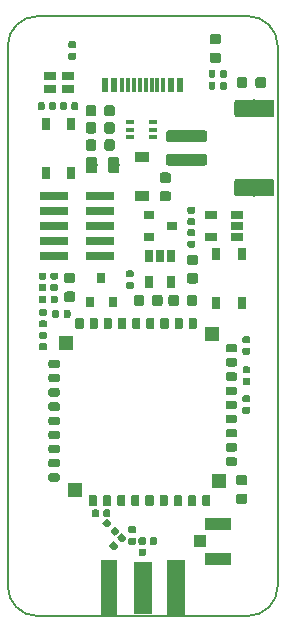
<source format=gtp>
G04 #@! TF.GenerationSoftware,KiCad,Pcbnew,(5.1.4)-1*
G04 #@! TF.CreationDate,2019-11-11T12:29:28+01:00*
G04 #@! TF.ProjectId,TLM-4260-breakout-v1_0,544c4d2d-3432-4363-902d-627265616b6f,1.1*
G04 #@! TF.SameCoordinates,Original*
G04 #@! TF.FileFunction,Paste,Top*
G04 #@! TF.FilePolarity,Positive*
%FSLAX46Y46*%
G04 Gerber Fmt 4.6, Leading zero omitted, Abs format (unit mm)*
G04 Created by KiCad (PCBNEW (5.1.4)-1) date 2019-11-11 12:29:28*
%MOMM*%
%LPD*%
G04 APERTURE LIST*
%ADD10C,0.150000*%
%ADD11C,0.100000*%
%ADD12C,0.590000*%
%ADD13R,1.200000X0.900000*%
%ADD14R,2.200000X1.050000*%
%ADD15R,1.050000X1.000000*%
%ADD16C,1.000000*%
%ADD17C,1.500000*%
%ADD18C,0.875000*%
%ADD19R,1.000000X0.800000*%
%ADD20C,0.975000*%
%ADD21R,2.400000X0.740000*%
%ADD22R,1.350000X4.700000*%
%ADD23R,1.500000X4.700000*%
%ADD24R,1.500000X4.400000*%
%ADD25R,1.060000X0.650000*%
%ADD26R,0.650000X0.400000*%
%ADD27R,0.800000X0.900000*%
%ADD28R,0.650000X1.060000*%
%ADD29R,0.300000X1.160000*%
%ADD30R,0.600000X1.160000*%
%ADD31R,0.660000X1.050000*%
%ADD32R,0.900000X0.800000*%
%ADD33R,1.300000X1.300000*%
%ADD34C,0.700000*%
G04 APERTURE END LIST*
D10*
X127000000Y-119380000D02*
G75*
G02X124460000Y-116840000I0J2540000D01*
G01*
X147320000Y-116840000D02*
G75*
G02X144780000Y-119380000I-2540000J0D01*
G01*
X144780000Y-68580000D02*
G75*
G02X147320000Y-71120000I0J-2540000D01*
G01*
X124460000Y-71120000D02*
G75*
G02X127000000Y-68580000I2540000J0D01*
G01*
X124460000Y-116840000D02*
X124460000Y-71120000D01*
X144780000Y-119380000D02*
X127000000Y-119380000D01*
X147320000Y-71120000D02*
X147320000Y-116840000D01*
X127000000Y-68580000D02*
X144780000Y-68580000D01*
D11*
G36*
X127636958Y-93385710D02*
G01*
X127651276Y-93387834D01*
X127665317Y-93391351D01*
X127678946Y-93396228D01*
X127692031Y-93402417D01*
X127704447Y-93409858D01*
X127716073Y-93418481D01*
X127726798Y-93428202D01*
X127736519Y-93438927D01*
X127745142Y-93450553D01*
X127752583Y-93462969D01*
X127758772Y-93476054D01*
X127763649Y-93489683D01*
X127767166Y-93503724D01*
X127769290Y-93518042D01*
X127770000Y-93532500D01*
X127770000Y-93827500D01*
X127769290Y-93841958D01*
X127767166Y-93856276D01*
X127763649Y-93870317D01*
X127758772Y-93883946D01*
X127752583Y-93897031D01*
X127745142Y-93909447D01*
X127736519Y-93921073D01*
X127726798Y-93931798D01*
X127716073Y-93941519D01*
X127704447Y-93950142D01*
X127692031Y-93957583D01*
X127678946Y-93963772D01*
X127665317Y-93968649D01*
X127651276Y-93972166D01*
X127636958Y-93974290D01*
X127622500Y-93975000D01*
X127277500Y-93975000D01*
X127263042Y-93974290D01*
X127248724Y-93972166D01*
X127234683Y-93968649D01*
X127221054Y-93963772D01*
X127207969Y-93957583D01*
X127195553Y-93950142D01*
X127183927Y-93941519D01*
X127173202Y-93931798D01*
X127163481Y-93921073D01*
X127154858Y-93909447D01*
X127147417Y-93897031D01*
X127141228Y-93883946D01*
X127136351Y-93870317D01*
X127132834Y-93856276D01*
X127130710Y-93841958D01*
X127130000Y-93827500D01*
X127130000Y-93532500D01*
X127130710Y-93518042D01*
X127132834Y-93503724D01*
X127136351Y-93489683D01*
X127141228Y-93476054D01*
X127147417Y-93462969D01*
X127154858Y-93450553D01*
X127163481Y-93438927D01*
X127173202Y-93428202D01*
X127183927Y-93418481D01*
X127195553Y-93409858D01*
X127207969Y-93402417D01*
X127221054Y-93396228D01*
X127234683Y-93391351D01*
X127248724Y-93387834D01*
X127263042Y-93385710D01*
X127277500Y-93385000D01*
X127622500Y-93385000D01*
X127636958Y-93385710D01*
X127636958Y-93385710D01*
G37*
D12*
X127450000Y-93680000D03*
D11*
G36*
X127636958Y-94355710D02*
G01*
X127651276Y-94357834D01*
X127665317Y-94361351D01*
X127678946Y-94366228D01*
X127692031Y-94372417D01*
X127704447Y-94379858D01*
X127716073Y-94388481D01*
X127726798Y-94398202D01*
X127736519Y-94408927D01*
X127745142Y-94420553D01*
X127752583Y-94432969D01*
X127758772Y-94446054D01*
X127763649Y-94459683D01*
X127767166Y-94473724D01*
X127769290Y-94488042D01*
X127770000Y-94502500D01*
X127770000Y-94797500D01*
X127769290Y-94811958D01*
X127767166Y-94826276D01*
X127763649Y-94840317D01*
X127758772Y-94853946D01*
X127752583Y-94867031D01*
X127745142Y-94879447D01*
X127736519Y-94891073D01*
X127726798Y-94901798D01*
X127716073Y-94911519D01*
X127704447Y-94920142D01*
X127692031Y-94927583D01*
X127678946Y-94933772D01*
X127665317Y-94938649D01*
X127651276Y-94942166D01*
X127636958Y-94944290D01*
X127622500Y-94945000D01*
X127277500Y-94945000D01*
X127263042Y-94944290D01*
X127248724Y-94942166D01*
X127234683Y-94938649D01*
X127221054Y-94933772D01*
X127207969Y-94927583D01*
X127195553Y-94920142D01*
X127183927Y-94911519D01*
X127173202Y-94901798D01*
X127163481Y-94891073D01*
X127154858Y-94879447D01*
X127147417Y-94867031D01*
X127141228Y-94853946D01*
X127136351Y-94840317D01*
X127132834Y-94826276D01*
X127130710Y-94811958D01*
X127130000Y-94797500D01*
X127130000Y-94502500D01*
X127130710Y-94488042D01*
X127132834Y-94473724D01*
X127136351Y-94459683D01*
X127141228Y-94446054D01*
X127147417Y-94432969D01*
X127154858Y-94420553D01*
X127163481Y-94408927D01*
X127173202Y-94398202D01*
X127183927Y-94388481D01*
X127195553Y-94379858D01*
X127207969Y-94372417D01*
X127221054Y-94366228D01*
X127234683Y-94361351D01*
X127248724Y-94357834D01*
X127263042Y-94355710D01*
X127277500Y-94355000D01*
X127622500Y-94355000D01*
X127636958Y-94355710D01*
X127636958Y-94355710D01*
G37*
D12*
X127450000Y-94650000D03*
D13*
X135800000Y-83850000D03*
X135800000Y-80550000D03*
D14*
X142235000Y-114515000D03*
D15*
X140710000Y-113040000D03*
D14*
X142235000Y-111565000D03*
D11*
G36*
X141124504Y-80251204D02*
G01*
X141148773Y-80254804D01*
X141172571Y-80260765D01*
X141195671Y-80269030D01*
X141217849Y-80279520D01*
X141238893Y-80292133D01*
X141258598Y-80306747D01*
X141276777Y-80323223D01*
X141293253Y-80341402D01*
X141307867Y-80361107D01*
X141320480Y-80382151D01*
X141330970Y-80404329D01*
X141339235Y-80427429D01*
X141345196Y-80451227D01*
X141348796Y-80475496D01*
X141350000Y-80500000D01*
X141350000Y-81000000D01*
X141348796Y-81024504D01*
X141345196Y-81048773D01*
X141339235Y-81072571D01*
X141330970Y-81095671D01*
X141320480Y-81117849D01*
X141307867Y-81138893D01*
X141293253Y-81158598D01*
X141276777Y-81176777D01*
X141258598Y-81193253D01*
X141238893Y-81207867D01*
X141217849Y-81220480D01*
X141195671Y-81230970D01*
X141172571Y-81239235D01*
X141148773Y-81245196D01*
X141124504Y-81248796D01*
X141100000Y-81250000D01*
X138100000Y-81250000D01*
X138075496Y-81248796D01*
X138051227Y-81245196D01*
X138027429Y-81239235D01*
X138004329Y-81230970D01*
X137982151Y-81220480D01*
X137961107Y-81207867D01*
X137941402Y-81193253D01*
X137923223Y-81176777D01*
X137906747Y-81158598D01*
X137892133Y-81138893D01*
X137879520Y-81117849D01*
X137869030Y-81095671D01*
X137860765Y-81072571D01*
X137854804Y-81048773D01*
X137851204Y-81024504D01*
X137850000Y-81000000D01*
X137850000Y-80500000D01*
X137851204Y-80475496D01*
X137854804Y-80451227D01*
X137860765Y-80427429D01*
X137869030Y-80404329D01*
X137879520Y-80382151D01*
X137892133Y-80361107D01*
X137906747Y-80341402D01*
X137923223Y-80323223D01*
X137941402Y-80306747D01*
X137961107Y-80292133D01*
X137982151Y-80279520D01*
X138004329Y-80269030D01*
X138027429Y-80260765D01*
X138051227Y-80254804D01*
X138075496Y-80251204D01*
X138100000Y-80250000D01*
X141100000Y-80250000D01*
X141124504Y-80251204D01*
X141124504Y-80251204D01*
G37*
D16*
X139600000Y-80750000D03*
D11*
G36*
X141124504Y-78251204D02*
G01*
X141148773Y-78254804D01*
X141172571Y-78260765D01*
X141195671Y-78269030D01*
X141217849Y-78279520D01*
X141238893Y-78292133D01*
X141258598Y-78306747D01*
X141276777Y-78323223D01*
X141293253Y-78341402D01*
X141307867Y-78361107D01*
X141320480Y-78382151D01*
X141330970Y-78404329D01*
X141339235Y-78427429D01*
X141345196Y-78451227D01*
X141348796Y-78475496D01*
X141350000Y-78500000D01*
X141350000Y-79000000D01*
X141348796Y-79024504D01*
X141345196Y-79048773D01*
X141339235Y-79072571D01*
X141330970Y-79095671D01*
X141320480Y-79117849D01*
X141307867Y-79138893D01*
X141293253Y-79158598D01*
X141276777Y-79176777D01*
X141258598Y-79193253D01*
X141238893Y-79207867D01*
X141217849Y-79220480D01*
X141195671Y-79230970D01*
X141172571Y-79239235D01*
X141148773Y-79245196D01*
X141124504Y-79248796D01*
X141100000Y-79250000D01*
X138100000Y-79250000D01*
X138075496Y-79248796D01*
X138051227Y-79245196D01*
X138027429Y-79239235D01*
X138004329Y-79230970D01*
X137982151Y-79220480D01*
X137961107Y-79207867D01*
X137941402Y-79193253D01*
X137923223Y-79176777D01*
X137906747Y-79158598D01*
X137892133Y-79138893D01*
X137879520Y-79117849D01*
X137869030Y-79095671D01*
X137860765Y-79072571D01*
X137854804Y-79048773D01*
X137851204Y-79024504D01*
X137850000Y-79000000D01*
X137850000Y-78500000D01*
X137851204Y-78475496D01*
X137854804Y-78451227D01*
X137860765Y-78427429D01*
X137869030Y-78404329D01*
X137879520Y-78382151D01*
X137892133Y-78361107D01*
X137906747Y-78341402D01*
X137923223Y-78323223D01*
X137941402Y-78306747D01*
X137961107Y-78292133D01*
X137982151Y-78279520D01*
X138004329Y-78269030D01*
X138027429Y-78260765D01*
X138051227Y-78254804D01*
X138075496Y-78251204D01*
X138100000Y-78250000D01*
X141100000Y-78250000D01*
X141124504Y-78251204D01*
X141124504Y-78251204D01*
G37*
D16*
X139600000Y-78750000D03*
D11*
G36*
X146824504Y-82351204D02*
G01*
X146848773Y-82354804D01*
X146872571Y-82360765D01*
X146895671Y-82369030D01*
X146917849Y-82379520D01*
X146938893Y-82392133D01*
X146958598Y-82406747D01*
X146976777Y-82423223D01*
X146993253Y-82441402D01*
X147007867Y-82461107D01*
X147020480Y-82482151D01*
X147030970Y-82504329D01*
X147039235Y-82527429D01*
X147045196Y-82551227D01*
X147048796Y-82575496D01*
X147050000Y-82600000D01*
X147050000Y-83600000D01*
X147048796Y-83624504D01*
X147045196Y-83648773D01*
X147039235Y-83672571D01*
X147030970Y-83695671D01*
X147020480Y-83717849D01*
X147007867Y-83738893D01*
X146993253Y-83758598D01*
X146976777Y-83776777D01*
X146958598Y-83793253D01*
X146938893Y-83807867D01*
X146917849Y-83820480D01*
X146895671Y-83830970D01*
X146872571Y-83839235D01*
X146848773Y-83845196D01*
X146824504Y-83848796D01*
X146800000Y-83850000D01*
X143900000Y-83850000D01*
X143875496Y-83848796D01*
X143851227Y-83845196D01*
X143827429Y-83839235D01*
X143804329Y-83830970D01*
X143782151Y-83820480D01*
X143761107Y-83807867D01*
X143741402Y-83793253D01*
X143723223Y-83776777D01*
X143706747Y-83758598D01*
X143692133Y-83738893D01*
X143679520Y-83717849D01*
X143669030Y-83695671D01*
X143660765Y-83672571D01*
X143654804Y-83648773D01*
X143651204Y-83624504D01*
X143650000Y-83600000D01*
X143650000Y-82600000D01*
X143651204Y-82575496D01*
X143654804Y-82551227D01*
X143660765Y-82527429D01*
X143669030Y-82504329D01*
X143679520Y-82482151D01*
X143692133Y-82461107D01*
X143706747Y-82441402D01*
X143723223Y-82423223D01*
X143741402Y-82406747D01*
X143761107Y-82392133D01*
X143782151Y-82379520D01*
X143804329Y-82369030D01*
X143827429Y-82360765D01*
X143851227Y-82354804D01*
X143875496Y-82351204D01*
X143900000Y-82350000D01*
X146800000Y-82350000D01*
X146824504Y-82351204D01*
X146824504Y-82351204D01*
G37*
D17*
X145350000Y-83100000D03*
D11*
G36*
X146824504Y-75651204D02*
G01*
X146848773Y-75654804D01*
X146872571Y-75660765D01*
X146895671Y-75669030D01*
X146917849Y-75679520D01*
X146938893Y-75692133D01*
X146958598Y-75706747D01*
X146976777Y-75723223D01*
X146993253Y-75741402D01*
X147007867Y-75761107D01*
X147020480Y-75782151D01*
X147030970Y-75804329D01*
X147039235Y-75827429D01*
X147045196Y-75851227D01*
X147048796Y-75875496D01*
X147050000Y-75900000D01*
X147050000Y-76900000D01*
X147048796Y-76924504D01*
X147045196Y-76948773D01*
X147039235Y-76972571D01*
X147030970Y-76995671D01*
X147020480Y-77017849D01*
X147007867Y-77038893D01*
X146993253Y-77058598D01*
X146976777Y-77076777D01*
X146958598Y-77093253D01*
X146938893Y-77107867D01*
X146917849Y-77120480D01*
X146895671Y-77130970D01*
X146872571Y-77139235D01*
X146848773Y-77145196D01*
X146824504Y-77148796D01*
X146800000Y-77150000D01*
X143900000Y-77150000D01*
X143875496Y-77148796D01*
X143851227Y-77145196D01*
X143827429Y-77139235D01*
X143804329Y-77130970D01*
X143782151Y-77120480D01*
X143761107Y-77107867D01*
X143741402Y-77093253D01*
X143723223Y-77076777D01*
X143706747Y-77058598D01*
X143692133Y-77038893D01*
X143679520Y-77017849D01*
X143669030Y-76995671D01*
X143660765Y-76972571D01*
X143654804Y-76948773D01*
X143651204Y-76924504D01*
X143650000Y-76900000D01*
X143650000Y-75900000D01*
X143651204Y-75875496D01*
X143654804Y-75851227D01*
X143660765Y-75827429D01*
X143669030Y-75804329D01*
X143679520Y-75782151D01*
X143692133Y-75761107D01*
X143706747Y-75741402D01*
X143723223Y-75723223D01*
X143741402Y-75706747D01*
X143761107Y-75692133D01*
X143782151Y-75679520D01*
X143804329Y-75669030D01*
X143827429Y-75660765D01*
X143851227Y-75654804D01*
X143875496Y-75651204D01*
X143900000Y-75650000D01*
X146800000Y-75650000D01*
X146824504Y-75651204D01*
X146824504Y-75651204D01*
G37*
D17*
X145350000Y-76400000D03*
D11*
G36*
X146117691Y-73736053D02*
G01*
X146138926Y-73739203D01*
X146159750Y-73744419D01*
X146179962Y-73751651D01*
X146199368Y-73760830D01*
X146217781Y-73771866D01*
X146235024Y-73784654D01*
X146250930Y-73799070D01*
X146265346Y-73814976D01*
X146278134Y-73832219D01*
X146289170Y-73850632D01*
X146298349Y-73870038D01*
X146305581Y-73890250D01*
X146310797Y-73911074D01*
X146313947Y-73932309D01*
X146315000Y-73953750D01*
X146315000Y-74466250D01*
X146313947Y-74487691D01*
X146310797Y-74508926D01*
X146305581Y-74529750D01*
X146298349Y-74549962D01*
X146289170Y-74569368D01*
X146278134Y-74587781D01*
X146265346Y-74605024D01*
X146250930Y-74620930D01*
X146235024Y-74635346D01*
X146217781Y-74648134D01*
X146199368Y-74659170D01*
X146179962Y-74668349D01*
X146159750Y-74675581D01*
X146138926Y-74680797D01*
X146117691Y-74683947D01*
X146096250Y-74685000D01*
X145658750Y-74685000D01*
X145637309Y-74683947D01*
X145616074Y-74680797D01*
X145595250Y-74675581D01*
X145575038Y-74668349D01*
X145555632Y-74659170D01*
X145537219Y-74648134D01*
X145519976Y-74635346D01*
X145504070Y-74620930D01*
X145489654Y-74605024D01*
X145476866Y-74587781D01*
X145465830Y-74569368D01*
X145456651Y-74549962D01*
X145449419Y-74529750D01*
X145444203Y-74508926D01*
X145441053Y-74487691D01*
X145440000Y-74466250D01*
X145440000Y-73953750D01*
X145441053Y-73932309D01*
X145444203Y-73911074D01*
X145449419Y-73890250D01*
X145456651Y-73870038D01*
X145465830Y-73850632D01*
X145476866Y-73832219D01*
X145489654Y-73814976D01*
X145504070Y-73799070D01*
X145519976Y-73784654D01*
X145537219Y-73771866D01*
X145555632Y-73760830D01*
X145575038Y-73751651D01*
X145595250Y-73744419D01*
X145616074Y-73739203D01*
X145637309Y-73736053D01*
X145658750Y-73735000D01*
X146096250Y-73735000D01*
X146117691Y-73736053D01*
X146117691Y-73736053D01*
G37*
D18*
X145877500Y-74210000D03*
D11*
G36*
X144542691Y-73736053D02*
G01*
X144563926Y-73739203D01*
X144584750Y-73744419D01*
X144604962Y-73751651D01*
X144624368Y-73760830D01*
X144642781Y-73771866D01*
X144660024Y-73784654D01*
X144675930Y-73799070D01*
X144690346Y-73814976D01*
X144703134Y-73832219D01*
X144714170Y-73850632D01*
X144723349Y-73870038D01*
X144730581Y-73890250D01*
X144735797Y-73911074D01*
X144738947Y-73932309D01*
X144740000Y-73953750D01*
X144740000Y-74466250D01*
X144738947Y-74487691D01*
X144735797Y-74508926D01*
X144730581Y-74529750D01*
X144723349Y-74549962D01*
X144714170Y-74569368D01*
X144703134Y-74587781D01*
X144690346Y-74605024D01*
X144675930Y-74620930D01*
X144660024Y-74635346D01*
X144642781Y-74648134D01*
X144624368Y-74659170D01*
X144604962Y-74668349D01*
X144584750Y-74675581D01*
X144563926Y-74680797D01*
X144542691Y-74683947D01*
X144521250Y-74685000D01*
X144083750Y-74685000D01*
X144062309Y-74683947D01*
X144041074Y-74680797D01*
X144020250Y-74675581D01*
X144000038Y-74668349D01*
X143980632Y-74659170D01*
X143962219Y-74648134D01*
X143944976Y-74635346D01*
X143929070Y-74620930D01*
X143914654Y-74605024D01*
X143901866Y-74587781D01*
X143890830Y-74569368D01*
X143881651Y-74549962D01*
X143874419Y-74529750D01*
X143869203Y-74508926D01*
X143866053Y-74487691D01*
X143865000Y-74466250D01*
X143865000Y-73953750D01*
X143866053Y-73932309D01*
X143869203Y-73911074D01*
X143874419Y-73890250D01*
X143881651Y-73870038D01*
X143890830Y-73850632D01*
X143901866Y-73832219D01*
X143914654Y-73814976D01*
X143929070Y-73799070D01*
X143944976Y-73784654D01*
X143962219Y-73771866D01*
X143980632Y-73760830D01*
X144000038Y-73751651D01*
X144020250Y-73744419D01*
X144041074Y-73739203D01*
X144062309Y-73736053D01*
X144083750Y-73735000D01*
X144521250Y-73735000D01*
X144542691Y-73736053D01*
X144542691Y-73736053D01*
G37*
D18*
X144302500Y-74210000D03*
D11*
G36*
X133327691Y-76126053D02*
G01*
X133348926Y-76129203D01*
X133369750Y-76134419D01*
X133389962Y-76141651D01*
X133409368Y-76150830D01*
X133427781Y-76161866D01*
X133445024Y-76174654D01*
X133460930Y-76189070D01*
X133475346Y-76204976D01*
X133488134Y-76222219D01*
X133499170Y-76240632D01*
X133508349Y-76260038D01*
X133515581Y-76280250D01*
X133520797Y-76301074D01*
X133523947Y-76322309D01*
X133525000Y-76343750D01*
X133525000Y-76856250D01*
X133523947Y-76877691D01*
X133520797Y-76898926D01*
X133515581Y-76919750D01*
X133508349Y-76939962D01*
X133499170Y-76959368D01*
X133488134Y-76977781D01*
X133475346Y-76995024D01*
X133460930Y-77010930D01*
X133445024Y-77025346D01*
X133427781Y-77038134D01*
X133409368Y-77049170D01*
X133389962Y-77058349D01*
X133369750Y-77065581D01*
X133348926Y-77070797D01*
X133327691Y-77073947D01*
X133306250Y-77075000D01*
X132868750Y-77075000D01*
X132847309Y-77073947D01*
X132826074Y-77070797D01*
X132805250Y-77065581D01*
X132785038Y-77058349D01*
X132765632Y-77049170D01*
X132747219Y-77038134D01*
X132729976Y-77025346D01*
X132714070Y-77010930D01*
X132699654Y-76995024D01*
X132686866Y-76977781D01*
X132675830Y-76959368D01*
X132666651Y-76939962D01*
X132659419Y-76919750D01*
X132654203Y-76898926D01*
X132651053Y-76877691D01*
X132650000Y-76856250D01*
X132650000Y-76343750D01*
X132651053Y-76322309D01*
X132654203Y-76301074D01*
X132659419Y-76280250D01*
X132666651Y-76260038D01*
X132675830Y-76240632D01*
X132686866Y-76222219D01*
X132699654Y-76204976D01*
X132714070Y-76189070D01*
X132729976Y-76174654D01*
X132747219Y-76161866D01*
X132765632Y-76150830D01*
X132785038Y-76141651D01*
X132805250Y-76134419D01*
X132826074Y-76129203D01*
X132847309Y-76126053D01*
X132868750Y-76125000D01*
X133306250Y-76125000D01*
X133327691Y-76126053D01*
X133327691Y-76126053D01*
G37*
D18*
X133087500Y-76600000D03*
D11*
G36*
X131752691Y-76126053D02*
G01*
X131773926Y-76129203D01*
X131794750Y-76134419D01*
X131814962Y-76141651D01*
X131834368Y-76150830D01*
X131852781Y-76161866D01*
X131870024Y-76174654D01*
X131885930Y-76189070D01*
X131900346Y-76204976D01*
X131913134Y-76222219D01*
X131924170Y-76240632D01*
X131933349Y-76260038D01*
X131940581Y-76280250D01*
X131945797Y-76301074D01*
X131948947Y-76322309D01*
X131950000Y-76343750D01*
X131950000Y-76856250D01*
X131948947Y-76877691D01*
X131945797Y-76898926D01*
X131940581Y-76919750D01*
X131933349Y-76939962D01*
X131924170Y-76959368D01*
X131913134Y-76977781D01*
X131900346Y-76995024D01*
X131885930Y-77010930D01*
X131870024Y-77025346D01*
X131852781Y-77038134D01*
X131834368Y-77049170D01*
X131814962Y-77058349D01*
X131794750Y-77065581D01*
X131773926Y-77070797D01*
X131752691Y-77073947D01*
X131731250Y-77075000D01*
X131293750Y-77075000D01*
X131272309Y-77073947D01*
X131251074Y-77070797D01*
X131230250Y-77065581D01*
X131210038Y-77058349D01*
X131190632Y-77049170D01*
X131172219Y-77038134D01*
X131154976Y-77025346D01*
X131139070Y-77010930D01*
X131124654Y-76995024D01*
X131111866Y-76977781D01*
X131100830Y-76959368D01*
X131091651Y-76939962D01*
X131084419Y-76919750D01*
X131079203Y-76898926D01*
X131076053Y-76877691D01*
X131075000Y-76856250D01*
X131075000Y-76343750D01*
X131076053Y-76322309D01*
X131079203Y-76301074D01*
X131084419Y-76280250D01*
X131091651Y-76260038D01*
X131100830Y-76240632D01*
X131111866Y-76222219D01*
X131124654Y-76204976D01*
X131139070Y-76189070D01*
X131154976Y-76174654D01*
X131172219Y-76161866D01*
X131190632Y-76150830D01*
X131210038Y-76141651D01*
X131230250Y-76134419D01*
X131251074Y-76129203D01*
X131272309Y-76126053D01*
X131293750Y-76125000D01*
X131731250Y-76125000D01*
X131752691Y-76126053D01*
X131752691Y-76126053D01*
G37*
D18*
X131512500Y-76600000D03*
D11*
G36*
X133327691Y-79026053D02*
G01*
X133348926Y-79029203D01*
X133369750Y-79034419D01*
X133389962Y-79041651D01*
X133409368Y-79050830D01*
X133427781Y-79061866D01*
X133445024Y-79074654D01*
X133460930Y-79089070D01*
X133475346Y-79104976D01*
X133488134Y-79122219D01*
X133499170Y-79140632D01*
X133508349Y-79160038D01*
X133515581Y-79180250D01*
X133520797Y-79201074D01*
X133523947Y-79222309D01*
X133525000Y-79243750D01*
X133525000Y-79756250D01*
X133523947Y-79777691D01*
X133520797Y-79798926D01*
X133515581Y-79819750D01*
X133508349Y-79839962D01*
X133499170Y-79859368D01*
X133488134Y-79877781D01*
X133475346Y-79895024D01*
X133460930Y-79910930D01*
X133445024Y-79925346D01*
X133427781Y-79938134D01*
X133409368Y-79949170D01*
X133389962Y-79958349D01*
X133369750Y-79965581D01*
X133348926Y-79970797D01*
X133327691Y-79973947D01*
X133306250Y-79975000D01*
X132868750Y-79975000D01*
X132847309Y-79973947D01*
X132826074Y-79970797D01*
X132805250Y-79965581D01*
X132785038Y-79958349D01*
X132765632Y-79949170D01*
X132747219Y-79938134D01*
X132729976Y-79925346D01*
X132714070Y-79910930D01*
X132699654Y-79895024D01*
X132686866Y-79877781D01*
X132675830Y-79859368D01*
X132666651Y-79839962D01*
X132659419Y-79819750D01*
X132654203Y-79798926D01*
X132651053Y-79777691D01*
X132650000Y-79756250D01*
X132650000Y-79243750D01*
X132651053Y-79222309D01*
X132654203Y-79201074D01*
X132659419Y-79180250D01*
X132666651Y-79160038D01*
X132675830Y-79140632D01*
X132686866Y-79122219D01*
X132699654Y-79104976D01*
X132714070Y-79089070D01*
X132729976Y-79074654D01*
X132747219Y-79061866D01*
X132765632Y-79050830D01*
X132785038Y-79041651D01*
X132805250Y-79034419D01*
X132826074Y-79029203D01*
X132847309Y-79026053D01*
X132868750Y-79025000D01*
X133306250Y-79025000D01*
X133327691Y-79026053D01*
X133327691Y-79026053D01*
G37*
D18*
X133087500Y-79500000D03*
D11*
G36*
X131752691Y-79026053D02*
G01*
X131773926Y-79029203D01*
X131794750Y-79034419D01*
X131814962Y-79041651D01*
X131834368Y-79050830D01*
X131852781Y-79061866D01*
X131870024Y-79074654D01*
X131885930Y-79089070D01*
X131900346Y-79104976D01*
X131913134Y-79122219D01*
X131924170Y-79140632D01*
X131933349Y-79160038D01*
X131940581Y-79180250D01*
X131945797Y-79201074D01*
X131948947Y-79222309D01*
X131950000Y-79243750D01*
X131950000Y-79756250D01*
X131948947Y-79777691D01*
X131945797Y-79798926D01*
X131940581Y-79819750D01*
X131933349Y-79839962D01*
X131924170Y-79859368D01*
X131913134Y-79877781D01*
X131900346Y-79895024D01*
X131885930Y-79910930D01*
X131870024Y-79925346D01*
X131852781Y-79938134D01*
X131834368Y-79949170D01*
X131814962Y-79958349D01*
X131794750Y-79965581D01*
X131773926Y-79970797D01*
X131752691Y-79973947D01*
X131731250Y-79975000D01*
X131293750Y-79975000D01*
X131272309Y-79973947D01*
X131251074Y-79970797D01*
X131230250Y-79965581D01*
X131210038Y-79958349D01*
X131190632Y-79949170D01*
X131172219Y-79938134D01*
X131154976Y-79925346D01*
X131139070Y-79910930D01*
X131124654Y-79895024D01*
X131111866Y-79877781D01*
X131100830Y-79859368D01*
X131091651Y-79839962D01*
X131084419Y-79819750D01*
X131079203Y-79798926D01*
X131076053Y-79777691D01*
X131075000Y-79756250D01*
X131075000Y-79243750D01*
X131076053Y-79222309D01*
X131079203Y-79201074D01*
X131084419Y-79180250D01*
X131091651Y-79160038D01*
X131100830Y-79140632D01*
X131111866Y-79122219D01*
X131124654Y-79104976D01*
X131139070Y-79089070D01*
X131154976Y-79074654D01*
X131172219Y-79061866D01*
X131190632Y-79050830D01*
X131210038Y-79041651D01*
X131230250Y-79034419D01*
X131251074Y-79029203D01*
X131272309Y-79026053D01*
X131293750Y-79025000D01*
X131731250Y-79025000D01*
X131752691Y-79026053D01*
X131752691Y-79026053D01*
G37*
D18*
X131512500Y-79500000D03*
D11*
G36*
X140377691Y-90351053D02*
G01*
X140398926Y-90354203D01*
X140419750Y-90359419D01*
X140439962Y-90366651D01*
X140459368Y-90375830D01*
X140477781Y-90386866D01*
X140495024Y-90399654D01*
X140510930Y-90414070D01*
X140525346Y-90429976D01*
X140538134Y-90447219D01*
X140549170Y-90465632D01*
X140558349Y-90485038D01*
X140565581Y-90505250D01*
X140570797Y-90526074D01*
X140573947Y-90547309D01*
X140575000Y-90568750D01*
X140575000Y-91006250D01*
X140573947Y-91027691D01*
X140570797Y-91048926D01*
X140565581Y-91069750D01*
X140558349Y-91089962D01*
X140549170Y-91109368D01*
X140538134Y-91127781D01*
X140525346Y-91145024D01*
X140510930Y-91160930D01*
X140495024Y-91175346D01*
X140477781Y-91188134D01*
X140459368Y-91199170D01*
X140439962Y-91208349D01*
X140419750Y-91215581D01*
X140398926Y-91220797D01*
X140377691Y-91223947D01*
X140356250Y-91225000D01*
X139843750Y-91225000D01*
X139822309Y-91223947D01*
X139801074Y-91220797D01*
X139780250Y-91215581D01*
X139760038Y-91208349D01*
X139740632Y-91199170D01*
X139722219Y-91188134D01*
X139704976Y-91175346D01*
X139689070Y-91160930D01*
X139674654Y-91145024D01*
X139661866Y-91127781D01*
X139650830Y-91109368D01*
X139641651Y-91089962D01*
X139634419Y-91069750D01*
X139629203Y-91048926D01*
X139626053Y-91027691D01*
X139625000Y-91006250D01*
X139625000Y-90568750D01*
X139626053Y-90547309D01*
X139629203Y-90526074D01*
X139634419Y-90505250D01*
X139641651Y-90485038D01*
X139650830Y-90465632D01*
X139661866Y-90447219D01*
X139674654Y-90429976D01*
X139689070Y-90414070D01*
X139704976Y-90399654D01*
X139722219Y-90386866D01*
X139740632Y-90375830D01*
X139760038Y-90366651D01*
X139780250Y-90359419D01*
X139801074Y-90354203D01*
X139822309Y-90351053D01*
X139843750Y-90350000D01*
X140356250Y-90350000D01*
X140377691Y-90351053D01*
X140377691Y-90351053D01*
G37*
D18*
X140100000Y-90787500D03*
D11*
G36*
X140377691Y-88776053D02*
G01*
X140398926Y-88779203D01*
X140419750Y-88784419D01*
X140439962Y-88791651D01*
X140459368Y-88800830D01*
X140477781Y-88811866D01*
X140495024Y-88824654D01*
X140510930Y-88839070D01*
X140525346Y-88854976D01*
X140538134Y-88872219D01*
X140549170Y-88890632D01*
X140558349Y-88910038D01*
X140565581Y-88930250D01*
X140570797Y-88951074D01*
X140573947Y-88972309D01*
X140575000Y-88993750D01*
X140575000Y-89431250D01*
X140573947Y-89452691D01*
X140570797Y-89473926D01*
X140565581Y-89494750D01*
X140558349Y-89514962D01*
X140549170Y-89534368D01*
X140538134Y-89552781D01*
X140525346Y-89570024D01*
X140510930Y-89585930D01*
X140495024Y-89600346D01*
X140477781Y-89613134D01*
X140459368Y-89624170D01*
X140439962Y-89633349D01*
X140419750Y-89640581D01*
X140398926Y-89645797D01*
X140377691Y-89648947D01*
X140356250Y-89650000D01*
X139843750Y-89650000D01*
X139822309Y-89648947D01*
X139801074Y-89645797D01*
X139780250Y-89640581D01*
X139760038Y-89633349D01*
X139740632Y-89624170D01*
X139722219Y-89613134D01*
X139704976Y-89600346D01*
X139689070Y-89585930D01*
X139674654Y-89570024D01*
X139661866Y-89552781D01*
X139650830Y-89534368D01*
X139641651Y-89514962D01*
X139634419Y-89494750D01*
X139629203Y-89473926D01*
X139626053Y-89452691D01*
X139625000Y-89431250D01*
X139625000Y-88993750D01*
X139626053Y-88972309D01*
X139629203Y-88951074D01*
X139634419Y-88930250D01*
X139641651Y-88910038D01*
X139650830Y-88890632D01*
X139661866Y-88872219D01*
X139674654Y-88854976D01*
X139689070Y-88839070D01*
X139704976Y-88824654D01*
X139722219Y-88811866D01*
X139740632Y-88800830D01*
X139760038Y-88791651D01*
X139780250Y-88784419D01*
X139801074Y-88779203D01*
X139822309Y-88776053D01*
X139843750Y-88775000D01*
X140356250Y-88775000D01*
X140377691Y-88776053D01*
X140377691Y-88776053D01*
G37*
D18*
X140100000Y-89212500D03*
D11*
G36*
X144549691Y-109012253D02*
G01*
X144570926Y-109015403D01*
X144591750Y-109020619D01*
X144611962Y-109027851D01*
X144631368Y-109037030D01*
X144649781Y-109048066D01*
X144667024Y-109060854D01*
X144682930Y-109075270D01*
X144697346Y-109091176D01*
X144710134Y-109108419D01*
X144721170Y-109126832D01*
X144730349Y-109146238D01*
X144737581Y-109166450D01*
X144742797Y-109187274D01*
X144745947Y-109208509D01*
X144747000Y-109229950D01*
X144747000Y-109667450D01*
X144745947Y-109688891D01*
X144742797Y-109710126D01*
X144737581Y-109730950D01*
X144730349Y-109751162D01*
X144721170Y-109770568D01*
X144710134Y-109788981D01*
X144697346Y-109806224D01*
X144682930Y-109822130D01*
X144667024Y-109836546D01*
X144649781Y-109849334D01*
X144631368Y-109860370D01*
X144611962Y-109869549D01*
X144591750Y-109876781D01*
X144570926Y-109881997D01*
X144549691Y-109885147D01*
X144528250Y-109886200D01*
X144015750Y-109886200D01*
X143994309Y-109885147D01*
X143973074Y-109881997D01*
X143952250Y-109876781D01*
X143932038Y-109869549D01*
X143912632Y-109860370D01*
X143894219Y-109849334D01*
X143876976Y-109836546D01*
X143861070Y-109822130D01*
X143846654Y-109806224D01*
X143833866Y-109788981D01*
X143822830Y-109770568D01*
X143813651Y-109751162D01*
X143806419Y-109730950D01*
X143801203Y-109710126D01*
X143798053Y-109688891D01*
X143797000Y-109667450D01*
X143797000Y-109229950D01*
X143798053Y-109208509D01*
X143801203Y-109187274D01*
X143806419Y-109166450D01*
X143813651Y-109146238D01*
X143822830Y-109126832D01*
X143833866Y-109108419D01*
X143846654Y-109091176D01*
X143861070Y-109075270D01*
X143876976Y-109060854D01*
X143894219Y-109048066D01*
X143912632Y-109037030D01*
X143932038Y-109027851D01*
X143952250Y-109020619D01*
X143973074Y-109015403D01*
X143994309Y-109012253D01*
X144015750Y-109011200D01*
X144528250Y-109011200D01*
X144549691Y-109012253D01*
X144549691Y-109012253D01*
G37*
D18*
X144272000Y-109448700D03*
D11*
G36*
X144549691Y-107437253D02*
G01*
X144570926Y-107440403D01*
X144591750Y-107445619D01*
X144611962Y-107452851D01*
X144631368Y-107462030D01*
X144649781Y-107473066D01*
X144667024Y-107485854D01*
X144682930Y-107500270D01*
X144697346Y-107516176D01*
X144710134Y-107533419D01*
X144721170Y-107551832D01*
X144730349Y-107571238D01*
X144737581Y-107591450D01*
X144742797Y-107612274D01*
X144745947Y-107633509D01*
X144747000Y-107654950D01*
X144747000Y-108092450D01*
X144745947Y-108113891D01*
X144742797Y-108135126D01*
X144737581Y-108155950D01*
X144730349Y-108176162D01*
X144721170Y-108195568D01*
X144710134Y-108213981D01*
X144697346Y-108231224D01*
X144682930Y-108247130D01*
X144667024Y-108261546D01*
X144649781Y-108274334D01*
X144631368Y-108285370D01*
X144611962Y-108294549D01*
X144591750Y-108301781D01*
X144570926Y-108306997D01*
X144549691Y-108310147D01*
X144528250Y-108311200D01*
X144015750Y-108311200D01*
X143994309Y-108310147D01*
X143973074Y-108306997D01*
X143952250Y-108301781D01*
X143932038Y-108294549D01*
X143912632Y-108285370D01*
X143894219Y-108274334D01*
X143876976Y-108261546D01*
X143861070Y-108247130D01*
X143846654Y-108231224D01*
X143833866Y-108213981D01*
X143822830Y-108195568D01*
X143813651Y-108176162D01*
X143806419Y-108155950D01*
X143801203Y-108135126D01*
X143798053Y-108113891D01*
X143797000Y-108092450D01*
X143797000Y-107654950D01*
X143798053Y-107633509D01*
X143801203Y-107612274D01*
X143806419Y-107591450D01*
X143813651Y-107571238D01*
X143822830Y-107551832D01*
X143833866Y-107533419D01*
X143846654Y-107516176D01*
X143861070Y-107500270D01*
X143876976Y-107485854D01*
X143894219Y-107473066D01*
X143912632Y-107462030D01*
X143932038Y-107452851D01*
X143952250Y-107445619D01*
X143973074Y-107440403D01*
X143994309Y-107437253D01*
X144015750Y-107436200D01*
X144528250Y-107436200D01*
X144549691Y-107437253D01*
X144549691Y-107437253D01*
G37*
D18*
X144272000Y-107873700D03*
D11*
G36*
X140327691Y-92176053D02*
G01*
X140348926Y-92179203D01*
X140369750Y-92184419D01*
X140389962Y-92191651D01*
X140409368Y-92200830D01*
X140427781Y-92211866D01*
X140445024Y-92224654D01*
X140460930Y-92239070D01*
X140475346Y-92254976D01*
X140488134Y-92272219D01*
X140499170Y-92290632D01*
X140508349Y-92310038D01*
X140515581Y-92330250D01*
X140520797Y-92351074D01*
X140523947Y-92372309D01*
X140525000Y-92393750D01*
X140525000Y-92906250D01*
X140523947Y-92927691D01*
X140520797Y-92948926D01*
X140515581Y-92969750D01*
X140508349Y-92989962D01*
X140499170Y-93009368D01*
X140488134Y-93027781D01*
X140475346Y-93045024D01*
X140460930Y-93060930D01*
X140445024Y-93075346D01*
X140427781Y-93088134D01*
X140409368Y-93099170D01*
X140389962Y-93108349D01*
X140369750Y-93115581D01*
X140348926Y-93120797D01*
X140327691Y-93123947D01*
X140306250Y-93125000D01*
X139868750Y-93125000D01*
X139847309Y-93123947D01*
X139826074Y-93120797D01*
X139805250Y-93115581D01*
X139785038Y-93108349D01*
X139765632Y-93099170D01*
X139747219Y-93088134D01*
X139729976Y-93075346D01*
X139714070Y-93060930D01*
X139699654Y-93045024D01*
X139686866Y-93027781D01*
X139675830Y-93009368D01*
X139666651Y-92989962D01*
X139659419Y-92969750D01*
X139654203Y-92948926D01*
X139651053Y-92927691D01*
X139650000Y-92906250D01*
X139650000Y-92393750D01*
X139651053Y-92372309D01*
X139654203Y-92351074D01*
X139659419Y-92330250D01*
X139666651Y-92310038D01*
X139675830Y-92290632D01*
X139686866Y-92272219D01*
X139699654Y-92254976D01*
X139714070Y-92239070D01*
X139729976Y-92224654D01*
X139747219Y-92211866D01*
X139765632Y-92200830D01*
X139785038Y-92191651D01*
X139805250Y-92184419D01*
X139826074Y-92179203D01*
X139847309Y-92176053D01*
X139868750Y-92175000D01*
X140306250Y-92175000D01*
X140327691Y-92176053D01*
X140327691Y-92176053D01*
G37*
D18*
X140087500Y-92650000D03*
D11*
G36*
X138752691Y-92176053D02*
G01*
X138773926Y-92179203D01*
X138794750Y-92184419D01*
X138814962Y-92191651D01*
X138834368Y-92200830D01*
X138852781Y-92211866D01*
X138870024Y-92224654D01*
X138885930Y-92239070D01*
X138900346Y-92254976D01*
X138913134Y-92272219D01*
X138924170Y-92290632D01*
X138933349Y-92310038D01*
X138940581Y-92330250D01*
X138945797Y-92351074D01*
X138948947Y-92372309D01*
X138950000Y-92393750D01*
X138950000Y-92906250D01*
X138948947Y-92927691D01*
X138945797Y-92948926D01*
X138940581Y-92969750D01*
X138933349Y-92989962D01*
X138924170Y-93009368D01*
X138913134Y-93027781D01*
X138900346Y-93045024D01*
X138885930Y-93060930D01*
X138870024Y-93075346D01*
X138852781Y-93088134D01*
X138834368Y-93099170D01*
X138814962Y-93108349D01*
X138794750Y-93115581D01*
X138773926Y-93120797D01*
X138752691Y-93123947D01*
X138731250Y-93125000D01*
X138293750Y-93125000D01*
X138272309Y-93123947D01*
X138251074Y-93120797D01*
X138230250Y-93115581D01*
X138210038Y-93108349D01*
X138190632Y-93099170D01*
X138172219Y-93088134D01*
X138154976Y-93075346D01*
X138139070Y-93060930D01*
X138124654Y-93045024D01*
X138111866Y-93027781D01*
X138100830Y-93009368D01*
X138091651Y-92989962D01*
X138084419Y-92969750D01*
X138079203Y-92948926D01*
X138076053Y-92927691D01*
X138075000Y-92906250D01*
X138075000Y-92393750D01*
X138076053Y-92372309D01*
X138079203Y-92351074D01*
X138084419Y-92330250D01*
X138091651Y-92310038D01*
X138100830Y-92290632D01*
X138111866Y-92272219D01*
X138124654Y-92254976D01*
X138139070Y-92239070D01*
X138154976Y-92224654D01*
X138172219Y-92211866D01*
X138190632Y-92200830D01*
X138210038Y-92191651D01*
X138230250Y-92184419D01*
X138251074Y-92179203D01*
X138272309Y-92176053D01*
X138293750Y-92175000D01*
X138731250Y-92175000D01*
X138752691Y-92176053D01*
X138752691Y-92176053D01*
G37*
D18*
X138512500Y-92650000D03*
D11*
G36*
X134114727Y-112378989D02*
G01*
X134129045Y-112381113D01*
X134143086Y-112384630D01*
X134156715Y-112389507D01*
X134169800Y-112395696D01*
X134182216Y-112403137D01*
X134193842Y-112411760D01*
X134204567Y-112421481D01*
X134448519Y-112665433D01*
X134458240Y-112676158D01*
X134466863Y-112687784D01*
X134474304Y-112700200D01*
X134480493Y-112713285D01*
X134485370Y-112726914D01*
X134488887Y-112740955D01*
X134491011Y-112755273D01*
X134491721Y-112769731D01*
X134491011Y-112784189D01*
X134488887Y-112798507D01*
X134485370Y-112812548D01*
X134480493Y-112826177D01*
X134474304Y-112839262D01*
X134466863Y-112851678D01*
X134458240Y-112863304D01*
X134448519Y-112874029D01*
X134239923Y-113082625D01*
X134229198Y-113092346D01*
X134217572Y-113100969D01*
X134205156Y-113108410D01*
X134192071Y-113114599D01*
X134178442Y-113119476D01*
X134164401Y-113122993D01*
X134150083Y-113125117D01*
X134135625Y-113125827D01*
X134121167Y-113125117D01*
X134106849Y-113122993D01*
X134092808Y-113119476D01*
X134079179Y-113114599D01*
X134066094Y-113108410D01*
X134053678Y-113100969D01*
X134042052Y-113092346D01*
X134031327Y-113082625D01*
X133787375Y-112838673D01*
X133777654Y-112827948D01*
X133769031Y-112816322D01*
X133761590Y-112803906D01*
X133755401Y-112790821D01*
X133750524Y-112777192D01*
X133747007Y-112763151D01*
X133744883Y-112748833D01*
X133744173Y-112734375D01*
X133744883Y-112719917D01*
X133747007Y-112705599D01*
X133750524Y-112691558D01*
X133755401Y-112677929D01*
X133761590Y-112664844D01*
X133769031Y-112652428D01*
X133777654Y-112640802D01*
X133787375Y-112630077D01*
X133995971Y-112421481D01*
X134006696Y-112411760D01*
X134018322Y-112403137D01*
X134030738Y-112395696D01*
X134043823Y-112389507D01*
X134057452Y-112384630D01*
X134071493Y-112381113D01*
X134085811Y-112378989D01*
X134100269Y-112378279D01*
X134114727Y-112378989D01*
X134114727Y-112378989D01*
G37*
D12*
X134117947Y-112752053D03*
D11*
G36*
X133428833Y-113064883D02*
G01*
X133443151Y-113067007D01*
X133457192Y-113070524D01*
X133470821Y-113075401D01*
X133483906Y-113081590D01*
X133496322Y-113089031D01*
X133507948Y-113097654D01*
X133518673Y-113107375D01*
X133762625Y-113351327D01*
X133772346Y-113362052D01*
X133780969Y-113373678D01*
X133788410Y-113386094D01*
X133794599Y-113399179D01*
X133799476Y-113412808D01*
X133802993Y-113426849D01*
X133805117Y-113441167D01*
X133805827Y-113455625D01*
X133805117Y-113470083D01*
X133802993Y-113484401D01*
X133799476Y-113498442D01*
X133794599Y-113512071D01*
X133788410Y-113525156D01*
X133780969Y-113537572D01*
X133772346Y-113549198D01*
X133762625Y-113559923D01*
X133554029Y-113768519D01*
X133543304Y-113778240D01*
X133531678Y-113786863D01*
X133519262Y-113794304D01*
X133506177Y-113800493D01*
X133492548Y-113805370D01*
X133478507Y-113808887D01*
X133464189Y-113811011D01*
X133449731Y-113811721D01*
X133435273Y-113811011D01*
X133420955Y-113808887D01*
X133406914Y-113805370D01*
X133393285Y-113800493D01*
X133380200Y-113794304D01*
X133367784Y-113786863D01*
X133356158Y-113778240D01*
X133345433Y-113768519D01*
X133101481Y-113524567D01*
X133091760Y-113513842D01*
X133083137Y-113502216D01*
X133075696Y-113489800D01*
X133069507Y-113476715D01*
X133064630Y-113463086D01*
X133061113Y-113449045D01*
X133058989Y-113434727D01*
X133058279Y-113420269D01*
X133058989Y-113405811D01*
X133061113Y-113391493D01*
X133064630Y-113377452D01*
X133069507Y-113363823D01*
X133075696Y-113350738D01*
X133083137Y-113338322D01*
X133091760Y-113326696D01*
X133101481Y-113315971D01*
X133310077Y-113107375D01*
X133320802Y-113097654D01*
X133332428Y-113089031D01*
X133344844Y-113081590D01*
X133357929Y-113075401D01*
X133371558Y-113070524D01*
X133385599Y-113067007D01*
X133399917Y-113064883D01*
X133414375Y-113064173D01*
X133428833Y-113064883D01*
X133428833Y-113064883D01*
G37*
D12*
X133432053Y-113437947D03*
D11*
G36*
X132889189Y-111128989D02*
G01*
X132903507Y-111131113D01*
X132917548Y-111134630D01*
X132931177Y-111139507D01*
X132944262Y-111145696D01*
X132956678Y-111153137D01*
X132968304Y-111161760D01*
X132979029Y-111171481D01*
X133187625Y-111380077D01*
X133197346Y-111390802D01*
X133205969Y-111402428D01*
X133213410Y-111414844D01*
X133219599Y-111427929D01*
X133224476Y-111441558D01*
X133227993Y-111455599D01*
X133230117Y-111469917D01*
X133230827Y-111484375D01*
X133230117Y-111498833D01*
X133227993Y-111513151D01*
X133224476Y-111527192D01*
X133219599Y-111540821D01*
X133213410Y-111553906D01*
X133205969Y-111566322D01*
X133197346Y-111577948D01*
X133187625Y-111588673D01*
X132943673Y-111832625D01*
X132932948Y-111842346D01*
X132921322Y-111850969D01*
X132908906Y-111858410D01*
X132895821Y-111864599D01*
X132882192Y-111869476D01*
X132868151Y-111872993D01*
X132853833Y-111875117D01*
X132839375Y-111875827D01*
X132824917Y-111875117D01*
X132810599Y-111872993D01*
X132796558Y-111869476D01*
X132782929Y-111864599D01*
X132769844Y-111858410D01*
X132757428Y-111850969D01*
X132745802Y-111842346D01*
X132735077Y-111832625D01*
X132526481Y-111624029D01*
X132516760Y-111613304D01*
X132508137Y-111601678D01*
X132500696Y-111589262D01*
X132494507Y-111576177D01*
X132489630Y-111562548D01*
X132486113Y-111548507D01*
X132483989Y-111534189D01*
X132483279Y-111519731D01*
X132483989Y-111505273D01*
X132486113Y-111490955D01*
X132489630Y-111476914D01*
X132494507Y-111463285D01*
X132500696Y-111450200D01*
X132508137Y-111437784D01*
X132516760Y-111426158D01*
X132526481Y-111415433D01*
X132770433Y-111171481D01*
X132781158Y-111161760D01*
X132792784Y-111153137D01*
X132805200Y-111145696D01*
X132818285Y-111139507D01*
X132831914Y-111134630D01*
X132845955Y-111131113D01*
X132860273Y-111128989D01*
X132874731Y-111128279D01*
X132889189Y-111128989D01*
X132889189Y-111128989D01*
G37*
D12*
X132857053Y-111502053D03*
D11*
G36*
X133575083Y-111814883D02*
G01*
X133589401Y-111817007D01*
X133603442Y-111820524D01*
X133617071Y-111825401D01*
X133630156Y-111831590D01*
X133642572Y-111839031D01*
X133654198Y-111847654D01*
X133664923Y-111857375D01*
X133873519Y-112065971D01*
X133883240Y-112076696D01*
X133891863Y-112088322D01*
X133899304Y-112100738D01*
X133905493Y-112113823D01*
X133910370Y-112127452D01*
X133913887Y-112141493D01*
X133916011Y-112155811D01*
X133916721Y-112170269D01*
X133916011Y-112184727D01*
X133913887Y-112199045D01*
X133910370Y-112213086D01*
X133905493Y-112226715D01*
X133899304Y-112239800D01*
X133891863Y-112252216D01*
X133883240Y-112263842D01*
X133873519Y-112274567D01*
X133629567Y-112518519D01*
X133618842Y-112528240D01*
X133607216Y-112536863D01*
X133594800Y-112544304D01*
X133581715Y-112550493D01*
X133568086Y-112555370D01*
X133554045Y-112558887D01*
X133539727Y-112561011D01*
X133525269Y-112561721D01*
X133510811Y-112561011D01*
X133496493Y-112558887D01*
X133482452Y-112555370D01*
X133468823Y-112550493D01*
X133455738Y-112544304D01*
X133443322Y-112536863D01*
X133431696Y-112528240D01*
X133420971Y-112518519D01*
X133212375Y-112309923D01*
X133202654Y-112299198D01*
X133194031Y-112287572D01*
X133186590Y-112275156D01*
X133180401Y-112262071D01*
X133175524Y-112248442D01*
X133172007Y-112234401D01*
X133169883Y-112220083D01*
X133169173Y-112205625D01*
X133169883Y-112191167D01*
X133172007Y-112176849D01*
X133175524Y-112162808D01*
X133180401Y-112149179D01*
X133186590Y-112136094D01*
X133194031Y-112123678D01*
X133202654Y-112112052D01*
X133212375Y-112101327D01*
X133456327Y-111857375D01*
X133467052Y-111847654D01*
X133478678Y-111839031D01*
X133491094Y-111831590D01*
X133504179Y-111825401D01*
X133517808Y-111820524D01*
X133531849Y-111817007D01*
X133546167Y-111814883D01*
X133560625Y-111814173D01*
X133575083Y-111814883D01*
X133575083Y-111814883D01*
G37*
D12*
X133542947Y-112187947D03*
D11*
G36*
X132051958Y-110355710D02*
G01*
X132066276Y-110357834D01*
X132080317Y-110361351D01*
X132093946Y-110366228D01*
X132107031Y-110372417D01*
X132119447Y-110379858D01*
X132131073Y-110388481D01*
X132141798Y-110398202D01*
X132151519Y-110408927D01*
X132160142Y-110420553D01*
X132167583Y-110432969D01*
X132173772Y-110446054D01*
X132178649Y-110459683D01*
X132182166Y-110473724D01*
X132184290Y-110488042D01*
X132185000Y-110502500D01*
X132185000Y-110847500D01*
X132184290Y-110861958D01*
X132182166Y-110876276D01*
X132178649Y-110890317D01*
X132173772Y-110903946D01*
X132167583Y-110917031D01*
X132160142Y-110929447D01*
X132151519Y-110941073D01*
X132141798Y-110951798D01*
X132131073Y-110961519D01*
X132119447Y-110970142D01*
X132107031Y-110977583D01*
X132093946Y-110983772D01*
X132080317Y-110988649D01*
X132066276Y-110992166D01*
X132051958Y-110994290D01*
X132037500Y-110995000D01*
X131742500Y-110995000D01*
X131728042Y-110994290D01*
X131713724Y-110992166D01*
X131699683Y-110988649D01*
X131686054Y-110983772D01*
X131672969Y-110977583D01*
X131660553Y-110970142D01*
X131648927Y-110961519D01*
X131638202Y-110951798D01*
X131628481Y-110941073D01*
X131619858Y-110929447D01*
X131612417Y-110917031D01*
X131606228Y-110903946D01*
X131601351Y-110890317D01*
X131597834Y-110876276D01*
X131595710Y-110861958D01*
X131595000Y-110847500D01*
X131595000Y-110502500D01*
X131595710Y-110488042D01*
X131597834Y-110473724D01*
X131601351Y-110459683D01*
X131606228Y-110446054D01*
X131612417Y-110432969D01*
X131619858Y-110420553D01*
X131628481Y-110408927D01*
X131638202Y-110398202D01*
X131648927Y-110388481D01*
X131660553Y-110379858D01*
X131672969Y-110372417D01*
X131686054Y-110366228D01*
X131699683Y-110361351D01*
X131713724Y-110357834D01*
X131728042Y-110355710D01*
X131742500Y-110355000D01*
X132037500Y-110355000D01*
X132051958Y-110355710D01*
X132051958Y-110355710D01*
G37*
D12*
X131890000Y-110675000D03*
D11*
G36*
X133021958Y-110355710D02*
G01*
X133036276Y-110357834D01*
X133050317Y-110361351D01*
X133063946Y-110366228D01*
X133077031Y-110372417D01*
X133089447Y-110379858D01*
X133101073Y-110388481D01*
X133111798Y-110398202D01*
X133121519Y-110408927D01*
X133130142Y-110420553D01*
X133137583Y-110432969D01*
X133143772Y-110446054D01*
X133148649Y-110459683D01*
X133152166Y-110473724D01*
X133154290Y-110488042D01*
X133155000Y-110502500D01*
X133155000Y-110847500D01*
X133154290Y-110861958D01*
X133152166Y-110876276D01*
X133148649Y-110890317D01*
X133143772Y-110903946D01*
X133137583Y-110917031D01*
X133130142Y-110929447D01*
X133121519Y-110941073D01*
X133111798Y-110951798D01*
X133101073Y-110961519D01*
X133089447Y-110970142D01*
X133077031Y-110977583D01*
X133063946Y-110983772D01*
X133050317Y-110988649D01*
X133036276Y-110992166D01*
X133021958Y-110994290D01*
X133007500Y-110995000D01*
X132712500Y-110995000D01*
X132698042Y-110994290D01*
X132683724Y-110992166D01*
X132669683Y-110988649D01*
X132656054Y-110983772D01*
X132642969Y-110977583D01*
X132630553Y-110970142D01*
X132618927Y-110961519D01*
X132608202Y-110951798D01*
X132598481Y-110941073D01*
X132589858Y-110929447D01*
X132582417Y-110917031D01*
X132576228Y-110903946D01*
X132571351Y-110890317D01*
X132567834Y-110876276D01*
X132565710Y-110861958D01*
X132565000Y-110847500D01*
X132565000Y-110502500D01*
X132565710Y-110488042D01*
X132567834Y-110473724D01*
X132571351Y-110459683D01*
X132576228Y-110446054D01*
X132582417Y-110432969D01*
X132589858Y-110420553D01*
X132598481Y-110408927D01*
X132608202Y-110398202D01*
X132618927Y-110388481D01*
X132630553Y-110379858D01*
X132642969Y-110372417D01*
X132656054Y-110366228D01*
X132669683Y-110361351D01*
X132683724Y-110357834D01*
X132698042Y-110355710D01*
X132712500Y-110355000D01*
X133007500Y-110355000D01*
X133021958Y-110355710D01*
X133021958Y-110355710D01*
G37*
D12*
X132860000Y-110675000D03*
D11*
G36*
X137377691Y-92176053D02*
G01*
X137398926Y-92179203D01*
X137419750Y-92184419D01*
X137439962Y-92191651D01*
X137459368Y-92200830D01*
X137477781Y-92211866D01*
X137495024Y-92224654D01*
X137510930Y-92239070D01*
X137525346Y-92254976D01*
X137538134Y-92272219D01*
X137549170Y-92290632D01*
X137558349Y-92310038D01*
X137565581Y-92330250D01*
X137570797Y-92351074D01*
X137573947Y-92372309D01*
X137575000Y-92393750D01*
X137575000Y-92906250D01*
X137573947Y-92927691D01*
X137570797Y-92948926D01*
X137565581Y-92969750D01*
X137558349Y-92989962D01*
X137549170Y-93009368D01*
X137538134Y-93027781D01*
X137525346Y-93045024D01*
X137510930Y-93060930D01*
X137495024Y-93075346D01*
X137477781Y-93088134D01*
X137459368Y-93099170D01*
X137439962Y-93108349D01*
X137419750Y-93115581D01*
X137398926Y-93120797D01*
X137377691Y-93123947D01*
X137356250Y-93125000D01*
X136918750Y-93125000D01*
X136897309Y-93123947D01*
X136876074Y-93120797D01*
X136855250Y-93115581D01*
X136835038Y-93108349D01*
X136815632Y-93099170D01*
X136797219Y-93088134D01*
X136779976Y-93075346D01*
X136764070Y-93060930D01*
X136749654Y-93045024D01*
X136736866Y-93027781D01*
X136725830Y-93009368D01*
X136716651Y-92989962D01*
X136709419Y-92969750D01*
X136704203Y-92948926D01*
X136701053Y-92927691D01*
X136700000Y-92906250D01*
X136700000Y-92393750D01*
X136701053Y-92372309D01*
X136704203Y-92351074D01*
X136709419Y-92330250D01*
X136716651Y-92310038D01*
X136725830Y-92290632D01*
X136736866Y-92272219D01*
X136749654Y-92254976D01*
X136764070Y-92239070D01*
X136779976Y-92224654D01*
X136797219Y-92211866D01*
X136815632Y-92200830D01*
X136835038Y-92191651D01*
X136855250Y-92184419D01*
X136876074Y-92179203D01*
X136897309Y-92176053D01*
X136918750Y-92175000D01*
X137356250Y-92175000D01*
X137377691Y-92176053D01*
X137377691Y-92176053D01*
G37*
D18*
X137137500Y-92650000D03*
D11*
G36*
X135802691Y-92176053D02*
G01*
X135823926Y-92179203D01*
X135844750Y-92184419D01*
X135864962Y-92191651D01*
X135884368Y-92200830D01*
X135902781Y-92211866D01*
X135920024Y-92224654D01*
X135935930Y-92239070D01*
X135950346Y-92254976D01*
X135963134Y-92272219D01*
X135974170Y-92290632D01*
X135983349Y-92310038D01*
X135990581Y-92330250D01*
X135995797Y-92351074D01*
X135998947Y-92372309D01*
X136000000Y-92393750D01*
X136000000Y-92906250D01*
X135998947Y-92927691D01*
X135995797Y-92948926D01*
X135990581Y-92969750D01*
X135983349Y-92989962D01*
X135974170Y-93009368D01*
X135963134Y-93027781D01*
X135950346Y-93045024D01*
X135935930Y-93060930D01*
X135920024Y-93075346D01*
X135902781Y-93088134D01*
X135884368Y-93099170D01*
X135864962Y-93108349D01*
X135844750Y-93115581D01*
X135823926Y-93120797D01*
X135802691Y-93123947D01*
X135781250Y-93125000D01*
X135343750Y-93125000D01*
X135322309Y-93123947D01*
X135301074Y-93120797D01*
X135280250Y-93115581D01*
X135260038Y-93108349D01*
X135240632Y-93099170D01*
X135222219Y-93088134D01*
X135204976Y-93075346D01*
X135189070Y-93060930D01*
X135174654Y-93045024D01*
X135161866Y-93027781D01*
X135150830Y-93009368D01*
X135141651Y-92989962D01*
X135134419Y-92969750D01*
X135129203Y-92948926D01*
X135126053Y-92927691D01*
X135125000Y-92906250D01*
X135125000Y-92393750D01*
X135126053Y-92372309D01*
X135129203Y-92351074D01*
X135134419Y-92330250D01*
X135141651Y-92310038D01*
X135150830Y-92290632D01*
X135161866Y-92272219D01*
X135174654Y-92254976D01*
X135189070Y-92239070D01*
X135204976Y-92224654D01*
X135222219Y-92211866D01*
X135240632Y-92200830D01*
X135260038Y-92191651D01*
X135280250Y-92184419D01*
X135301074Y-92179203D01*
X135322309Y-92176053D01*
X135343750Y-92175000D01*
X135781250Y-92175000D01*
X135802691Y-92176053D01*
X135802691Y-92176053D01*
G37*
D18*
X135562500Y-92650000D03*
D11*
G36*
X142314491Y-71674253D02*
G01*
X142335726Y-71677403D01*
X142356550Y-71682619D01*
X142376762Y-71689851D01*
X142396168Y-71699030D01*
X142414581Y-71710066D01*
X142431824Y-71722854D01*
X142447730Y-71737270D01*
X142462146Y-71753176D01*
X142474934Y-71770419D01*
X142485970Y-71788832D01*
X142495149Y-71808238D01*
X142502381Y-71828450D01*
X142507597Y-71849274D01*
X142510747Y-71870509D01*
X142511800Y-71891950D01*
X142511800Y-72329450D01*
X142510747Y-72350891D01*
X142507597Y-72372126D01*
X142502381Y-72392950D01*
X142495149Y-72413162D01*
X142485970Y-72432568D01*
X142474934Y-72450981D01*
X142462146Y-72468224D01*
X142447730Y-72484130D01*
X142431824Y-72498546D01*
X142414581Y-72511334D01*
X142396168Y-72522370D01*
X142376762Y-72531549D01*
X142356550Y-72538781D01*
X142335726Y-72543997D01*
X142314491Y-72547147D01*
X142293050Y-72548200D01*
X141780550Y-72548200D01*
X141759109Y-72547147D01*
X141737874Y-72543997D01*
X141717050Y-72538781D01*
X141696838Y-72531549D01*
X141677432Y-72522370D01*
X141659019Y-72511334D01*
X141641776Y-72498546D01*
X141625870Y-72484130D01*
X141611454Y-72468224D01*
X141598666Y-72450981D01*
X141587630Y-72432568D01*
X141578451Y-72413162D01*
X141571219Y-72392950D01*
X141566003Y-72372126D01*
X141562853Y-72350891D01*
X141561800Y-72329450D01*
X141561800Y-71891950D01*
X141562853Y-71870509D01*
X141566003Y-71849274D01*
X141571219Y-71828450D01*
X141578451Y-71808238D01*
X141587630Y-71788832D01*
X141598666Y-71770419D01*
X141611454Y-71753176D01*
X141625870Y-71737270D01*
X141641776Y-71722854D01*
X141659019Y-71710066D01*
X141677432Y-71699030D01*
X141696838Y-71689851D01*
X141717050Y-71682619D01*
X141737874Y-71677403D01*
X141759109Y-71674253D01*
X141780550Y-71673200D01*
X142293050Y-71673200D01*
X142314491Y-71674253D01*
X142314491Y-71674253D01*
G37*
D18*
X142036800Y-72110700D03*
D11*
G36*
X142314491Y-70099253D02*
G01*
X142335726Y-70102403D01*
X142356550Y-70107619D01*
X142376762Y-70114851D01*
X142396168Y-70124030D01*
X142414581Y-70135066D01*
X142431824Y-70147854D01*
X142447730Y-70162270D01*
X142462146Y-70178176D01*
X142474934Y-70195419D01*
X142485970Y-70213832D01*
X142495149Y-70233238D01*
X142502381Y-70253450D01*
X142507597Y-70274274D01*
X142510747Y-70295509D01*
X142511800Y-70316950D01*
X142511800Y-70754450D01*
X142510747Y-70775891D01*
X142507597Y-70797126D01*
X142502381Y-70817950D01*
X142495149Y-70838162D01*
X142485970Y-70857568D01*
X142474934Y-70875981D01*
X142462146Y-70893224D01*
X142447730Y-70909130D01*
X142431824Y-70923546D01*
X142414581Y-70936334D01*
X142396168Y-70947370D01*
X142376762Y-70956549D01*
X142356550Y-70963781D01*
X142335726Y-70968997D01*
X142314491Y-70972147D01*
X142293050Y-70973200D01*
X141780550Y-70973200D01*
X141759109Y-70972147D01*
X141737874Y-70968997D01*
X141717050Y-70963781D01*
X141696838Y-70956549D01*
X141677432Y-70947370D01*
X141659019Y-70936334D01*
X141641776Y-70923546D01*
X141625870Y-70909130D01*
X141611454Y-70893224D01*
X141598666Y-70875981D01*
X141587630Y-70857568D01*
X141578451Y-70838162D01*
X141571219Y-70817950D01*
X141566003Y-70797126D01*
X141562853Y-70775891D01*
X141561800Y-70754450D01*
X141561800Y-70316950D01*
X141562853Y-70295509D01*
X141566003Y-70274274D01*
X141571219Y-70253450D01*
X141578451Y-70233238D01*
X141587630Y-70213832D01*
X141598666Y-70195419D01*
X141611454Y-70178176D01*
X141625870Y-70162270D01*
X141641776Y-70147854D01*
X141659019Y-70135066D01*
X141677432Y-70124030D01*
X141696838Y-70114851D01*
X141717050Y-70107619D01*
X141737874Y-70102403D01*
X141759109Y-70099253D01*
X141780550Y-70098200D01*
X142293050Y-70098200D01*
X142314491Y-70099253D01*
X142314491Y-70099253D01*
G37*
D18*
X142036800Y-70535700D03*
D19*
X129528000Y-74718000D03*
X128028000Y-74718000D03*
X128028000Y-73618000D03*
X129528000Y-73618000D03*
D11*
G36*
X129977691Y-90326053D02*
G01*
X129998926Y-90329203D01*
X130019750Y-90334419D01*
X130039962Y-90341651D01*
X130059368Y-90350830D01*
X130077781Y-90361866D01*
X130095024Y-90374654D01*
X130110930Y-90389070D01*
X130125346Y-90404976D01*
X130138134Y-90422219D01*
X130149170Y-90440632D01*
X130158349Y-90460038D01*
X130165581Y-90480250D01*
X130170797Y-90501074D01*
X130173947Y-90522309D01*
X130175000Y-90543750D01*
X130175000Y-90981250D01*
X130173947Y-91002691D01*
X130170797Y-91023926D01*
X130165581Y-91044750D01*
X130158349Y-91064962D01*
X130149170Y-91084368D01*
X130138134Y-91102781D01*
X130125346Y-91120024D01*
X130110930Y-91135930D01*
X130095024Y-91150346D01*
X130077781Y-91163134D01*
X130059368Y-91174170D01*
X130039962Y-91183349D01*
X130019750Y-91190581D01*
X129998926Y-91195797D01*
X129977691Y-91198947D01*
X129956250Y-91200000D01*
X129443750Y-91200000D01*
X129422309Y-91198947D01*
X129401074Y-91195797D01*
X129380250Y-91190581D01*
X129360038Y-91183349D01*
X129340632Y-91174170D01*
X129322219Y-91163134D01*
X129304976Y-91150346D01*
X129289070Y-91135930D01*
X129274654Y-91120024D01*
X129261866Y-91102781D01*
X129250830Y-91084368D01*
X129241651Y-91064962D01*
X129234419Y-91044750D01*
X129229203Y-91023926D01*
X129226053Y-91002691D01*
X129225000Y-90981250D01*
X129225000Y-90543750D01*
X129226053Y-90522309D01*
X129229203Y-90501074D01*
X129234419Y-90480250D01*
X129241651Y-90460038D01*
X129250830Y-90440632D01*
X129261866Y-90422219D01*
X129274654Y-90404976D01*
X129289070Y-90389070D01*
X129304976Y-90374654D01*
X129322219Y-90361866D01*
X129340632Y-90350830D01*
X129360038Y-90341651D01*
X129380250Y-90334419D01*
X129401074Y-90329203D01*
X129422309Y-90326053D01*
X129443750Y-90325000D01*
X129956250Y-90325000D01*
X129977691Y-90326053D01*
X129977691Y-90326053D01*
G37*
D18*
X129700000Y-90762500D03*
D11*
G36*
X129977691Y-91901053D02*
G01*
X129998926Y-91904203D01*
X130019750Y-91909419D01*
X130039962Y-91916651D01*
X130059368Y-91925830D01*
X130077781Y-91936866D01*
X130095024Y-91949654D01*
X130110930Y-91964070D01*
X130125346Y-91979976D01*
X130138134Y-91997219D01*
X130149170Y-92015632D01*
X130158349Y-92035038D01*
X130165581Y-92055250D01*
X130170797Y-92076074D01*
X130173947Y-92097309D01*
X130175000Y-92118750D01*
X130175000Y-92556250D01*
X130173947Y-92577691D01*
X130170797Y-92598926D01*
X130165581Y-92619750D01*
X130158349Y-92639962D01*
X130149170Y-92659368D01*
X130138134Y-92677781D01*
X130125346Y-92695024D01*
X130110930Y-92710930D01*
X130095024Y-92725346D01*
X130077781Y-92738134D01*
X130059368Y-92749170D01*
X130039962Y-92758349D01*
X130019750Y-92765581D01*
X129998926Y-92770797D01*
X129977691Y-92773947D01*
X129956250Y-92775000D01*
X129443750Y-92775000D01*
X129422309Y-92773947D01*
X129401074Y-92770797D01*
X129380250Y-92765581D01*
X129360038Y-92758349D01*
X129340632Y-92749170D01*
X129322219Y-92738134D01*
X129304976Y-92725346D01*
X129289070Y-92710930D01*
X129274654Y-92695024D01*
X129261866Y-92677781D01*
X129250830Y-92659368D01*
X129241651Y-92639962D01*
X129234419Y-92619750D01*
X129229203Y-92598926D01*
X129226053Y-92577691D01*
X129225000Y-92556250D01*
X129225000Y-92118750D01*
X129226053Y-92097309D01*
X129229203Y-92076074D01*
X129234419Y-92055250D01*
X129241651Y-92035038D01*
X129250830Y-92015632D01*
X129261866Y-91997219D01*
X129274654Y-91979976D01*
X129289070Y-91964070D01*
X129304976Y-91949654D01*
X129322219Y-91936866D01*
X129340632Y-91925830D01*
X129360038Y-91916651D01*
X129380250Y-91909419D01*
X129401074Y-91904203D01*
X129422309Y-91901053D01*
X129443750Y-91900000D01*
X129956250Y-91900000D01*
X129977691Y-91901053D01*
X129977691Y-91901053D01*
G37*
D18*
X129700000Y-92337500D03*
D11*
G36*
X131830142Y-80501174D02*
G01*
X131853803Y-80504684D01*
X131877007Y-80510496D01*
X131899529Y-80518554D01*
X131921153Y-80528782D01*
X131941670Y-80541079D01*
X131960883Y-80555329D01*
X131978607Y-80571393D01*
X131994671Y-80589117D01*
X132008921Y-80608330D01*
X132021218Y-80628847D01*
X132031446Y-80650471D01*
X132039504Y-80672993D01*
X132045316Y-80696197D01*
X132048826Y-80719858D01*
X132050000Y-80743750D01*
X132050000Y-81656250D01*
X132048826Y-81680142D01*
X132045316Y-81703803D01*
X132039504Y-81727007D01*
X132031446Y-81749529D01*
X132021218Y-81771153D01*
X132008921Y-81791670D01*
X131994671Y-81810883D01*
X131978607Y-81828607D01*
X131960883Y-81844671D01*
X131941670Y-81858921D01*
X131921153Y-81871218D01*
X131899529Y-81881446D01*
X131877007Y-81889504D01*
X131853803Y-81895316D01*
X131830142Y-81898826D01*
X131806250Y-81900000D01*
X131318750Y-81900000D01*
X131294858Y-81898826D01*
X131271197Y-81895316D01*
X131247993Y-81889504D01*
X131225471Y-81881446D01*
X131203847Y-81871218D01*
X131183330Y-81858921D01*
X131164117Y-81844671D01*
X131146393Y-81828607D01*
X131130329Y-81810883D01*
X131116079Y-81791670D01*
X131103782Y-81771153D01*
X131093554Y-81749529D01*
X131085496Y-81727007D01*
X131079684Y-81703803D01*
X131076174Y-81680142D01*
X131075000Y-81656250D01*
X131075000Y-80743750D01*
X131076174Y-80719858D01*
X131079684Y-80696197D01*
X131085496Y-80672993D01*
X131093554Y-80650471D01*
X131103782Y-80628847D01*
X131116079Y-80608330D01*
X131130329Y-80589117D01*
X131146393Y-80571393D01*
X131164117Y-80555329D01*
X131183330Y-80541079D01*
X131203847Y-80528782D01*
X131225471Y-80518554D01*
X131247993Y-80510496D01*
X131271197Y-80504684D01*
X131294858Y-80501174D01*
X131318750Y-80500000D01*
X131806250Y-80500000D01*
X131830142Y-80501174D01*
X131830142Y-80501174D01*
G37*
D20*
X131562500Y-81200000D03*
D11*
G36*
X133705142Y-80501174D02*
G01*
X133728803Y-80504684D01*
X133752007Y-80510496D01*
X133774529Y-80518554D01*
X133796153Y-80528782D01*
X133816670Y-80541079D01*
X133835883Y-80555329D01*
X133853607Y-80571393D01*
X133869671Y-80589117D01*
X133883921Y-80608330D01*
X133896218Y-80628847D01*
X133906446Y-80650471D01*
X133914504Y-80672993D01*
X133920316Y-80696197D01*
X133923826Y-80719858D01*
X133925000Y-80743750D01*
X133925000Y-81656250D01*
X133923826Y-81680142D01*
X133920316Y-81703803D01*
X133914504Y-81727007D01*
X133906446Y-81749529D01*
X133896218Y-81771153D01*
X133883921Y-81791670D01*
X133869671Y-81810883D01*
X133853607Y-81828607D01*
X133835883Y-81844671D01*
X133816670Y-81858921D01*
X133796153Y-81871218D01*
X133774529Y-81881446D01*
X133752007Y-81889504D01*
X133728803Y-81895316D01*
X133705142Y-81898826D01*
X133681250Y-81900000D01*
X133193750Y-81900000D01*
X133169858Y-81898826D01*
X133146197Y-81895316D01*
X133122993Y-81889504D01*
X133100471Y-81881446D01*
X133078847Y-81871218D01*
X133058330Y-81858921D01*
X133039117Y-81844671D01*
X133021393Y-81828607D01*
X133005329Y-81810883D01*
X132991079Y-81791670D01*
X132978782Y-81771153D01*
X132968554Y-81749529D01*
X132960496Y-81727007D01*
X132954684Y-81703803D01*
X132951174Y-81680142D01*
X132950000Y-81656250D01*
X132950000Y-80743750D01*
X132951174Y-80719858D01*
X132954684Y-80696197D01*
X132960496Y-80672993D01*
X132968554Y-80650471D01*
X132978782Y-80628847D01*
X132991079Y-80608330D01*
X133005329Y-80589117D01*
X133021393Y-80571393D01*
X133039117Y-80555329D01*
X133058330Y-80541079D01*
X133078847Y-80528782D01*
X133100471Y-80518554D01*
X133122993Y-80510496D01*
X133146197Y-80504684D01*
X133169858Y-80501174D01*
X133193750Y-80500000D01*
X133681250Y-80500000D01*
X133705142Y-80501174D01*
X133705142Y-80501174D01*
G37*
D20*
X133437500Y-81200000D03*
D11*
G36*
X133327691Y-77576053D02*
G01*
X133348926Y-77579203D01*
X133369750Y-77584419D01*
X133389962Y-77591651D01*
X133409368Y-77600830D01*
X133427781Y-77611866D01*
X133445024Y-77624654D01*
X133460930Y-77639070D01*
X133475346Y-77654976D01*
X133488134Y-77672219D01*
X133499170Y-77690632D01*
X133508349Y-77710038D01*
X133515581Y-77730250D01*
X133520797Y-77751074D01*
X133523947Y-77772309D01*
X133525000Y-77793750D01*
X133525000Y-78306250D01*
X133523947Y-78327691D01*
X133520797Y-78348926D01*
X133515581Y-78369750D01*
X133508349Y-78389962D01*
X133499170Y-78409368D01*
X133488134Y-78427781D01*
X133475346Y-78445024D01*
X133460930Y-78460930D01*
X133445024Y-78475346D01*
X133427781Y-78488134D01*
X133409368Y-78499170D01*
X133389962Y-78508349D01*
X133369750Y-78515581D01*
X133348926Y-78520797D01*
X133327691Y-78523947D01*
X133306250Y-78525000D01*
X132868750Y-78525000D01*
X132847309Y-78523947D01*
X132826074Y-78520797D01*
X132805250Y-78515581D01*
X132785038Y-78508349D01*
X132765632Y-78499170D01*
X132747219Y-78488134D01*
X132729976Y-78475346D01*
X132714070Y-78460930D01*
X132699654Y-78445024D01*
X132686866Y-78427781D01*
X132675830Y-78409368D01*
X132666651Y-78389962D01*
X132659419Y-78369750D01*
X132654203Y-78348926D01*
X132651053Y-78327691D01*
X132650000Y-78306250D01*
X132650000Y-77793750D01*
X132651053Y-77772309D01*
X132654203Y-77751074D01*
X132659419Y-77730250D01*
X132666651Y-77710038D01*
X132675830Y-77690632D01*
X132686866Y-77672219D01*
X132699654Y-77654976D01*
X132714070Y-77639070D01*
X132729976Y-77624654D01*
X132747219Y-77611866D01*
X132765632Y-77600830D01*
X132785038Y-77591651D01*
X132805250Y-77584419D01*
X132826074Y-77579203D01*
X132847309Y-77576053D01*
X132868750Y-77575000D01*
X133306250Y-77575000D01*
X133327691Y-77576053D01*
X133327691Y-77576053D01*
G37*
D18*
X133087500Y-78050000D03*
D11*
G36*
X131752691Y-77576053D02*
G01*
X131773926Y-77579203D01*
X131794750Y-77584419D01*
X131814962Y-77591651D01*
X131834368Y-77600830D01*
X131852781Y-77611866D01*
X131870024Y-77624654D01*
X131885930Y-77639070D01*
X131900346Y-77654976D01*
X131913134Y-77672219D01*
X131924170Y-77690632D01*
X131933349Y-77710038D01*
X131940581Y-77730250D01*
X131945797Y-77751074D01*
X131948947Y-77772309D01*
X131950000Y-77793750D01*
X131950000Y-78306250D01*
X131948947Y-78327691D01*
X131945797Y-78348926D01*
X131940581Y-78369750D01*
X131933349Y-78389962D01*
X131924170Y-78409368D01*
X131913134Y-78427781D01*
X131900346Y-78445024D01*
X131885930Y-78460930D01*
X131870024Y-78475346D01*
X131852781Y-78488134D01*
X131834368Y-78499170D01*
X131814962Y-78508349D01*
X131794750Y-78515581D01*
X131773926Y-78520797D01*
X131752691Y-78523947D01*
X131731250Y-78525000D01*
X131293750Y-78525000D01*
X131272309Y-78523947D01*
X131251074Y-78520797D01*
X131230250Y-78515581D01*
X131210038Y-78508349D01*
X131190632Y-78499170D01*
X131172219Y-78488134D01*
X131154976Y-78475346D01*
X131139070Y-78460930D01*
X131124654Y-78445024D01*
X131111866Y-78427781D01*
X131100830Y-78409368D01*
X131091651Y-78389962D01*
X131084419Y-78369750D01*
X131079203Y-78348926D01*
X131076053Y-78327691D01*
X131075000Y-78306250D01*
X131075000Y-77793750D01*
X131076053Y-77772309D01*
X131079203Y-77751074D01*
X131084419Y-77730250D01*
X131091651Y-77710038D01*
X131100830Y-77690632D01*
X131111866Y-77672219D01*
X131124654Y-77654976D01*
X131139070Y-77639070D01*
X131154976Y-77624654D01*
X131172219Y-77611866D01*
X131190632Y-77600830D01*
X131210038Y-77591651D01*
X131230250Y-77584419D01*
X131251074Y-77579203D01*
X131272309Y-77576053D01*
X131293750Y-77575000D01*
X131731250Y-77575000D01*
X131752691Y-77576053D01*
X131752691Y-77576053D01*
G37*
D18*
X131512500Y-78050000D03*
D21*
X132300000Y-88890000D03*
X128400000Y-88890000D03*
X132300000Y-87620000D03*
X128400000Y-87620000D03*
X132300000Y-86350000D03*
X128400000Y-86350000D03*
X132300000Y-85080000D03*
X128400000Y-85080000D03*
X132300000Y-83810000D03*
X128400000Y-83810000D03*
D22*
X133065000Y-116990000D03*
D23*
X138715000Y-116990000D03*
D24*
X135890000Y-116967000D03*
D11*
G36*
X141919358Y-74163510D02*
G01*
X141933676Y-74165634D01*
X141947717Y-74169151D01*
X141961346Y-74174028D01*
X141974431Y-74180217D01*
X141986847Y-74187658D01*
X141998473Y-74196281D01*
X142009198Y-74206002D01*
X142018919Y-74216727D01*
X142027542Y-74228353D01*
X142034983Y-74240769D01*
X142041172Y-74253854D01*
X142046049Y-74267483D01*
X142049566Y-74281524D01*
X142051690Y-74295842D01*
X142052400Y-74310300D01*
X142052400Y-74655300D01*
X142051690Y-74669758D01*
X142049566Y-74684076D01*
X142046049Y-74698117D01*
X142041172Y-74711746D01*
X142034983Y-74724831D01*
X142027542Y-74737247D01*
X142018919Y-74748873D01*
X142009198Y-74759598D01*
X141998473Y-74769319D01*
X141986847Y-74777942D01*
X141974431Y-74785383D01*
X141961346Y-74791572D01*
X141947717Y-74796449D01*
X141933676Y-74799966D01*
X141919358Y-74802090D01*
X141904900Y-74802800D01*
X141609900Y-74802800D01*
X141595442Y-74802090D01*
X141581124Y-74799966D01*
X141567083Y-74796449D01*
X141553454Y-74791572D01*
X141540369Y-74785383D01*
X141527953Y-74777942D01*
X141516327Y-74769319D01*
X141505602Y-74759598D01*
X141495881Y-74748873D01*
X141487258Y-74737247D01*
X141479817Y-74724831D01*
X141473628Y-74711746D01*
X141468751Y-74698117D01*
X141465234Y-74684076D01*
X141463110Y-74669758D01*
X141462400Y-74655300D01*
X141462400Y-74310300D01*
X141463110Y-74295842D01*
X141465234Y-74281524D01*
X141468751Y-74267483D01*
X141473628Y-74253854D01*
X141479817Y-74240769D01*
X141487258Y-74228353D01*
X141495881Y-74216727D01*
X141505602Y-74206002D01*
X141516327Y-74196281D01*
X141527953Y-74187658D01*
X141540369Y-74180217D01*
X141553454Y-74174028D01*
X141567083Y-74169151D01*
X141581124Y-74165634D01*
X141595442Y-74163510D01*
X141609900Y-74162800D01*
X141904900Y-74162800D01*
X141919358Y-74163510D01*
X141919358Y-74163510D01*
G37*
D12*
X141757400Y-74482800D03*
D11*
G36*
X142889358Y-74163510D02*
G01*
X142903676Y-74165634D01*
X142917717Y-74169151D01*
X142931346Y-74174028D01*
X142944431Y-74180217D01*
X142956847Y-74187658D01*
X142968473Y-74196281D01*
X142979198Y-74206002D01*
X142988919Y-74216727D01*
X142997542Y-74228353D01*
X143004983Y-74240769D01*
X143011172Y-74253854D01*
X143016049Y-74267483D01*
X143019566Y-74281524D01*
X143021690Y-74295842D01*
X143022400Y-74310300D01*
X143022400Y-74655300D01*
X143021690Y-74669758D01*
X143019566Y-74684076D01*
X143016049Y-74698117D01*
X143011172Y-74711746D01*
X143004983Y-74724831D01*
X142997542Y-74737247D01*
X142988919Y-74748873D01*
X142979198Y-74759598D01*
X142968473Y-74769319D01*
X142956847Y-74777942D01*
X142944431Y-74785383D01*
X142931346Y-74791572D01*
X142917717Y-74796449D01*
X142903676Y-74799966D01*
X142889358Y-74802090D01*
X142874900Y-74802800D01*
X142579900Y-74802800D01*
X142565442Y-74802090D01*
X142551124Y-74799966D01*
X142537083Y-74796449D01*
X142523454Y-74791572D01*
X142510369Y-74785383D01*
X142497953Y-74777942D01*
X142486327Y-74769319D01*
X142475602Y-74759598D01*
X142465881Y-74748873D01*
X142457258Y-74737247D01*
X142449817Y-74724831D01*
X142443628Y-74711746D01*
X142438751Y-74698117D01*
X142435234Y-74684076D01*
X142433110Y-74669758D01*
X142432400Y-74655300D01*
X142432400Y-74310300D01*
X142433110Y-74295842D01*
X142435234Y-74281524D01*
X142438751Y-74267483D01*
X142443628Y-74253854D01*
X142449817Y-74240769D01*
X142457258Y-74228353D01*
X142465881Y-74216727D01*
X142475602Y-74206002D01*
X142486327Y-74196281D01*
X142497953Y-74187658D01*
X142510369Y-74180217D01*
X142523454Y-74174028D01*
X142537083Y-74169151D01*
X142551124Y-74165634D01*
X142565442Y-74163510D01*
X142579900Y-74162800D01*
X142874900Y-74162800D01*
X142889358Y-74163510D01*
X142889358Y-74163510D01*
G37*
D12*
X142727400Y-74482800D03*
D11*
G36*
X140186958Y-87590710D02*
G01*
X140201276Y-87592834D01*
X140215317Y-87596351D01*
X140228946Y-87601228D01*
X140242031Y-87607417D01*
X140254447Y-87614858D01*
X140266073Y-87623481D01*
X140276798Y-87633202D01*
X140286519Y-87643927D01*
X140295142Y-87655553D01*
X140302583Y-87667969D01*
X140308772Y-87681054D01*
X140313649Y-87694683D01*
X140317166Y-87708724D01*
X140319290Y-87723042D01*
X140320000Y-87737500D01*
X140320000Y-88032500D01*
X140319290Y-88046958D01*
X140317166Y-88061276D01*
X140313649Y-88075317D01*
X140308772Y-88088946D01*
X140302583Y-88102031D01*
X140295142Y-88114447D01*
X140286519Y-88126073D01*
X140276798Y-88136798D01*
X140266073Y-88146519D01*
X140254447Y-88155142D01*
X140242031Y-88162583D01*
X140228946Y-88168772D01*
X140215317Y-88173649D01*
X140201276Y-88177166D01*
X140186958Y-88179290D01*
X140172500Y-88180000D01*
X139827500Y-88180000D01*
X139813042Y-88179290D01*
X139798724Y-88177166D01*
X139784683Y-88173649D01*
X139771054Y-88168772D01*
X139757969Y-88162583D01*
X139745553Y-88155142D01*
X139733927Y-88146519D01*
X139723202Y-88136798D01*
X139713481Y-88126073D01*
X139704858Y-88114447D01*
X139697417Y-88102031D01*
X139691228Y-88088946D01*
X139686351Y-88075317D01*
X139682834Y-88061276D01*
X139680710Y-88046958D01*
X139680000Y-88032500D01*
X139680000Y-87737500D01*
X139680710Y-87723042D01*
X139682834Y-87708724D01*
X139686351Y-87694683D01*
X139691228Y-87681054D01*
X139697417Y-87667969D01*
X139704858Y-87655553D01*
X139713481Y-87643927D01*
X139723202Y-87633202D01*
X139733927Y-87623481D01*
X139745553Y-87614858D01*
X139757969Y-87607417D01*
X139771054Y-87601228D01*
X139784683Y-87596351D01*
X139798724Y-87592834D01*
X139813042Y-87590710D01*
X139827500Y-87590000D01*
X140172500Y-87590000D01*
X140186958Y-87590710D01*
X140186958Y-87590710D01*
G37*
D12*
X140000000Y-87885000D03*
D11*
G36*
X140186958Y-86620710D02*
G01*
X140201276Y-86622834D01*
X140215317Y-86626351D01*
X140228946Y-86631228D01*
X140242031Y-86637417D01*
X140254447Y-86644858D01*
X140266073Y-86653481D01*
X140276798Y-86663202D01*
X140286519Y-86673927D01*
X140295142Y-86685553D01*
X140302583Y-86697969D01*
X140308772Y-86711054D01*
X140313649Y-86724683D01*
X140317166Y-86738724D01*
X140319290Y-86753042D01*
X140320000Y-86767500D01*
X140320000Y-87062500D01*
X140319290Y-87076958D01*
X140317166Y-87091276D01*
X140313649Y-87105317D01*
X140308772Y-87118946D01*
X140302583Y-87132031D01*
X140295142Y-87144447D01*
X140286519Y-87156073D01*
X140276798Y-87166798D01*
X140266073Y-87176519D01*
X140254447Y-87185142D01*
X140242031Y-87192583D01*
X140228946Y-87198772D01*
X140215317Y-87203649D01*
X140201276Y-87207166D01*
X140186958Y-87209290D01*
X140172500Y-87210000D01*
X139827500Y-87210000D01*
X139813042Y-87209290D01*
X139798724Y-87207166D01*
X139784683Y-87203649D01*
X139771054Y-87198772D01*
X139757969Y-87192583D01*
X139745553Y-87185142D01*
X139733927Y-87176519D01*
X139723202Y-87166798D01*
X139713481Y-87156073D01*
X139704858Y-87144447D01*
X139697417Y-87132031D01*
X139691228Y-87118946D01*
X139686351Y-87105317D01*
X139682834Y-87091276D01*
X139680710Y-87076958D01*
X139680000Y-87062500D01*
X139680000Y-86767500D01*
X139680710Y-86753042D01*
X139682834Y-86738724D01*
X139686351Y-86724683D01*
X139691228Y-86711054D01*
X139697417Y-86697969D01*
X139704858Y-86685553D01*
X139713481Y-86673927D01*
X139723202Y-86663202D01*
X139733927Y-86653481D01*
X139745553Y-86644858D01*
X139757969Y-86637417D01*
X139771054Y-86631228D01*
X139784683Y-86626351D01*
X139798724Y-86622834D01*
X139813042Y-86620710D01*
X139827500Y-86620000D01*
X140172500Y-86620000D01*
X140186958Y-86620710D01*
X140186958Y-86620710D01*
G37*
D12*
X140000000Y-86915000D03*
D11*
G36*
X141919358Y-73147510D02*
G01*
X141933676Y-73149634D01*
X141947717Y-73153151D01*
X141961346Y-73158028D01*
X141974431Y-73164217D01*
X141986847Y-73171658D01*
X141998473Y-73180281D01*
X142009198Y-73190002D01*
X142018919Y-73200727D01*
X142027542Y-73212353D01*
X142034983Y-73224769D01*
X142041172Y-73237854D01*
X142046049Y-73251483D01*
X142049566Y-73265524D01*
X142051690Y-73279842D01*
X142052400Y-73294300D01*
X142052400Y-73639300D01*
X142051690Y-73653758D01*
X142049566Y-73668076D01*
X142046049Y-73682117D01*
X142041172Y-73695746D01*
X142034983Y-73708831D01*
X142027542Y-73721247D01*
X142018919Y-73732873D01*
X142009198Y-73743598D01*
X141998473Y-73753319D01*
X141986847Y-73761942D01*
X141974431Y-73769383D01*
X141961346Y-73775572D01*
X141947717Y-73780449D01*
X141933676Y-73783966D01*
X141919358Y-73786090D01*
X141904900Y-73786800D01*
X141609900Y-73786800D01*
X141595442Y-73786090D01*
X141581124Y-73783966D01*
X141567083Y-73780449D01*
X141553454Y-73775572D01*
X141540369Y-73769383D01*
X141527953Y-73761942D01*
X141516327Y-73753319D01*
X141505602Y-73743598D01*
X141495881Y-73732873D01*
X141487258Y-73721247D01*
X141479817Y-73708831D01*
X141473628Y-73695746D01*
X141468751Y-73682117D01*
X141465234Y-73668076D01*
X141463110Y-73653758D01*
X141462400Y-73639300D01*
X141462400Y-73294300D01*
X141463110Y-73279842D01*
X141465234Y-73265524D01*
X141468751Y-73251483D01*
X141473628Y-73237854D01*
X141479817Y-73224769D01*
X141487258Y-73212353D01*
X141495881Y-73200727D01*
X141505602Y-73190002D01*
X141516327Y-73180281D01*
X141527953Y-73171658D01*
X141540369Y-73164217D01*
X141553454Y-73158028D01*
X141567083Y-73153151D01*
X141581124Y-73149634D01*
X141595442Y-73147510D01*
X141609900Y-73146800D01*
X141904900Y-73146800D01*
X141919358Y-73147510D01*
X141919358Y-73147510D01*
G37*
D12*
X141757400Y-73466800D03*
D11*
G36*
X142889358Y-73147510D02*
G01*
X142903676Y-73149634D01*
X142917717Y-73153151D01*
X142931346Y-73158028D01*
X142944431Y-73164217D01*
X142956847Y-73171658D01*
X142968473Y-73180281D01*
X142979198Y-73190002D01*
X142988919Y-73200727D01*
X142997542Y-73212353D01*
X143004983Y-73224769D01*
X143011172Y-73237854D01*
X143016049Y-73251483D01*
X143019566Y-73265524D01*
X143021690Y-73279842D01*
X143022400Y-73294300D01*
X143022400Y-73639300D01*
X143021690Y-73653758D01*
X143019566Y-73668076D01*
X143016049Y-73682117D01*
X143011172Y-73695746D01*
X143004983Y-73708831D01*
X142997542Y-73721247D01*
X142988919Y-73732873D01*
X142979198Y-73743598D01*
X142968473Y-73753319D01*
X142956847Y-73761942D01*
X142944431Y-73769383D01*
X142931346Y-73775572D01*
X142917717Y-73780449D01*
X142903676Y-73783966D01*
X142889358Y-73786090D01*
X142874900Y-73786800D01*
X142579900Y-73786800D01*
X142565442Y-73786090D01*
X142551124Y-73783966D01*
X142537083Y-73780449D01*
X142523454Y-73775572D01*
X142510369Y-73769383D01*
X142497953Y-73761942D01*
X142486327Y-73753319D01*
X142475602Y-73743598D01*
X142465881Y-73732873D01*
X142457258Y-73721247D01*
X142449817Y-73708831D01*
X142443628Y-73695746D01*
X142438751Y-73682117D01*
X142435234Y-73668076D01*
X142433110Y-73653758D01*
X142432400Y-73639300D01*
X142432400Y-73294300D01*
X142433110Y-73279842D01*
X142435234Y-73265524D01*
X142438751Y-73251483D01*
X142443628Y-73237854D01*
X142449817Y-73224769D01*
X142457258Y-73212353D01*
X142465881Y-73200727D01*
X142475602Y-73190002D01*
X142486327Y-73180281D01*
X142497953Y-73171658D01*
X142510369Y-73164217D01*
X142523454Y-73158028D01*
X142537083Y-73153151D01*
X142551124Y-73149634D01*
X142565442Y-73147510D01*
X142579900Y-73146800D01*
X142874900Y-73146800D01*
X142889358Y-73147510D01*
X142889358Y-73147510D01*
G37*
D12*
X142727400Y-73466800D03*
D11*
G36*
X129343958Y-75880710D02*
G01*
X129358276Y-75882834D01*
X129372317Y-75886351D01*
X129385946Y-75891228D01*
X129399031Y-75897417D01*
X129411447Y-75904858D01*
X129423073Y-75913481D01*
X129433798Y-75923202D01*
X129443519Y-75933927D01*
X129452142Y-75945553D01*
X129459583Y-75957969D01*
X129465772Y-75971054D01*
X129470649Y-75984683D01*
X129474166Y-75998724D01*
X129476290Y-76013042D01*
X129477000Y-76027500D01*
X129477000Y-76372500D01*
X129476290Y-76386958D01*
X129474166Y-76401276D01*
X129470649Y-76415317D01*
X129465772Y-76428946D01*
X129459583Y-76442031D01*
X129452142Y-76454447D01*
X129443519Y-76466073D01*
X129433798Y-76476798D01*
X129423073Y-76486519D01*
X129411447Y-76495142D01*
X129399031Y-76502583D01*
X129385946Y-76508772D01*
X129372317Y-76513649D01*
X129358276Y-76517166D01*
X129343958Y-76519290D01*
X129329500Y-76520000D01*
X129034500Y-76520000D01*
X129020042Y-76519290D01*
X129005724Y-76517166D01*
X128991683Y-76513649D01*
X128978054Y-76508772D01*
X128964969Y-76502583D01*
X128952553Y-76495142D01*
X128940927Y-76486519D01*
X128930202Y-76476798D01*
X128920481Y-76466073D01*
X128911858Y-76454447D01*
X128904417Y-76442031D01*
X128898228Y-76428946D01*
X128893351Y-76415317D01*
X128889834Y-76401276D01*
X128887710Y-76386958D01*
X128887000Y-76372500D01*
X128887000Y-76027500D01*
X128887710Y-76013042D01*
X128889834Y-75998724D01*
X128893351Y-75984683D01*
X128898228Y-75971054D01*
X128904417Y-75957969D01*
X128911858Y-75945553D01*
X128920481Y-75933927D01*
X128930202Y-75923202D01*
X128940927Y-75913481D01*
X128952553Y-75904858D01*
X128964969Y-75897417D01*
X128978054Y-75891228D01*
X128991683Y-75886351D01*
X129005724Y-75882834D01*
X129020042Y-75880710D01*
X129034500Y-75880000D01*
X129329500Y-75880000D01*
X129343958Y-75880710D01*
X129343958Y-75880710D01*
G37*
D12*
X129182000Y-76200000D03*
D11*
G36*
X130313958Y-75880710D02*
G01*
X130328276Y-75882834D01*
X130342317Y-75886351D01*
X130355946Y-75891228D01*
X130369031Y-75897417D01*
X130381447Y-75904858D01*
X130393073Y-75913481D01*
X130403798Y-75923202D01*
X130413519Y-75933927D01*
X130422142Y-75945553D01*
X130429583Y-75957969D01*
X130435772Y-75971054D01*
X130440649Y-75984683D01*
X130444166Y-75998724D01*
X130446290Y-76013042D01*
X130447000Y-76027500D01*
X130447000Y-76372500D01*
X130446290Y-76386958D01*
X130444166Y-76401276D01*
X130440649Y-76415317D01*
X130435772Y-76428946D01*
X130429583Y-76442031D01*
X130422142Y-76454447D01*
X130413519Y-76466073D01*
X130403798Y-76476798D01*
X130393073Y-76486519D01*
X130381447Y-76495142D01*
X130369031Y-76502583D01*
X130355946Y-76508772D01*
X130342317Y-76513649D01*
X130328276Y-76517166D01*
X130313958Y-76519290D01*
X130299500Y-76520000D01*
X130004500Y-76520000D01*
X129990042Y-76519290D01*
X129975724Y-76517166D01*
X129961683Y-76513649D01*
X129948054Y-76508772D01*
X129934969Y-76502583D01*
X129922553Y-76495142D01*
X129910927Y-76486519D01*
X129900202Y-76476798D01*
X129890481Y-76466073D01*
X129881858Y-76454447D01*
X129874417Y-76442031D01*
X129868228Y-76428946D01*
X129863351Y-76415317D01*
X129859834Y-76401276D01*
X129857710Y-76386958D01*
X129857000Y-76372500D01*
X129857000Y-76027500D01*
X129857710Y-76013042D01*
X129859834Y-75998724D01*
X129863351Y-75984683D01*
X129868228Y-75971054D01*
X129874417Y-75957969D01*
X129881858Y-75945553D01*
X129890481Y-75933927D01*
X129900202Y-75923202D01*
X129910927Y-75913481D01*
X129922553Y-75904858D01*
X129934969Y-75897417D01*
X129948054Y-75891228D01*
X129961683Y-75886351D01*
X129975724Y-75882834D01*
X129990042Y-75880710D01*
X130004500Y-75880000D01*
X130299500Y-75880000D01*
X130313958Y-75880710D01*
X130313958Y-75880710D01*
G37*
D12*
X130152000Y-76200000D03*
D11*
G36*
X144856958Y-98250710D02*
G01*
X144871276Y-98252834D01*
X144885317Y-98256351D01*
X144898946Y-98261228D01*
X144912031Y-98267417D01*
X144924447Y-98274858D01*
X144936073Y-98283481D01*
X144946798Y-98293202D01*
X144956519Y-98303927D01*
X144965142Y-98315553D01*
X144972583Y-98327969D01*
X144978772Y-98341054D01*
X144983649Y-98354683D01*
X144987166Y-98368724D01*
X144989290Y-98383042D01*
X144990000Y-98397500D01*
X144990000Y-98692500D01*
X144989290Y-98706958D01*
X144987166Y-98721276D01*
X144983649Y-98735317D01*
X144978772Y-98748946D01*
X144972583Y-98762031D01*
X144965142Y-98774447D01*
X144956519Y-98786073D01*
X144946798Y-98796798D01*
X144936073Y-98806519D01*
X144924447Y-98815142D01*
X144912031Y-98822583D01*
X144898946Y-98828772D01*
X144885317Y-98833649D01*
X144871276Y-98837166D01*
X144856958Y-98839290D01*
X144842500Y-98840000D01*
X144497500Y-98840000D01*
X144483042Y-98839290D01*
X144468724Y-98837166D01*
X144454683Y-98833649D01*
X144441054Y-98828772D01*
X144427969Y-98822583D01*
X144415553Y-98815142D01*
X144403927Y-98806519D01*
X144393202Y-98796798D01*
X144383481Y-98786073D01*
X144374858Y-98774447D01*
X144367417Y-98762031D01*
X144361228Y-98748946D01*
X144356351Y-98735317D01*
X144352834Y-98721276D01*
X144350710Y-98706958D01*
X144350000Y-98692500D01*
X144350000Y-98397500D01*
X144350710Y-98383042D01*
X144352834Y-98368724D01*
X144356351Y-98354683D01*
X144361228Y-98341054D01*
X144367417Y-98327969D01*
X144374858Y-98315553D01*
X144383481Y-98303927D01*
X144393202Y-98293202D01*
X144403927Y-98283481D01*
X144415553Y-98274858D01*
X144427969Y-98267417D01*
X144441054Y-98261228D01*
X144454683Y-98256351D01*
X144468724Y-98252834D01*
X144483042Y-98250710D01*
X144497500Y-98250000D01*
X144842500Y-98250000D01*
X144856958Y-98250710D01*
X144856958Y-98250710D01*
G37*
D12*
X144670000Y-98545000D03*
D11*
G36*
X144856958Y-99220710D02*
G01*
X144871276Y-99222834D01*
X144885317Y-99226351D01*
X144898946Y-99231228D01*
X144912031Y-99237417D01*
X144924447Y-99244858D01*
X144936073Y-99253481D01*
X144946798Y-99263202D01*
X144956519Y-99273927D01*
X144965142Y-99285553D01*
X144972583Y-99297969D01*
X144978772Y-99311054D01*
X144983649Y-99324683D01*
X144987166Y-99338724D01*
X144989290Y-99353042D01*
X144990000Y-99367500D01*
X144990000Y-99662500D01*
X144989290Y-99676958D01*
X144987166Y-99691276D01*
X144983649Y-99705317D01*
X144978772Y-99718946D01*
X144972583Y-99732031D01*
X144965142Y-99744447D01*
X144956519Y-99756073D01*
X144946798Y-99766798D01*
X144936073Y-99776519D01*
X144924447Y-99785142D01*
X144912031Y-99792583D01*
X144898946Y-99798772D01*
X144885317Y-99803649D01*
X144871276Y-99807166D01*
X144856958Y-99809290D01*
X144842500Y-99810000D01*
X144497500Y-99810000D01*
X144483042Y-99809290D01*
X144468724Y-99807166D01*
X144454683Y-99803649D01*
X144441054Y-99798772D01*
X144427969Y-99792583D01*
X144415553Y-99785142D01*
X144403927Y-99776519D01*
X144393202Y-99766798D01*
X144383481Y-99756073D01*
X144374858Y-99744447D01*
X144367417Y-99732031D01*
X144361228Y-99718946D01*
X144356351Y-99705317D01*
X144352834Y-99691276D01*
X144350710Y-99676958D01*
X144350000Y-99662500D01*
X144350000Y-99367500D01*
X144350710Y-99353042D01*
X144352834Y-99338724D01*
X144356351Y-99324683D01*
X144361228Y-99311054D01*
X144367417Y-99297969D01*
X144374858Y-99285553D01*
X144383481Y-99273927D01*
X144393202Y-99263202D01*
X144403927Y-99253481D01*
X144415553Y-99244858D01*
X144427969Y-99237417D01*
X144441054Y-99231228D01*
X144454683Y-99226351D01*
X144468724Y-99222834D01*
X144483042Y-99220710D01*
X144497500Y-99220000D01*
X144842500Y-99220000D01*
X144856958Y-99220710D01*
X144856958Y-99220710D01*
G37*
D12*
X144670000Y-99515000D03*
D11*
G36*
X130107958Y-71691710D02*
G01*
X130122276Y-71693834D01*
X130136317Y-71697351D01*
X130149946Y-71702228D01*
X130163031Y-71708417D01*
X130175447Y-71715858D01*
X130187073Y-71724481D01*
X130197798Y-71734202D01*
X130207519Y-71744927D01*
X130216142Y-71756553D01*
X130223583Y-71768969D01*
X130229772Y-71782054D01*
X130234649Y-71795683D01*
X130238166Y-71809724D01*
X130240290Y-71824042D01*
X130241000Y-71838500D01*
X130241000Y-72133500D01*
X130240290Y-72147958D01*
X130238166Y-72162276D01*
X130234649Y-72176317D01*
X130229772Y-72189946D01*
X130223583Y-72203031D01*
X130216142Y-72215447D01*
X130207519Y-72227073D01*
X130197798Y-72237798D01*
X130187073Y-72247519D01*
X130175447Y-72256142D01*
X130163031Y-72263583D01*
X130149946Y-72269772D01*
X130136317Y-72274649D01*
X130122276Y-72278166D01*
X130107958Y-72280290D01*
X130093500Y-72281000D01*
X129748500Y-72281000D01*
X129734042Y-72280290D01*
X129719724Y-72278166D01*
X129705683Y-72274649D01*
X129692054Y-72269772D01*
X129678969Y-72263583D01*
X129666553Y-72256142D01*
X129654927Y-72247519D01*
X129644202Y-72237798D01*
X129634481Y-72227073D01*
X129625858Y-72215447D01*
X129618417Y-72203031D01*
X129612228Y-72189946D01*
X129607351Y-72176317D01*
X129603834Y-72162276D01*
X129601710Y-72147958D01*
X129601000Y-72133500D01*
X129601000Y-71838500D01*
X129601710Y-71824042D01*
X129603834Y-71809724D01*
X129607351Y-71795683D01*
X129612228Y-71782054D01*
X129618417Y-71768969D01*
X129625858Y-71756553D01*
X129634481Y-71744927D01*
X129644202Y-71734202D01*
X129654927Y-71724481D01*
X129666553Y-71715858D01*
X129678969Y-71708417D01*
X129692054Y-71702228D01*
X129705683Y-71697351D01*
X129719724Y-71693834D01*
X129734042Y-71691710D01*
X129748500Y-71691000D01*
X130093500Y-71691000D01*
X130107958Y-71691710D01*
X130107958Y-71691710D01*
G37*
D12*
X129921000Y-71986000D03*
D11*
G36*
X130107958Y-70721710D02*
G01*
X130122276Y-70723834D01*
X130136317Y-70727351D01*
X130149946Y-70732228D01*
X130163031Y-70738417D01*
X130175447Y-70745858D01*
X130187073Y-70754481D01*
X130197798Y-70764202D01*
X130207519Y-70774927D01*
X130216142Y-70786553D01*
X130223583Y-70798969D01*
X130229772Y-70812054D01*
X130234649Y-70825683D01*
X130238166Y-70839724D01*
X130240290Y-70854042D01*
X130241000Y-70868500D01*
X130241000Y-71163500D01*
X130240290Y-71177958D01*
X130238166Y-71192276D01*
X130234649Y-71206317D01*
X130229772Y-71219946D01*
X130223583Y-71233031D01*
X130216142Y-71245447D01*
X130207519Y-71257073D01*
X130197798Y-71267798D01*
X130187073Y-71277519D01*
X130175447Y-71286142D01*
X130163031Y-71293583D01*
X130149946Y-71299772D01*
X130136317Y-71304649D01*
X130122276Y-71308166D01*
X130107958Y-71310290D01*
X130093500Y-71311000D01*
X129748500Y-71311000D01*
X129734042Y-71310290D01*
X129719724Y-71308166D01*
X129705683Y-71304649D01*
X129692054Y-71299772D01*
X129678969Y-71293583D01*
X129666553Y-71286142D01*
X129654927Y-71277519D01*
X129644202Y-71267798D01*
X129634481Y-71257073D01*
X129625858Y-71245447D01*
X129618417Y-71233031D01*
X129612228Y-71219946D01*
X129607351Y-71206317D01*
X129603834Y-71192276D01*
X129601710Y-71177958D01*
X129601000Y-71163500D01*
X129601000Y-70868500D01*
X129601710Y-70854042D01*
X129603834Y-70839724D01*
X129607351Y-70825683D01*
X129612228Y-70812054D01*
X129618417Y-70798969D01*
X129625858Y-70786553D01*
X129634481Y-70774927D01*
X129644202Y-70764202D01*
X129654927Y-70754481D01*
X129666553Y-70745858D01*
X129678969Y-70738417D01*
X129692054Y-70732228D01*
X129705683Y-70727351D01*
X129719724Y-70723834D01*
X129734042Y-70721710D01*
X129748500Y-70721000D01*
X130093500Y-70721000D01*
X130107958Y-70721710D01*
X130107958Y-70721710D01*
G37*
D12*
X129921000Y-71016000D03*
D11*
G36*
X144836958Y-100695710D02*
G01*
X144851276Y-100697834D01*
X144865317Y-100701351D01*
X144878946Y-100706228D01*
X144892031Y-100712417D01*
X144904447Y-100719858D01*
X144916073Y-100728481D01*
X144926798Y-100738202D01*
X144936519Y-100748927D01*
X144945142Y-100760553D01*
X144952583Y-100772969D01*
X144958772Y-100786054D01*
X144963649Y-100799683D01*
X144967166Y-100813724D01*
X144969290Y-100828042D01*
X144970000Y-100842500D01*
X144970000Y-101137500D01*
X144969290Y-101151958D01*
X144967166Y-101166276D01*
X144963649Y-101180317D01*
X144958772Y-101193946D01*
X144952583Y-101207031D01*
X144945142Y-101219447D01*
X144936519Y-101231073D01*
X144926798Y-101241798D01*
X144916073Y-101251519D01*
X144904447Y-101260142D01*
X144892031Y-101267583D01*
X144878946Y-101273772D01*
X144865317Y-101278649D01*
X144851276Y-101282166D01*
X144836958Y-101284290D01*
X144822500Y-101285000D01*
X144477500Y-101285000D01*
X144463042Y-101284290D01*
X144448724Y-101282166D01*
X144434683Y-101278649D01*
X144421054Y-101273772D01*
X144407969Y-101267583D01*
X144395553Y-101260142D01*
X144383927Y-101251519D01*
X144373202Y-101241798D01*
X144363481Y-101231073D01*
X144354858Y-101219447D01*
X144347417Y-101207031D01*
X144341228Y-101193946D01*
X144336351Y-101180317D01*
X144332834Y-101166276D01*
X144330710Y-101151958D01*
X144330000Y-101137500D01*
X144330000Y-100842500D01*
X144330710Y-100828042D01*
X144332834Y-100813724D01*
X144336351Y-100799683D01*
X144341228Y-100786054D01*
X144347417Y-100772969D01*
X144354858Y-100760553D01*
X144363481Y-100748927D01*
X144373202Y-100738202D01*
X144383927Y-100728481D01*
X144395553Y-100719858D01*
X144407969Y-100712417D01*
X144421054Y-100706228D01*
X144434683Y-100701351D01*
X144448724Y-100697834D01*
X144463042Y-100695710D01*
X144477500Y-100695000D01*
X144822500Y-100695000D01*
X144836958Y-100695710D01*
X144836958Y-100695710D01*
G37*
D12*
X144650000Y-100990000D03*
D11*
G36*
X144836958Y-101665710D02*
G01*
X144851276Y-101667834D01*
X144865317Y-101671351D01*
X144878946Y-101676228D01*
X144892031Y-101682417D01*
X144904447Y-101689858D01*
X144916073Y-101698481D01*
X144926798Y-101708202D01*
X144936519Y-101718927D01*
X144945142Y-101730553D01*
X144952583Y-101742969D01*
X144958772Y-101756054D01*
X144963649Y-101769683D01*
X144967166Y-101783724D01*
X144969290Y-101798042D01*
X144970000Y-101812500D01*
X144970000Y-102107500D01*
X144969290Y-102121958D01*
X144967166Y-102136276D01*
X144963649Y-102150317D01*
X144958772Y-102163946D01*
X144952583Y-102177031D01*
X144945142Y-102189447D01*
X144936519Y-102201073D01*
X144926798Y-102211798D01*
X144916073Y-102221519D01*
X144904447Y-102230142D01*
X144892031Y-102237583D01*
X144878946Y-102243772D01*
X144865317Y-102248649D01*
X144851276Y-102252166D01*
X144836958Y-102254290D01*
X144822500Y-102255000D01*
X144477500Y-102255000D01*
X144463042Y-102254290D01*
X144448724Y-102252166D01*
X144434683Y-102248649D01*
X144421054Y-102243772D01*
X144407969Y-102237583D01*
X144395553Y-102230142D01*
X144383927Y-102221519D01*
X144373202Y-102211798D01*
X144363481Y-102201073D01*
X144354858Y-102189447D01*
X144347417Y-102177031D01*
X144341228Y-102163946D01*
X144336351Y-102150317D01*
X144332834Y-102136276D01*
X144330710Y-102121958D01*
X144330000Y-102107500D01*
X144330000Y-101812500D01*
X144330710Y-101798042D01*
X144332834Y-101783724D01*
X144336351Y-101769683D01*
X144341228Y-101756054D01*
X144347417Y-101742969D01*
X144354858Y-101730553D01*
X144363481Y-101718927D01*
X144373202Y-101708202D01*
X144383927Y-101698481D01*
X144395553Y-101689858D01*
X144407969Y-101682417D01*
X144421054Y-101676228D01*
X144434683Y-101671351D01*
X144448724Y-101667834D01*
X144463042Y-101665710D01*
X144477500Y-101665000D01*
X144822500Y-101665000D01*
X144836958Y-101665710D01*
X144836958Y-101665710D01*
G37*
D12*
X144650000Y-101960000D03*
D11*
G36*
X128421958Y-75880710D02*
G01*
X128436276Y-75882834D01*
X128450317Y-75886351D01*
X128463946Y-75891228D01*
X128477031Y-75897417D01*
X128489447Y-75904858D01*
X128501073Y-75913481D01*
X128511798Y-75923202D01*
X128521519Y-75933927D01*
X128530142Y-75945553D01*
X128537583Y-75957969D01*
X128543772Y-75971054D01*
X128548649Y-75984683D01*
X128552166Y-75998724D01*
X128554290Y-76013042D01*
X128555000Y-76027500D01*
X128555000Y-76372500D01*
X128554290Y-76386958D01*
X128552166Y-76401276D01*
X128548649Y-76415317D01*
X128543772Y-76428946D01*
X128537583Y-76442031D01*
X128530142Y-76454447D01*
X128521519Y-76466073D01*
X128511798Y-76476798D01*
X128501073Y-76486519D01*
X128489447Y-76495142D01*
X128477031Y-76502583D01*
X128463946Y-76508772D01*
X128450317Y-76513649D01*
X128436276Y-76517166D01*
X128421958Y-76519290D01*
X128407500Y-76520000D01*
X128112500Y-76520000D01*
X128098042Y-76519290D01*
X128083724Y-76517166D01*
X128069683Y-76513649D01*
X128056054Y-76508772D01*
X128042969Y-76502583D01*
X128030553Y-76495142D01*
X128018927Y-76486519D01*
X128008202Y-76476798D01*
X127998481Y-76466073D01*
X127989858Y-76454447D01*
X127982417Y-76442031D01*
X127976228Y-76428946D01*
X127971351Y-76415317D01*
X127967834Y-76401276D01*
X127965710Y-76386958D01*
X127965000Y-76372500D01*
X127965000Y-76027500D01*
X127965710Y-76013042D01*
X127967834Y-75998724D01*
X127971351Y-75984683D01*
X127976228Y-75971054D01*
X127982417Y-75957969D01*
X127989858Y-75945553D01*
X127998481Y-75933927D01*
X128008202Y-75923202D01*
X128018927Y-75913481D01*
X128030553Y-75904858D01*
X128042969Y-75897417D01*
X128056054Y-75891228D01*
X128069683Y-75886351D01*
X128083724Y-75882834D01*
X128098042Y-75880710D01*
X128112500Y-75880000D01*
X128407500Y-75880000D01*
X128421958Y-75880710D01*
X128421958Y-75880710D01*
G37*
D12*
X128260000Y-76200000D03*
D11*
G36*
X127451958Y-75880710D02*
G01*
X127466276Y-75882834D01*
X127480317Y-75886351D01*
X127493946Y-75891228D01*
X127507031Y-75897417D01*
X127519447Y-75904858D01*
X127531073Y-75913481D01*
X127541798Y-75923202D01*
X127551519Y-75933927D01*
X127560142Y-75945553D01*
X127567583Y-75957969D01*
X127573772Y-75971054D01*
X127578649Y-75984683D01*
X127582166Y-75998724D01*
X127584290Y-76013042D01*
X127585000Y-76027500D01*
X127585000Y-76372500D01*
X127584290Y-76386958D01*
X127582166Y-76401276D01*
X127578649Y-76415317D01*
X127573772Y-76428946D01*
X127567583Y-76442031D01*
X127560142Y-76454447D01*
X127551519Y-76466073D01*
X127541798Y-76476798D01*
X127531073Y-76486519D01*
X127519447Y-76495142D01*
X127507031Y-76502583D01*
X127493946Y-76508772D01*
X127480317Y-76513649D01*
X127466276Y-76517166D01*
X127451958Y-76519290D01*
X127437500Y-76520000D01*
X127142500Y-76520000D01*
X127128042Y-76519290D01*
X127113724Y-76517166D01*
X127099683Y-76513649D01*
X127086054Y-76508772D01*
X127072969Y-76502583D01*
X127060553Y-76495142D01*
X127048927Y-76486519D01*
X127038202Y-76476798D01*
X127028481Y-76466073D01*
X127019858Y-76454447D01*
X127012417Y-76442031D01*
X127006228Y-76428946D01*
X127001351Y-76415317D01*
X126997834Y-76401276D01*
X126995710Y-76386958D01*
X126995000Y-76372500D01*
X126995000Y-76027500D01*
X126995710Y-76013042D01*
X126997834Y-75998724D01*
X127001351Y-75984683D01*
X127006228Y-75971054D01*
X127012417Y-75957969D01*
X127019858Y-75945553D01*
X127028481Y-75933927D01*
X127038202Y-75923202D01*
X127048927Y-75913481D01*
X127060553Y-75904858D01*
X127072969Y-75897417D01*
X127086054Y-75891228D01*
X127099683Y-75886351D01*
X127113724Y-75882834D01*
X127128042Y-75880710D01*
X127142500Y-75880000D01*
X127437500Y-75880000D01*
X127451958Y-75880710D01*
X127451958Y-75880710D01*
G37*
D12*
X127290000Y-76200000D03*
D11*
G36*
X128586958Y-90295710D02*
G01*
X128601276Y-90297834D01*
X128615317Y-90301351D01*
X128628946Y-90306228D01*
X128642031Y-90312417D01*
X128654447Y-90319858D01*
X128666073Y-90328481D01*
X128676798Y-90338202D01*
X128686519Y-90348927D01*
X128695142Y-90360553D01*
X128702583Y-90372969D01*
X128708772Y-90386054D01*
X128713649Y-90399683D01*
X128717166Y-90413724D01*
X128719290Y-90428042D01*
X128720000Y-90442500D01*
X128720000Y-90737500D01*
X128719290Y-90751958D01*
X128717166Y-90766276D01*
X128713649Y-90780317D01*
X128708772Y-90793946D01*
X128702583Y-90807031D01*
X128695142Y-90819447D01*
X128686519Y-90831073D01*
X128676798Y-90841798D01*
X128666073Y-90851519D01*
X128654447Y-90860142D01*
X128642031Y-90867583D01*
X128628946Y-90873772D01*
X128615317Y-90878649D01*
X128601276Y-90882166D01*
X128586958Y-90884290D01*
X128572500Y-90885000D01*
X128227500Y-90885000D01*
X128213042Y-90884290D01*
X128198724Y-90882166D01*
X128184683Y-90878649D01*
X128171054Y-90873772D01*
X128157969Y-90867583D01*
X128145553Y-90860142D01*
X128133927Y-90851519D01*
X128123202Y-90841798D01*
X128113481Y-90831073D01*
X128104858Y-90819447D01*
X128097417Y-90807031D01*
X128091228Y-90793946D01*
X128086351Y-90780317D01*
X128082834Y-90766276D01*
X128080710Y-90751958D01*
X128080000Y-90737500D01*
X128080000Y-90442500D01*
X128080710Y-90428042D01*
X128082834Y-90413724D01*
X128086351Y-90399683D01*
X128091228Y-90386054D01*
X128097417Y-90372969D01*
X128104858Y-90360553D01*
X128113481Y-90348927D01*
X128123202Y-90338202D01*
X128133927Y-90328481D01*
X128145553Y-90319858D01*
X128157969Y-90312417D01*
X128171054Y-90306228D01*
X128184683Y-90301351D01*
X128198724Y-90297834D01*
X128213042Y-90295710D01*
X128227500Y-90295000D01*
X128572500Y-90295000D01*
X128586958Y-90295710D01*
X128586958Y-90295710D01*
G37*
D12*
X128400000Y-90590000D03*
D11*
G36*
X128586958Y-91265710D02*
G01*
X128601276Y-91267834D01*
X128615317Y-91271351D01*
X128628946Y-91276228D01*
X128642031Y-91282417D01*
X128654447Y-91289858D01*
X128666073Y-91298481D01*
X128676798Y-91308202D01*
X128686519Y-91318927D01*
X128695142Y-91330553D01*
X128702583Y-91342969D01*
X128708772Y-91356054D01*
X128713649Y-91369683D01*
X128717166Y-91383724D01*
X128719290Y-91398042D01*
X128720000Y-91412500D01*
X128720000Y-91707500D01*
X128719290Y-91721958D01*
X128717166Y-91736276D01*
X128713649Y-91750317D01*
X128708772Y-91763946D01*
X128702583Y-91777031D01*
X128695142Y-91789447D01*
X128686519Y-91801073D01*
X128676798Y-91811798D01*
X128666073Y-91821519D01*
X128654447Y-91830142D01*
X128642031Y-91837583D01*
X128628946Y-91843772D01*
X128615317Y-91848649D01*
X128601276Y-91852166D01*
X128586958Y-91854290D01*
X128572500Y-91855000D01*
X128227500Y-91855000D01*
X128213042Y-91854290D01*
X128198724Y-91852166D01*
X128184683Y-91848649D01*
X128171054Y-91843772D01*
X128157969Y-91837583D01*
X128145553Y-91830142D01*
X128133927Y-91821519D01*
X128123202Y-91811798D01*
X128113481Y-91801073D01*
X128104858Y-91789447D01*
X128097417Y-91777031D01*
X128091228Y-91763946D01*
X128086351Y-91750317D01*
X128082834Y-91736276D01*
X128080710Y-91721958D01*
X128080000Y-91707500D01*
X128080000Y-91412500D01*
X128080710Y-91398042D01*
X128082834Y-91383724D01*
X128086351Y-91369683D01*
X128091228Y-91356054D01*
X128097417Y-91342969D01*
X128104858Y-91330553D01*
X128113481Y-91318927D01*
X128123202Y-91308202D01*
X128133927Y-91298481D01*
X128145553Y-91289858D01*
X128157969Y-91282417D01*
X128171054Y-91276228D01*
X128184683Y-91271351D01*
X128198724Y-91267834D01*
X128213042Y-91265710D01*
X128227500Y-91265000D01*
X128572500Y-91265000D01*
X128586958Y-91265710D01*
X128586958Y-91265710D01*
G37*
D12*
X128400000Y-91560000D03*
D11*
G36*
X129646958Y-93480710D02*
G01*
X129661276Y-93482834D01*
X129675317Y-93486351D01*
X129688946Y-93491228D01*
X129702031Y-93497417D01*
X129714447Y-93504858D01*
X129726073Y-93513481D01*
X129736798Y-93523202D01*
X129746519Y-93533927D01*
X129755142Y-93545553D01*
X129762583Y-93557969D01*
X129768772Y-93571054D01*
X129773649Y-93584683D01*
X129777166Y-93598724D01*
X129779290Y-93613042D01*
X129780000Y-93627500D01*
X129780000Y-93972500D01*
X129779290Y-93986958D01*
X129777166Y-94001276D01*
X129773649Y-94015317D01*
X129768772Y-94028946D01*
X129762583Y-94042031D01*
X129755142Y-94054447D01*
X129746519Y-94066073D01*
X129736798Y-94076798D01*
X129726073Y-94086519D01*
X129714447Y-94095142D01*
X129702031Y-94102583D01*
X129688946Y-94108772D01*
X129675317Y-94113649D01*
X129661276Y-94117166D01*
X129646958Y-94119290D01*
X129632500Y-94120000D01*
X129337500Y-94120000D01*
X129323042Y-94119290D01*
X129308724Y-94117166D01*
X129294683Y-94113649D01*
X129281054Y-94108772D01*
X129267969Y-94102583D01*
X129255553Y-94095142D01*
X129243927Y-94086519D01*
X129233202Y-94076798D01*
X129223481Y-94066073D01*
X129214858Y-94054447D01*
X129207417Y-94042031D01*
X129201228Y-94028946D01*
X129196351Y-94015317D01*
X129192834Y-94001276D01*
X129190710Y-93986958D01*
X129190000Y-93972500D01*
X129190000Y-93627500D01*
X129190710Y-93613042D01*
X129192834Y-93598724D01*
X129196351Y-93584683D01*
X129201228Y-93571054D01*
X129207417Y-93557969D01*
X129214858Y-93545553D01*
X129223481Y-93533927D01*
X129233202Y-93523202D01*
X129243927Y-93513481D01*
X129255553Y-93504858D01*
X129267969Y-93497417D01*
X129281054Y-93491228D01*
X129294683Y-93486351D01*
X129308724Y-93482834D01*
X129323042Y-93480710D01*
X129337500Y-93480000D01*
X129632500Y-93480000D01*
X129646958Y-93480710D01*
X129646958Y-93480710D01*
G37*
D12*
X129485000Y-93800000D03*
D11*
G36*
X128676958Y-93480710D02*
G01*
X128691276Y-93482834D01*
X128705317Y-93486351D01*
X128718946Y-93491228D01*
X128732031Y-93497417D01*
X128744447Y-93504858D01*
X128756073Y-93513481D01*
X128766798Y-93523202D01*
X128776519Y-93533927D01*
X128785142Y-93545553D01*
X128792583Y-93557969D01*
X128798772Y-93571054D01*
X128803649Y-93584683D01*
X128807166Y-93598724D01*
X128809290Y-93613042D01*
X128810000Y-93627500D01*
X128810000Y-93972500D01*
X128809290Y-93986958D01*
X128807166Y-94001276D01*
X128803649Y-94015317D01*
X128798772Y-94028946D01*
X128792583Y-94042031D01*
X128785142Y-94054447D01*
X128776519Y-94066073D01*
X128766798Y-94076798D01*
X128756073Y-94086519D01*
X128744447Y-94095142D01*
X128732031Y-94102583D01*
X128718946Y-94108772D01*
X128705317Y-94113649D01*
X128691276Y-94117166D01*
X128676958Y-94119290D01*
X128662500Y-94120000D01*
X128367500Y-94120000D01*
X128353042Y-94119290D01*
X128338724Y-94117166D01*
X128324683Y-94113649D01*
X128311054Y-94108772D01*
X128297969Y-94102583D01*
X128285553Y-94095142D01*
X128273927Y-94086519D01*
X128263202Y-94076798D01*
X128253481Y-94066073D01*
X128244858Y-94054447D01*
X128237417Y-94042031D01*
X128231228Y-94028946D01*
X128226351Y-94015317D01*
X128222834Y-94001276D01*
X128220710Y-93986958D01*
X128220000Y-93972500D01*
X128220000Y-93627500D01*
X128220710Y-93613042D01*
X128222834Y-93598724D01*
X128226351Y-93584683D01*
X128231228Y-93571054D01*
X128237417Y-93557969D01*
X128244858Y-93545553D01*
X128253481Y-93533927D01*
X128263202Y-93523202D01*
X128273927Y-93513481D01*
X128285553Y-93504858D01*
X128297969Y-93497417D01*
X128311054Y-93491228D01*
X128324683Y-93486351D01*
X128338724Y-93482834D01*
X128353042Y-93480710D01*
X128367500Y-93480000D01*
X128662500Y-93480000D01*
X128676958Y-93480710D01*
X128676958Y-93480710D01*
G37*
D12*
X128515000Y-93800000D03*
D11*
G36*
X127636958Y-96290710D02*
G01*
X127651276Y-96292834D01*
X127665317Y-96296351D01*
X127678946Y-96301228D01*
X127692031Y-96307417D01*
X127704447Y-96314858D01*
X127716073Y-96323481D01*
X127726798Y-96333202D01*
X127736519Y-96343927D01*
X127745142Y-96355553D01*
X127752583Y-96367969D01*
X127758772Y-96381054D01*
X127763649Y-96394683D01*
X127767166Y-96408724D01*
X127769290Y-96423042D01*
X127770000Y-96437500D01*
X127770000Y-96732500D01*
X127769290Y-96746958D01*
X127767166Y-96761276D01*
X127763649Y-96775317D01*
X127758772Y-96788946D01*
X127752583Y-96802031D01*
X127745142Y-96814447D01*
X127736519Y-96826073D01*
X127726798Y-96836798D01*
X127716073Y-96846519D01*
X127704447Y-96855142D01*
X127692031Y-96862583D01*
X127678946Y-96868772D01*
X127665317Y-96873649D01*
X127651276Y-96877166D01*
X127636958Y-96879290D01*
X127622500Y-96880000D01*
X127277500Y-96880000D01*
X127263042Y-96879290D01*
X127248724Y-96877166D01*
X127234683Y-96873649D01*
X127221054Y-96868772D01*
X127207969Y-96862583D01*
X127195553Y-96855142D01*
X127183927Y-96846519D01*
X127173202Y-96836798D01*
X127163481Y-96826073D01*
X127154858Y-96814447D01*
X127147417Y-96802031D01*
X127141228Y-96788946D01*
X127136351Y-96775317D01*
X127132834Y-96761276D01*
X127130710Y-96746958D01*
X127130000Y-96732500D01*
X127130000Y-96437500D01*
X127130710Y-96423042D01*
X127132834Y-96408724D01*
X127136351Y-96394683D01*
X127141228Y-96381054D01*
X127147417Y-96367969D01*
X127154858Y-96355553D01*
X127163481Y-96343927D01*
X127173202Y-96333202D01*
X127183927Y-96323481D01*
X127195553Y-96314858D01*
X127207969Y-96307417D01*
X127221054Y-96301228D01*
X127234683Y-96296351D01*
X127248724Y-96292834D01*
X127263042Y-96290710D01*
X127277500Y-96290000D01*
X127622500Y-96290000D01*
X127636958Y-96290710D01*
X127636958Y-96290710D01*
G37*
D12*
X127450000Y-96585000D03*
D11*
G36*
X127636958Y-95320710D02*
G01*
X127651276Y-95322834D01*
X127665317Y-95326351D01*
X127678946Y-95331228D01*
X127692031Y-95337417D01*
X127704447Y-95344858D01*
X127716073Y-95353481D01*
X127726798Y-95363202D01*
X127736519Y-95373927D01*
X127745142Y-95385553D01*
X127752583Y-95397969D01*
X127758772Y-95411054D01*
X127763649Y-95424683D01*
X127767166Y-95438724D01*
X127769290Y-95453042D01*
X127770000Y-95467500D01*
X127770000Y-95762500D01*
X127769290Y-95776958D01*
X127767166Y-95791276D01*
X127763649Y-95805317D01*
X127758772Y-95818946D01*
X127752583Y-95832031D01*
X127745142Y-95844447D01*
X127736519Y-95856073D01*
X127726798Y-95866798D01*
X127716073Y-95876519D01*
X127704447Y-95885142D01*
X127692031Y-95892583D01*
X127678946Y-95898772D01*
X127665317Y-95903649D01*
X127651276Y-95907166D01*
X127636958Y-95909290D01*
X127622500Y-95910000D01*
X127277500Y-95910000D01*
X127263042Y-95909290D01*
X127248724Y-95907166D01*
X127234683Y-95903649D01*
X127221054Y-95898772D01*
X127207969Y-95892583D01*
X127195553Y-95885142D01*
X127183927Y-95876519D01*
X127173202Y-95866798D01*
X127163481Y-95856073D01*
X127154858Y-95844447D01*
X127147417Y-95832031D01*
X127141228Y-95818946D01*
X127136351Y-95805317D01*
X127132834Y-95791276D01*
X127130710Y-95776958D01*
X127130000Y-95762500D01*
X127130000Y-95467500D01*
X127130710Y-95453042D01*
X127132834Y-95438724D01*
X127136351Y-95424683D01*
X127141228Y-95411054D01*
X127147417Y-95397969D01*
X127154858Y-95385553D01*
X127163481Y-95373927D01*
X127173202Y-95363202D01*
X127183927Y-95353481D01*
X127195553Y-95344858D01*
X127207969Y-95337417D01*
X127221054Y-95331228D01*
X127234683Y-95326351D01*
X127248724Y-95322834D01*
X127263042Y-95320710D01*
X127277500Y-95320000D01*
X127622500Y-95320000D01*
X127636958Y-95320710D01*
X127636958Y-95320710D01*
G37*
D12*
X127450000Y-95615000D03*
D11*
G36*
X128546958Y-92255710D02*
G01*
X128561276Y-92257834D01*
X128575317Y-92261351D01*
X128588946Y-92266228D01*
X128602031Y-92272417D01*
X128614447Y-92279858D01*
X128626073Y-92288481D01*
X128636798Y-92298202D01*
X128646519Y-92308927D01*
X128655142Y-92320553D01*
X128662583Y-92332969D01*
X128668772Y-92346054D01*
X128673649Y-92359683D01*
X128677166Y-92373724D01*
X128679290Y-92388042D01*
X128680000Y-92402500D01*
X128680000Y-92747500D01*
X128679290Y-92761958D01*
X128677166Y-92776276D01*
X128673649Y-92790317D01*
X128668772Y-92803946D01*
X128662583Y-92817031D01*
X128655142Y-92829447D01*
X128646519Y-92841073D01*
X128636798Y-92851798D01*
X128626073Y-92861519D01*
X128614447Y-92870142D01*
X128602031Y-92877583D01*
X128588946Y-92883772D01*
X128575317Y-92888649D01*
X128561276Y-92892166D01*
X128546958Y-92894290D01*
X128532500Y-92895000D01*
X128237500Y-92895000D01*
X128223042Y-92894290D01*
X128208724Y-92892166D01*
X128194683Y-92888649D01*
X128181054Y-92883772D01*
X128167969Y-92877583D01*
X128155553Y-92870142D01*
X128143927Y-92861519D01*
X128133202Y-92851798D01*
X128123481Y-92841073D01*
X128114858Y-92829447D01*
X128107417Y-92817031D01*
X128101228Y-92803946D01*
X128096351Y-92790317D01*
X128092834Y-92776276D01*
X128090710Y-92761958D01*
X128090000Y-92747500D01*
X128090000Y-92402500D01*
X128090710Y-92388042D01*
X128092834Y-92373724D01*
X128096351Y-92359683D01*
X128101228Y-92346054D01*
X128107417Y-92332969D01*
X128114858Y-92320553D01*
X128123481Y-92308927D01*
X128133202Y-92298202D01*
X128143927Y-92288481D01*
X128155553Y-92279858D01*
X128167969Y-92272417D01*
X128181054Y-92266228D01*
X128194683Y-92261351D01*
X128208724Y-92257834D01*
X128223042Y-92255710D01*
X128237500Y-92255000D01*
X128532500Y-92255000D01*
X128546958Y-92255710D01*
X128546958Y-92255710D01*
G37*
D12*
X128385000Y-92575000D03*
D11*
G36*
X127576958Y-92255710D02*
G01*
X127591276Y-92257834D01*
X127605317Y-92261351D01*
X127618946Y-92266228D01*
X127632031Y-92272417D01*
X127644447Y-92279858D01*
X127656073Y-92288481D01*
X127666798Y-92298202D01*
X127676519Y-92308927D01*
X127685142Y-92320553D01*
X127692583Y-92332969D01*
X127698772Y-92346054D01*
X127703649Y-92359683D01*
X127707166Y-92373724D01*
X127709290Y-92388042D01*
X127710000Y-92402500D01*
X127710000Y-92747500D01*
X127709290Y-92761958D01*
X127707166Y-92776276D01*
X127703649Y-92790317D01*
X127698772Y-92803946D01*
X127692583Y-92817031D01*
X127685142Y-92829447D01*
X127676519Y-92841073D01*
X127666798Y-92851798D01*
X127656073Y-92861519D01*
X127644447Y-92870142D01*
X127632031Y-92877583D01*
X127618946Y-92883772D01*
X127605317Y-92888649D01*
X127591276Y-92892166D01*
X127576958Y-92894290D01*
X127562500Y-92895000D01*
X127267500Y-92895000D01*
X127253042Y-92894290D01*
X127238724Y-92892166D01*
X127224683Y-92888649D01*
X127211054Y-92883772D01*
X127197969Y-92877583D01*
X127185553Y-92870142D01*
X127173927Y-92861519D01*
X127163202Y-92851798D01*
X127153481Y-92841073D01*
X127144858Y-92829447D01*
X127137417Y-92817031D01*
X127131228Y-92803946D01*
X127126351Y-92790317D01*
X127122834Y-92776276D01*
X127120710Y-92761958D01*
X127120000Y-92747500D01*
X127120000Y-92402500D01*
X127120710Y-92388042D01*
X127122834Y-92373724D01*
X127126351Y-92359683D01*
X127131228Y-92346054D01*
X127137417Y-92332969D01*
X127144858Y-92320553D01*
X127153481Y-92308927D01*
X127163202Y-92298202D01*
X127173927Y-92288481D01*
X127185553Y-92279858D01*
X127197969Y-92272417D01*
X127211054Y-92266228D01*
X127224683Y-92261351D01*
X127238724Y-92257834D01*
X127253042Y-92255710D01*
X127267500Y-92255000D01*
X127562500Y-92255000D01*
X127576958Y-92255710D01*
X127576958Y-92255710D01*
G37*
D12*
X127415000Y-92575000D03*
D11*
G36*
X136961742Y-112724860D02*
G01*
X136976060Y-112726984D01*
X136990101Y-112730501D01*
X137003730Y-112735378D01*
X137016815Y-112741567D01*
X137029231Y-112749008D01*
X137040857Y-112757631D01*
X137051582Y-112767352D01*
X137061303Y-112778077D01*
X137069926Y-112789703D01*
X137077367Y-112802119D01*
X137083556Y-112815204D01*
X137088433Y-112828833D01*
X137091950Y-112842874D01*
X137094074Y-112857192D01*
X137094784Y-112871650D01*
X137094784Y-113216650D01*
X137094074Y-113231108D01*
X137091950Y-113245426D01*
X137088433Y-113259467D01*
X137083556Y-113273096D01*
X137077367Y-113286181D01*
X137069926Y-113298597D01*
X137061303Y-113310223D01*
X137051582Y-113320948D01*
X137040857Y-113330669D01*
X137029231Y-113339292D01*
X137016815Y-113346733D01*
X137003730Y-113352922D01*
X136990101Y-113357799D01*
X136976060Y-113361316D01*
X136961742Y-113363440D01*
X136947284Y-113364150D01*
X136652284Y-113364150D01*
X136637826Y-113363440D01*
X136623508Y-113361316D01*
X136609467Y-113357799D01*
X136595838Y-113352922D01*
X136582753Y-113346733D01*
X136570337Y-113339292D01*
X136558711Y-113330669D01*
X136547986Y-113320948D01*
X136538265Y-113310223D01*
X136529642Y-113298597D01*
X136522201Y-113286181D01*
X136516012Y-113273096D01*
X136511135Y-113259467D01*
X136507618Y-113245426D01*
X136505494Y-113231108D01*
X136504784Y-113216650D01*
X136504784Y-112871650D01*
X136505494Y-112857192D01*
X136507618Y-112842874D01*
X136511135Y-112828833D01*
X136516012Y-112815204D01*
X136522201Y-112802119D01*
X136529642Y-112789703D01*
X136538265Y-112778077D01*
X136547986Y-112767352D01*
X136558711Y-112757631D01*
X136570337Y-112749008D01*
X136582753Y-112741567D01*
X136595838Y-112735378D01*
X136609467Y-112730501D01*
X136623508Y-112726984D01*
X136637826Y-112724860D01*
X136652284Y-112724150D01*
X136947284Y-112724150D01*
X136961742Y-112724860D01*
X136961742Y-112724860D01*
G37*
D12*
X136799784Y-113044150D03*
D11*
G36*
X135991742Y-112724860D02*
G01*
X136006060Y-112726984D01*
X136020101Y-112730501D01*
X136033730Y-112735378D01*
X136046815Y-112741567D01*
X136059231Y-112749008D01*
X136070857Y-112757631D01*
X136081582Y-112767352D01*
X136091303Y-112778077D01*
X136099926Y-112789703D01*
X136107367Y-112802119D01*
X136113556Y-112815204D01*
X136118433Y-112828833D01*
X136121950Y-112842874D01*
X136124074Y-112857192D01*
X136124784Y-112871650D01*
X136124784Y-113216650D01*
X136124074Y-113231108D01*
X136121950Y-113245426D01*
X136118433Y-113259467D01*
X136113556Y-113273096D01*
X136107367Y-113286181D01*
X136099926Y-113298597D01*
X136091303Y-113310223D01*
X136081582Y-113320948D01*
X136070857Y-113330669D01*
X136059231Y-113339292D01*
X136046815Y-113346733D01*
X136033730Y-113352922D01*
X136020101Y-113357799D01*
X136006060Y-113361316D01*
X135991742Y-113363440D01*
X135977284Y-113364150D01*
X135682284Y-113364150D01*
X135667826Y-113363440D01*
X135653508Y-113361316D01*
X135639467Y-113357799D01*
X135625838Y-113352922D01*
X135612753Y-113346733D01*
X135600337Y-113339292D01*
X135588711Y-113330669D01*
X135577986Y-113320948D01*
X135568265Y-113310223D01*
X135559642Y-113298597D01*
X135552201Y-113286181D01*
X135546012Y-113273096D01*
X135541135Y-113259467D01*
X135537618Y-113245426D01*
X135535494Y-113231108D01*
X135534784Y-113216650D01*
X135534784Y-112871650D01*
X135535494Y-112857192D01*
X135537618Y-112842874D01*
X135541135Y-112828833D01*
X135546012Y-112815204D01*
X135552201Y-112802119D01*
X135559642Y-112789703D01*
X135568265Y-112778077D01*
X135577986Y-112767352D01*
X135588711Y-112757631D01*
X135600337Y-112749008D01*
X135612753Y-112741567D01*
X135625838Y-112735378D01*
X135639467Y-112730501D01*
X135653508Y-112726984D01*
X135667826Y-112724860D01*
X135682284Y-112724150D01*
X135977284Y-112724150D01*
X135991742Y-112724860D01*
X135991742Y-112724860D01*
G37*
D12*
X135829784Y-113044150D03*
D11*
G36*
X136049826Y-113686776D02*
G01*
X136064144Y-113688900D01*
X136078185Y-113692417D01*
X136091814Y-113697294D01*
X136104899Y-113703483D01*
X136117315Y-113710924D01*
X136128941Y-113719547D01*
X136139666Y-113729268D01*
X136149387Y-113739993D01*
X136158010Y-113751619D01*
X136165451Y-113764035D01*
X136171640Y-113777120D01*
X136176517Y-113790749D01*
X136180034Y-113804790D01*
X136182158Y-113819108D01*
X136182868Y-113833566D01*
X136182868Y-114128566D01*
X136182158Y-114143024D01*
X136180034Y-114157342D01*
X136176517Y-114171383D01*
X136171640Y-114185012D01*
X136165451Y-114198097D01*
X136158010Y-114210513D01*
X136149387Y-114222139D01*
X136139666Y-114232864D01*
X136128941Y-114242585D01*
X136117315Y-114251208D01*
X136104899Y-114258649D01*
X136091814Y-114264838D01*
X136078185Y-114269715D01*
X136064144Y-114273232D01*
X136049826Y-114275356D01*
X136035368Y-114276066D01*
X135690368Y-114276066D01*
X135675910Y-114275356D01*
X135661592Y-114273232D01*
X135647551Y-114269715D01*
X135633922Y-114264838D01*
X135620837Y-114258649D01*
X135608421Y-114251208D01*
X135596795Y-114242585D01*
X135586070Y-114232864D01*
X135576349Y-114222139D01*
X135567726Y-114210513D01*
X135560285Y-114198097D01*
X135554096Y-114185012D01*
X135549219Y-114171383D01*
X135545702Y-114157342D01*
X135543578Y-114143024D01*
X135542868Y-114128566D01*
X135542868Y-113833566D01*
X135543578Y-113819108D01*
X135545702Y-113804790D01*
X135549219Y-113790749D01*
X135554096Y-113777120D01*
X135560285Y-113764035D01*
X135567726Y-113751619D01*
X135576349Y-113739993D01*
X135586070Y-113729268D01*
X135596795Y-113719547D01*
X135608421Y-113710924D01*
X135620837Y-113703483D01*
X135633922Y-113697294D01*
X135647551Y-113692417D01*
X135661592Y-113688900D01*
X135675910Y-113686776D01*
X135690368Y-113686066D01*
X136035368Y-113686066D01*
X136049826Y-113686776D01*
X136049826Y-113686776D01*
G37*
D12*
X135862868Y-113981066D03*
D11*
G36*
X136049826Y-112716776D02*
G01*
X136064144Y-112718900D01*
X136078185Y-112722417D01*
X136091814Y-112727294D01*
X136104899Y-112733483D01*
X136117315Y-112740924D01*
X136128941Y-112749547D01*
X136139666Y-112759268D01*
X136149387Y-112769993D01*
X136158010Y-112781619D01*
X136165451Y-112794035D01*
X136171640Y-112807120D01*
X136176517Y-112820749D01*
X136180034Y-112834790D01*
X136182158Y-112849108D01*
X136182868Y-112863566D01*
X136182868Y-113158566D01*
X136182158Y-113173024D01*
X136180034Y-113187342D01*
X136176517Y-113201383D01*
X136171640Y-113215012D01*
X136165451Y-113228097D01*
X136158010Y-113240513D01*
X136149387Y-113252139D01*
X136139666Y-113262864D01*
X136128941Y-113272585D01*
X136117315Y-113281208D01*
X136104899Y-113288649D01*
X136091814Y-113294838D01*
X136078185Y-113299715D01*
X136064144Y-113303232D01*
X136049826Y-113305356D01*
X136035368Y-113306066D01*
X135690368Y-113306066D01*
X135675910Y-113305356D01*
X135661592Y-113303232D01*
X135647551Y-113299715D01*
X135633922Y-113294838D01*
X135620837Y-113288649D01*
X135608421Y-113281208D01*
X135596795Y-113272585D01*
X135586070Y-113262864D01*
X135576349Y-113252139D01*
X135567726Y-113240513D01*
X135560285Y-113228097D01*
X135554096Y-113215012D01*
X135549219Y-113201383D01*
X135545702Y-113187342D01*
X135543578Y-113173024D01*
X135542868Y-113158566D01*
X135542868Y-112863566D01*
X135543578Y-112849108D01*
X135545702Y-112834790D01*
X135549219Y-112820749D01*
X135554096Y-112807120D01*
X135560285Y-112794035D01*
X135567726Y-112781619D01*
X135576349Y-112769993D01*
X135586070Y-112759268D01*
X135596795Y-112749547D01*
X135608421Y-112740924D01*
X135620837Y-112733483D01*
X135633922Y-112727294D01*
X135647551Y-112722417D01*
X135661592Y-112718900D01*
X135675910Y-112716776D01*
X135690368Y-112716066D01*
X136035368Y-112716066D01*
X136049826Y-112716776D01*
X136049826Y-112716776D01*
G37*
D12*
X135862868Y-113011066D03*
D25*
X143850000Y-87300000D03*
X143850000Y-86350000D03*
X143850000Y-85400000D03*
X141650000Y-85400000D03*
X141650000Y-87300000D03*
D26*
X134850000Y-77550000D03*
X134850000Y-78850000D03*
X136750000Y-78200000D03*
X134850000Y-78200000D03*
X136750000Y-78850000D03*
X136750000Y-77550000D03*
D27*
X131450000Y-92750000D03*
X133350000Y-92750000D03*
X132400000Y-90750000D03*
D28*
X138300000Y-91100000D03*
X136400000Y-91100000D03*
X136400000Y-88900000D03*
X137350000Y-88900000D03*
X138300000Y-88900000D03*
D29*
X136640000Y-74392000D03*
X136140000Y-74392000D03*
X135640000Y-74392000D03*
X137640000Y-74392000D03*
X137140000Y-74392000D03*
X134640000Y-74392000D03*
X135140000Y-74392000D03*
X134140000Y-74392000D03*
D30*
X138290000Y-74392000D03*
X138290000Y-74392000D03*
X139090000Y-74392000D03*
X139090000Y-74392000D03*
X133490000Y-74392000D03*
X132690000Y-74392000D03*
X133490000Y-74392000D03*
X132690000Y-74392000D03*
D31*
X127708000Y-81831000D03*
X129848000Y-81831000D03*
X127708000Y-77681000D03*
X129848000Y-77681000D03*
D11*
G36*
X127586958Y-90295710D02*
G01*
X127601276Y-90297834D01*
X127615317Y-90301351D01*
X127628946Y-90306228D01*
X127642031Y-90312417D01*
X127654447Y-90319858D01*
X127666073Y-90328481D01*
X127676798Y-90338202D01*
X127686519Y-90348927D01*
X127695142Y-90360553D01*
X127702583Y-90372969D01*
X127708772Y-90386054D01*
X127713649Y-90399683D01*
X127717166Y-90413724D01*
X127719290Y-90428042D01*
X127720000Y-90442500D01*
X127720000Y-90737500D01*
X127719290Y-90751958D01*
X127717166Y-90766276D01*
X127713649Y-90780317D01*
X127708772Y-90793946D01*
X127702583Y-90807031D01*
X127695142Y-90819447D01*
X127686519Y-90831073D01*
X127676798Y-90841798D01*
X127666073Y-90851519D01*
X127654447Y-90860142D01*
X127642031Y-90867583D01*
X127628946Y-90873772D01*
X127615317Y-90878649D01*
X127601276Y-90882166D01*
X127586958Y-90884290D01*
X127572500Y-90885000D01*
X127227500Y-90885000D01*
X127213042Y-90884290D01*
X127198724Y-90882166D01*
X127184683Y-90878649D01*
X127171054Y-90873772D01*
X127157969Y-90867583D01*
X127145553Y-90860142D01*
X127133927Y-90851519D01*
X127123202Y-90841798D01*
X127113481Y-90831073D01*
X127104858Y-90819447D01*
X127097417Y-90807031D01*
X127091228Y-90793946D01*
X127086351Y-90780317D01*
X127082834Y-90766276D01*
X127080710Y-90751958D01*
X127080000Y-90737500D01*
X127080000Y-90442500D01*
X127080710Y-90428042D01*
X127082834Y-90413724D01*
X127086351Y-90399683D01*
X127091228Y-90386054D01*
X127097417Y-90372969D01*
X127104858Y-90360553D01*
X127113481Y-90348927D01*
X127123202Y-90338202D01*
X127133927Y-90328481D01*
X127145553Y-90319858D01*
X127157969Y-90312417D01*
X127171054Y-90306228D01*
X127184683Y-90301351D01*
X127198724Y-90297834D01*
X127213042Y-90295710D01*
X127227500Y-90295000D01*
X127572500Y-90295000D01*
X127586958Y-90295710D01*
X127586958Y-90295710D01*
G37*
D12*
X127400000Y-90590000D03*
D11*
G36*
X127586958Y-91265710D02*
G01*
X127601276Y-91267834D01*
X127615317Y-91271351D01*
X127628946Y-91276228D01*
X127642031Y-91282417D01*
X127654447Y-91289858D01*
X127666073Y-91298481D01*
X127676798Y-91308202D01*
X127686519Y-91318927D01*
X127695142Y-91330553D01*
X127702583Y-91342969D01*
X127708772Y-91356054D01*
X127713649Y-91369683D01*
X127717166Y-91383724D01*
X127719290Y-91398042D01*
X127720000Y-91412500D01*
X127720000Y-91707500D01*
X127719290Y-91721958D01*
X127717166Y-91736276D01*
X127713649Y-91750317D01*
X127708772Y-91763946D01*
X127702583Y-91777031D01*
X127695142Y-91789447D01*
X127686519Y-91801073D01*
X127676798Y-91811798D01*
X127666073Y-91821519D01*
X127654447Y-91830142D01*
X127642031Y-91837583D01*
X127628946Y-91843772D01*
X127615317Y-91848649D01*
X127601276Y-91852166D01*
X127586958Y-91854290D01*
X127572500Y-91855000D01*
X127227500Y-91855000D01*
X127213042Y-91854290D01*
X127198724Y-91852166D01*
X127184683Y-91848649D01*
X127171054Y-91843772D01*
X127157969Y-91837583D01*
X127145553Y-91830142D01*
X127133927Y-91821519D01*
X127123202Y-91811798D01*
X127113481Y-91801073D01*
X127104858Y-91789447D01*
X127097417Y-91777031D01*
X127091228Y-91763946D01*
X127086351Y-91750317D01*
X127082834Y-91736276D01*
X127080710Y-91721958D01*
X127080000Y-91707500D01*
X127080000Y-91412500D01*
X127080710Y-91398042D01*
X127082834Y-91383724D01*
X127086351Y-91369683D01*
X127091228Y-91356054D01*
X127097417Y-91342969D01*
X127104858Y-91330553D01*
X127113481Y-91318927D01*
X127123202Y-91308202D01*
X127133927Y-91298481D01*
X127145553Y-91289858D01*
X127157969Y-91282417D01*
X127171054Y-91276228D01*
X127184683Y-91271351D01*
X127198724Y-91267834D01*
X127213042Y-91265710D01*
X127227500Y-91265000D01*
X127572500Y-91265000D01*
X127586958Y-91265710D01*
X127586958Y-91265710D01*
G37*
D12*
X127400000Y-91560000D03*
D11*
G36*
X138077691Y-81826053D02*
G01*
X138098926Y-81829203D01*
X138119750Y-81834419D01*
X138139962Y-81841651D01*
X138159368Y-81850830D01*
X138177781Y-81861866D01*
X138195024Y-81874654D01*
X138210930Y-81889070D01*
X138225346Y-81904976D01*
X138238134Y-81922219D01*
X138249170Y-81940632D01*
X138258349Y-81960038D01*
X138265581Y-81980250D01*
X138270797Y-82001074D01*
X138273947Y-82022309D01*
X138275000Y-82043750D01*
X138275000Y-82481250D01*
X138273947Y-82502691D01*
X138270797Y-82523926D01*
X138265581Y-82544750D01*
X138258349Y-82564962D01*
X138249170Y-82584368D01*
X138238134Y-82602781D01*
X138225346Y-82620024D01*
X138210930Y-82635930D01*
X138195024Y-82650346D01*
X138177781Y-82663134D01*
X138159368Y-82674170D01*
X138139962Y-82683349D01*
X138119750Y-82690581D01*
X138098926Y-82695797D01*
X138077691Y-82698947D01*
X138056250Y-82700000D01*
X137543750Y-82700000D01*
X137522309Y-82698947D01*
X137501074Y-82695797D01*
X137480250Y-82690581D01*
X137460038Y-82683349D01*
X137440632Y-82674170D01*
X137422219Y-82663134D01*
X137404976Y-82650346D01*
X137389070Y-82635930D01*
X137374654Y-82620024D01*
X137361866Y-82602781D01*
X137350830Y-82584368D01*
X137341651Y-82564962D01*
X137334419Y-82544750D01*
X137329203Y-82523926D01*
X137326053Y-82502691D01*
X137325000Y-82481250D01*
X137325000Y-82043750D01*
X137326053Y-82022309D01*
X137329203Y-82001074D01*
X137334419Y-81980250D01*
X137341651Y-81960038D01*
X137350830Y-81940632D01*
X137361866Y-81922219D01*
X137374654Y-81904976D01*
X137389070Y-81889070D01*
X137404976Y-81874654D01*
X137422219Y-81861866D01*
X137440632Y-81850830D01*
X137460038Y-81841651D01*
X137480250Y-81834419D01*
X137501074Y-81829203D01*
X137522309Y-81826053D01*
X137543750Y-81825000D01*
X138056250Y-81825000D01*
X138077691Y-81826053D01*
X138077691Y-81826053D01*
G37*
D18*
X137800000Y-82262500D03*
D11*
G36*
X138077691Y-83401053D02*
G01*
X138098926Y-83404203D01*
X138119750Y-83409419D01*
X138139962Y-83416651D01*
X138159368Y-83425830D01*
X138177781Y-83436866D01*
X138195024Y-83449654D01*
X138210930Y-83464070D01*
X138225346Y-83479976D01*
X138238134Y-83497219D01*
X138249170Y-83515632D01*
X138258349Y-83535038D01*
X138265581Y-83555250D01*
X138270797Y-83576074D01*
X138273947Y-83597309D01*
X138275000Y-83618750D01*
X138275000Y-84056250D01*
X138273947Y-84077691D01*
X138270797Y-84098926D01*
X138265581Y-84119750D01*
X138258349Y-84139962D01*
X138249170Y-84159368D01*
X138238134Y-84177781D01*
X138225346Y-84195024D01*
X138210930Y-84210930D01*
X138195024Y-84225346D01*
X138177781Y-84238134D01*
X138159368Y-84249170D01*
X138139962Y-84258349D01*
X138119750Y-84265581D01*
X138098926Y-84270797D01*
X138077691Y-84273947D01*
X138056250Y-84275000D01*
X137543750Y-84275000D01*
X137522309Y-84273947D01*
X137501074Y-84270797D01*
X137480250Y-84265581D01*
X137460038Y-84258349D01*
X137440632Y-84249170D01*
X137422219Y-84238134D01*
X137404976Y-84225346D01*
X137389070Y-84210930D01*
X137374654Y-84195024D01*
X137361866Y-84177781D01*
X137350830Y-84159368D01*
X137341651Y-84139962D01*
X137334419Y-84119750D01*
X137329203Y-84098926D01*
X137326053Y-84077691D01*
X137325000Y-84056250D01*
X137325000Y-83618750D01*
X137326053Y-83597309D01*
X137329203Y-83576074D01*
X137334419Y-83555250D01*
X137341651Y-83535038D01*
X137350830Y-83515632D01*
X137361866Y-83497219D01*
X137374654Y-83479976D01*
X137389070Y-83464070D01*
X137404976Y-83449654D01*
X137422219Y-83436866D01*
X137440632Y-83425830D01*
X137460038Y-83416651D01*
X137480250Y-83409419D01*
X137501074Y-83404203D01*
X137522309Y-83401053D01*
X137543750Y-83400000D01*
X138056250Y-83400000D01*
X138077691Y-83401053D01*
X138077691Y-83401053D01*
G37*
D18*
X137800000Y-83837500D03*
D32*
X136400000Y-85400000D03*
X136400000Y-87300000D03*
X138400000Y-86350000D03*
D11*
G36*
X134986958Y-91090710D02*
G01*
X135001276Y-91092834D01*
X135015317Y-91096351D01*
X135028946Y-91101228D01*
X135042031Y-91107417D01*
X135054447Y-91114858D01*
X135066073Y-91123481D01*
X135076798Y-91133202D01*
X135086519Y-91143927D01*
X135095142Y-91155553D01*
X135102583Y-91167969D01*
X135108772Y-91181054D01*
X135113649Y-91194683D01*
X135117166Y-91208724D01*
X135119290Y-91223042D01*
X135120000Y-91237500D01*
X135120000Y-91532500D01*
X135119290Y-91546958D01*
X135117166Y-91561276D01*
X135113649Y-91575317D01*
X135108772Y-91588946D01*
X135102583Y-91602031D01*
X135095142Y-91614447D01*
X135086519Y-91626073D01*
X135076798Y-91636798D01*
X135066073Y-91646519D01*
X135054447Y-91655142D01*
X135042031Y-91662583D01*
X135028946Y-91668772D01*
X135015317Y-91673649D01*
X135001276Y-91677166D01*
X134986958Y-91679290D01*
X134972500Y-91680000D01*
X134627500Y-91680000D01*
X134613042Y-91679290D01*
X134598724Y-91677166D01*
X134584683Y-91673649D01*
X134571054Y-91668772D01*
X134557969Y-91662583D01*
X134545553Y-91655142D01*
X134533927Y-91646519D01*
X134523202Y-91636798D01*
X134513481Y-91626073D01*
X134504858Y-91614447D01*
X134497417Y-91602031D01*
X134491228Y-91588946D01*
X134486351Y-91575317D01*
X134482834Y-91561276D01*
X134480710Y-91546958D01*
X134480000Y-91532500D01*
X134480000Y-91237500D01*
X134480710Y-91223042D01*
X134482834Y-91208724D01*
X134486351Y-91194683D01*
X134491228Y-91181054D01*
X134497417Y-91167969D01*
X134504858Y-91155553D01*
X134513481Y-91143927D01*
X134523202Y-91133202D01*
X134533927Y-91123481D01*
X134545553Y-91114858D01*
X134557969Y-91107417D01*
X134571054Y-91101228D01*
X134584683Y-91096351D01*
X134598724Y-91092834D01*
X134613042Y-91090710D01*
X134627500Y-91090000D01*
X134972500Y-91090000D01*
X134986958Y-91090710D01*
X134986958Y-91090710D01*
G37*
D12*
X134800000Y-91385000D03*
D11*
G36*
X134986958Y-90120710D02*
G01*
X135001276Y-90122834D01*
X135015317Y-90126351D01*
X135028946Y-90131228D01*
X135042031Y-90137417D01*
X135054447Y-90144858D01*
X135066073Y-90153481D01*
X135076798Y-90163202D01*
X135086519Y-90173927D01*
X135095142Y-90185553D01*
X135102583Y-90197969D01*
X135108772Y-90211054D01*
X135113649Y-90224683D01*
X135117166Y-90238724D01*
X135119290Y-90253042D01*
X135120000Y-90267500D01*
X135120000Y-90562500D01*
X135119290Y-90576958D01*
X135117166Y-90591276D01*
X135113649Y-90605317D01*
X135108772Y-90618946D01*
X135102583Y-90632031D01*
X135095142Y-90644447D01*
X135086519Y-90656073D01*
X135076798Y-90666798D01*
X135066073Y-90676519D01*
X135054447Y-90685142D01*
X135042031Y-90692583D01*
X135028946Y-90698772D01*
X135015317Y-90703649D01*
X135001276Y-90707166D01*
X134986958Y-90709290D01*
X134972500Y-90710000D01*
X134627500Y-90710000D01*
X134613042Y-90709290D01*
X134598724Y-90707166D01*
X134584683Y-90703649D01*
X134571054Y-90698772D01*
X134557969Y-90692583D01*
X134545553Y-90685142D01*
X134533927Y-90676519D01*
X134523202Y-90666798D01*
X134513481Y-90656073D01*
X134504858Y-90644447D01*
X134497417Y-90632031D01*
X134491228Y-90618946D01*
X134486351Y-90605317D01*
X134482834Y-90591276D01*
X134480710Y-90576958D01*
X134480000Y-90562500D01*
X134480000Y-90267500D01*
X134480710Y-90253042D01*
X134482834Y-90238724D01*
X134486351Y-90224683D01*
X134491228Y-90211054D01*
X134497417Y-90197969D01*
X134504858Y-90185553D01*
X134513481Y-90173927D01*
X134523202Y-90163202D01*
X134533927Y-90153481D01*
X134545553Y-90144858D01*
X134557969Y-90137417D01*
X134571054Y-90131228D01*
X134584683Y-90126351D01*
X134598724Y-90122834D01*
X134613042Y-90120710D01*
X134627500Y-90120000D01*
X134972500Y-90120000D01*
X134986958Y-90120710D01*
X134986958Y-90120710D01*
G37*
D12*
X134800000Y-90415000D03*
D11*
G36*
X140186958Y-84720710D02*
G01*
X140201276Y-84722834D01*
X140215317Y-84726351D01*
X140228946Y-84731228D01*
X140242031Y-84737417D01*
X140254447Y-84744858D01*
X140266073Y-84753481D01*
X140276798Y-84763202D01*
X140286519Y-84773927D01*
X140295142Y-84785553D01*
X140302583Y-84797969D01*
X140308772Y-84811054D01*
X140313649Y-84824683D01*
X140317166Y-84838724D01*
X140319290Y-84853042D01*
X140320000Y-84867500D01*
X140320000Y-85162500D01*
X140319290Y-85176958D01*
X140317166Y-85191276D01*
X140313649Y-85205317D01*
X140308772Y-85218946D01*
X140302583Y-85232031D01*
X140295142Y-85244447D01*
X140286519Y-85256073D01*
X140276798Y-85266798D01*
X140266073Y-85276519D01*
X140254447Y-85285142D01*
X140242031Y-85292583D01*
X140228946Y-85298772D01*
X140215317Y-85303649D01*
X140201276Y-85307166D01*
X140186958Y-85309290D01*
X140172500Y-85310000D01*
X139827500Y-85310000D01*
X139813042Y-85309290D01*
X139798724Y-85307166D01*
X139784683Y-85303649D01*
X139771054Y-85298772D01*
X139757969Y-85292583D01*
X139745553Y-85285142D01*
X139733927Y-85276519D01*
X139723202Y-85266798D01*
X139713481Y-85256073D01*
X139704858Y-85244447D01*
X139697417Y-85232031D01*
X139691228Y-85218946D01*
X139686351Y-85205317D01*
X139682834Y-85191276D01*
X139680710Y-85176958D01*
X139680000Y-85162500D01*
X139680000Y-84867500D01*
X139680710Y-84853042D01*
X139682834Y-84838724D01*
X139686351Y-84824683D01*
X139691228Y-84811054D01*
X139697417Y-84797969D01*
X139704858Y-84785553D01*
X139713481Y-84773927D01*
X139723202Y-84763202D01*
X139733927Y-84753481D01*
X139745553Y-84744858D01*
X139757969Y-84737417D01*
X139771054Y-84731228D01*
X139784683Y-84726351D01*
X139798724Y-84722834D01*
X139813042Y-84720710D01*
X139827500Y-84720000D01*
X140172500Y-84720000D01*
X140186958Y-84720710D01*
X140186958Y-84720710D01*
G37*
D12*
X140000000Y-85015000D03*
D11*
G36*
X140186958Y-85690710D02*
G01*
X140201276Y-85692834D01*
X140215317Y-85696351D01*
X140228946Y-85701228D01*
X140242031Y-85707417D01*
X140254447Y-85714858D01*
X140266073Y-85723481D01*
X140276798Y-85733202D01*
X140286519Y-85743927D01*
X140295142Y-85755553D01*
X140302583Y-85767969D01*
X140308772Y-85781054D01*
X140313649Y-85794683D01*
X140317166Y-85808724D01*
X140319290Y-85823042D01*
X140320000Y-85837500D01*
X140320000Y-86132500D01*
X140319290Y-86146958D01*
X140317166Y-86161276D01*
X140313649Y-86175317D01*
X140308772Y-86188946D01*
X140302583Y-86202031D01*
X140295142Y-86214447D01*
X140286519Y-86226073D01*
X140276798Y-86236798D01*
X140266073Y-86246519D01*
X140254447Y-86255142D01*
X140242031Y-86262583D01*
X140228946Y-86268772D01*
X140215317Y-86273649D01*
X140201276Y-86277166D01*
X140186958Y-86279290D01*
X140172500Y-86280000D01*
X139827500Y-86280000D01*
X139813042Y-86279290D01*
X139798724Y-86277166D01*
X139784683Y-86273649D01*
X139771054Y-86268772D01*
X139757969Y-86262583D01*
X139745553Y-86255142D01*
X139733927Y-86246519D01*
X139723202Y-86236798D01*
X139713481Y-86226073D01*
X139704858Y-86214447D01*
X139697417Y-86202031D01*
X139691228Y-86188946D01*
X139686351Y-86175317D01*
X139682834Y-86161276D01*
X139680710Y-86146958D01*
X139680000Y-86132500D01*
X139680000Y-85837500D01*
X139680710Y-85823042D01*
X139682834Y-85808724D01*
X139686351Y-85794683D01*
X139691228Y-85781054D01*
X139697417Y-85767969D01*
X139704858Y-85755553D01*
X139713481Y-85743927D01*
X139723202Y-85733202D01*
X139733927Y-85723481D01*
X139745553Y-85714858D01*
X139757969Y-85707417D01*
X139771054Y-85701228D01*
X139784683Y-85696351D01*
X139798724Y-85692834D01*
X139813042Y-85690710D01*
X139827500Y-85690000D01*
X140172500Y-85690000D01*
X140186958Y-85690710D01*
X140186958Y-85690710D01*
G37*
D12*
X140000000Y-85985000D03*
D33*
X130180000Y-108711000D03*
X129420000Y-96271000D03*
X141740000Y-95501000D03*
X142370000Y-107951000D03*
D11*
G36*
X131862153Y-109126843D02*
G01*
X131879141Y-109129363D01*
X131895800Y-109133535D01*
X131911970Y-109139321D01*
X131927494Y-109146664D01*
X131942225Y-109155493D01*
X131956019Y-109165723D01*
X131968744Y-109177256D01*
X131980277Y-109189981D01*
X131990507Y-109203775D01*
X131999336Y-109218506D01*
X132006679Y-109234030D01*
X132012465Y-109250200D01*
X132016637Y-109266859D01*
X132019157Y-109283847D01*
X132020000Y-109301000D01*
X132020000Y-109901000D01*
X132019157Y-109918153D01*
X132016637Y-109935141D01*
X132012465Y-109951800D01*
X132006679Y-109967970D01*
X131999336Y-109983494D01*
X131990507Y-109998225D01*
X131980277Y-110012019D01*
X131968744Y-110024744D01*
X131956019Y-110036277D01*
X131942225Y-110046507D01*
X131927494Y-110055336D01*
X131911970Y-110062679D01*
X131895800Y-110068465D01*
X131879141Y-110072637D01*
X131862153Y-110075157D01*
X131845000Y-110076000D01*
X131495000Y-110076000D01*
X131477847Y-110075157D01*
X131460859Y-110072637D01*
X131444200Y-110068465D01*
X131428030Y-110062679D01*
X131412506Y-110055336D01*
X131397775Y-110046507D01*
X131383981Y-110036277D01*
X131371256Y-110024744D01*
X131359723Y-110012019D01*
X131349493Y-109998225D01*
X131340664Y-109983494D01*
X131333321Y-109967970D01*
X131327535Y-109951800D01*
X131323363Y-109935141D01*
X131320843Y-109918153D01*
X131320000Y-109901000D01*
X131320000Y-109301000D01*
X131320843Y-109283847D01*
X131323363Y-109266859D01*
X131327535Y-109250200D01*
X131333321Y-109234030D01*
X131340664Y-109218506D01*
X131349493Y-109203775D01*
X131359723Y-109189981D01*
X131371256Y-109177256D01*
X131383981Y-109165723D01*
X131397775Y-109155493D01*
X131412506Y-109146664D01*
X131428030Y-109139321D01*
X131444200Y-109133535D01*
X131460859Y-109129363D01*
X131477847Y-109126843D01*
X131495000Y-109126000D01*
X131845000Y-109126000D01*
X131862153Y-109126843D01*
X131862153Y-109126843D01*
G37*
D34*
X131670000Y-109601000D03*
D11*
G36*
X133062153Y-109126843D02*
G01*
X133079141Y-109129363D01*
X133095800Y-109133535D01*
X133111970Y-109139321D01*
X133127494Y-109146664D01*
X133142225Y-109155493D01*
X133156019Y-109165723D01*
X133168744Y-109177256D01*
X133180277Y-109189981D01*
X133190507Y-109203775D01*
X133199336Y-109218506D01*
X133206679Y-109234030D01*
X133212465Y-109250200D01*
X133216637Y-109266859D01*
X133219157Y-109283847D01*
X133220000Y-109301000D01*
X133220000Y-109901000D01*
X133219157Y-109918153D01*
X133216637Y-109935141D01*
X133212465Y-109951800D01*
X133206679Y-109967970D01*
X133199336Y-109983494D01*
X133190507Y-109998225D01*
X133180277Y-110012019D01*
X133168744Y-110024744D01*
X133156019Y-110036277D01*
X133142225Y-110046507D01*
X133127494Y-110055336D01*
X133111970Y-110062679D01*
X133095800Y-110068465D01*
X133079141Y-110072637D01*
X133062153Y-110075157D01*
X133045000Y-110076000D01*
X132695000Y-110076000D01*
X132677847Y-110075157D01*
X132660859Y-110072637D01*
X132644200Y-110068465D01*
X132628030Y-110062679D01*
X132612506Y-110055336D01*
X132597775Y-110046507D01*
X132583981Y-110036277D01*
X132571256Y-110024744D01*
X132559723Y-110012019D01*
X132549493Y-109998225D01*
X132540664Y-109983494D01*
X132533321Y-109967970D01*
X132527535Y-109951800D01*
X132523363Y-109935141D01*
X132520843Y-109918153D01*
X132520000Y-109901000D01*
X132520000Y-109301000D01*
X132520843Y-109283847D01*
X132523363Y-109266859D01*
X132527535Y-109250200D01*
X132533321Y-109234030D01*
X132540664Y-109218506D01*
X132549493Y-109203775D01*
X132559723Y-109189981D01*
X132571256Y-109177256D01*
X132583981Y-109165723D01*
X132597775Y-109155493D01*
X132612506Y-109146664D01*
X132628030Y-109139321D01*
X132644200Y-109133535D01*
X132660859Y-109129363D01*
X132677847Y-109126843D01*
X132695000Y-109126000D01*
X133045000Y-109126000D01*
X133062153Y-109126843D01*
X133062153Y-109126843D01*
G37*
D34*
X132870000Y-109601000D03*
D11*
G36*
X134262153Y-109126843D02*
G01*
X134279141Y-109129363D01*
X134295800Y-109133535D01*
X134311970Y-109139321D01*
X134327494Y-109146664D01*
X134342225Y-109155493D01*
X134356019Y-109165723D01*
X134368744Y-109177256D01*
X134380277Y-109189981D01*
X134390507Y-109203775D01*
X134399336Y-109218506D01*
X134406679Y-109234030D01*
X134412465Y-109250200D01*
X134416637Y-109266859D01*
X134419157Y-109283847D01*
X134420000Y-109301000D01*
X134420000Y-109901000D01*
X134419157Y-109918153D01*
X134416637Y-109935141D01*
X134412465Y-109951800D01*
X134406679Y-109967970D01*
X134399336Y-109983494D01*
X134390507Y-109998225D01*
X134380277Y-110012019D01*
X134368744Y-110024744D01*
X134356019Y-110036277D01*
X134342225Y-110046507D01*
X134327494Y-110055336D01*
X134311970Y-110062679D01*
X134295800Y-110068465D01*
X134279141Y-110072637D01*
X134262153Y-110075157D01*
X134245000Y-110076000D01*
X133895000Y-110076000D01*
X133877847Y-110075157D01*
X133860859Y-110072637D01*
X133844200Y-110068465D01*
X133828030Y-110062679D01*
X133812506Y-110055336D01*
X133797775Y-110046507D01*
X133783981Y-110036277D01*
X133771256Y-110024744D01*
X133759723Y-110012019D01*
X133749493Y-109998225D01*
X133740664Y-109983494D01*
X133733321Y-109967970D01*
X133727535Y-109951800D01*
X133723363Y-109935141D01*
X133720843Y-109918153D01*
X133720000Y-109901000D01*
X133720000Y-109301000D01*
X133720843Y-109283847D01*
X133723363Y-109266859D01*
X133727535Y-109250200D01*
X133733321Y-109234030D01*
X133740664Y-109218506D01*
X133749493Y-109203775D01*
X133759723Y-109189981D01*
X133771256Y-109177256D01*
X133783981Y-109165723D01*
X133797775Y-109155493D01*
X133812506Y-109146664D01*
X133828030Y-109139321D01*
X133844200Y-109133535D01*
X133860859Y-109129363D01*
X133877847Y-109126843D01*
X133895000Y-109126000D01*
X134245000Y-109126000D01*
X134262153Y-109126843D01*
X134262153Y-109126843D01*
G37*
D34*
X134070000Y-109601000D03*
D11*
G36*
X135462153Y-109126843D02*
G01*
X135479141Y-109129363D01*
X135495800Y-109133535D01*
X135511970Y-109139321D01*
X135527494Y-109146664D01*
X135542225Y-109155493D01*
X135556019Y-109165723D01*
X135568744Y-109177256D01*
X135580277Y-109189981D01*
X135590507Y-109203775D01*
X135599336Y-109218506D01*
X135606679Y-109234030D01*
X135612465Y-109250200D01*
X135616637Y-109266859D01*
X135619157Y-109283847D01*
X135620000Y-109301000D01*
X135620000Y-109901000D01*
X135619157Y-109918153D01*
X135616637Y-109935141D01*
X135612465Y-109951800D01*
X135606679Y-109967970D01*
X135599336Y-109983494D01*
X135590507Y-109998225D01*
X135580277Y-110012019D01*
X135568744Y-110024744D01*
X135556019Y-110036277D01*
X135542225Y-110046507D01*
X135527494Y-110055336D01*
X135511970Y-110062679D01*
X135495800Y-110068465D01*
X135479141Y-110072637D01*
X135462153Y-110075157D01*
X135445000Y-110076000D01*
X135095000Y-110076000D01*
X135077847Y-110075157D01*
X135060859Y-110072637D01*
X135044200Y-110068465D01*
X135028030Y-110062679D01*
X135012506Y-110055336D01*
X134997775Y-110046507D01*
X134983981Y-110036277D01*
X134971256Y-110024744D01*
X134959723Y-110012019D01*
X134949493Y-109998225D01*
X134940664Y-109983494D01*
X134933321Y-109967970D01*
X134927535Y-109951800D01*
X134923363Y-109935141D01*
X134920843Y-109918153D01*
X134920000Y-109901000D01*
X134920000Y-109301000D01*
X134920843Y-109283847D01*
X134923363Y-109266859D01*
X134927535Y-109250200D01*
X134933321Y-109234030D01*
X134940664Y-109218506D01*
X134949493Y-109203775D01*
X134959723Y-109189981D01*
X134971256Y-109177256D01*
X134983981Y-109165723D01*
X134997775Y-109155493D01*
X135012506Y-109146664D01*
X135028030Y-109139321D01*
X135044200Y-109133535D01*
X135060859Y-109129363D01*
X135077847Y-109126843D01*
X135095000Y-109126000D01*
X135445000Y-109126000D01*
X135462153Y-109126843D01*
X135462153Y-109126843D01*
G37*
D34*
X135270000Y-109601000D03*
D11*
G36*
X136662153Y-109126843D02*
G01*
X136679141Y-109129363D01*
X136695800Y-109133535D01*
X136711970Y-109139321D01*
X136727494Y-109146664D01*
X136742225Y-109155493D01*
X136756019Y-109165723D01*
X136768744Y-109177256D01*
X136780277Y-109189981D01*
X136790507Y-109203775D01*
X136799336Y-109218506D01*
X136806679Y-109234030D01*
X136812465Y-109250200D01*
X136816637Y-109266859D01*
X136819157Y-109283847D01*
X136820000Y-109301000D01*
X136820000Y-109901000D01*
X136819157Y-109918153D01*
X136816637Y-109935141D01*
X136812465Y-109951800D01*
X136806679Y-109967970D01*
X136799336Y-109983494D01*
X136790507Y-109998225D01*
X136780277Y-110012019D01*
X136768744Y-110024744D01*
X136756019Y-110036277D01*
X136742225Y-110046507D01*
X136727494Y-110055336D01*
X136711970Y-110062679D01*
X136695800Y-110068465D01*
X136679141Y-110072637D01*
X136662153Y-110075157D01*
X136645000Y-110076000D01*
X136295000Y-110076000D01*
X136277847Y-110075157D01*
X136260859Y-110072637D01*
X136244200Y-110068465D01*
X136228030Y-110062679D01*
X136212506Y-110055336D01*
X136197775Y-110046507D01*
X136183981Y-110036277D01*
X136171256Y-110024744D01*
X136159723Y-110012019D01*
X136149493Y-109998225D01*
X136140664Y-109983494D01*
X136133321Y-109967970D01*
X136127535Y-109951800D01*
X136123363Y-109935141D01*
X136120843Y-109918153D01*
X136120000Y-109901000D01*
X136120000Y-109301000D01*
X136120843Y-109283847D01*
X136123363Y-109266859D01*
X136127535Y-109250200D01*
X136133321Y-109234030D01*
X136140664Y-109218506D01*
X136149493Y-109203775D01*
X136159723Y-109189981D01*
X136171256Y-109177256D01*
X136183981Y-109165723D01*
X136197775Y-109155493D01*
X136212506Y-109146664D01*
X136228030Y-109139321D01*
X136244200Y-109133535D01*
X136260859Y-109129363D01*
X136277847Y-109126843D01*
X136295000Y-109126000D01*
X136645000Y-109126000D01*
X136662153Y-109126843D01*
X136662153Y-109126843D01*
G37*
D34*
X136470000Y-109601000D03*
D11*
G36*
X137862153Y-109126843D02*
G01*
X137879141Y-109129363D01*
X137895800Y-109133535D01*
X137911970Y-109139321D01*
X137927494Y-109146664D01*
X137942225Y-109155493D01*
X137956019Y-109165723D01*
X137968744Y-109177256D01*
X137980277Y-109189981D01*
X137990507Y-109203775D01*
X137999336Y-109218506D01*
X138006679Y-109234030D01*
X138012465Y-109250200D01*
X138016637Y-109266859D01*
X138019157Y-109283847D01*
X138020000Y-109301000D01*
X138020000Y-109901000D01*
X138019157Y-109918153D01*
X138016637Y-109935141D01*
X138012465Y-109951800D01*
X138006679Y-109967970D01*
X137999336Y-109983494D01*
X137990507Y-109998225D01*
X137980277Y-110012019D01*
X137968744Y-110024744D01*
X137956019Y-110036277D01*
X137942225Y-110046507D01*
X137927494Y-110055336D01*
X137911970Y-110062679D01*
X137895800Y-110068465D01*
X137879141Y-110072637D01*
X137862153Y-110075157D01*
X137845000Y-110076000D01*
X137495000Y-110076000D01*
X137477847Y-110075157D01*
X137460859Y-110072637D01*
X137444200Y-110068465D01*
X137428030Y-110062679D01*
X137412506Y-110055336D01*
X137397775Y-110046507D01*
X137383981Y-110036277D01*
X137371256Y-110024744D01*
X137359723Y-110012019D01*
X137349493Y-109998225D01*
X137340664Y-109983494D01*
X137333321Y-109967970D01*
X137327535Y-109951800D01*
X137323363Y-109935141D01*
X137320843Y-109918153D01*
X137320000Y-109901000D01*
X137320000Y-109301000D01*
X137320843Y-109283847D01*
X137323363Y-109266859D01*
X137327535Y-109250200D01*
X137333321Y-109234030D01*
X137340664Y-109218506D01*
X137349493Y-109203775D01*
X137359723Y-109189981D01*
X137371256Y-109177256D01*
X137383981Y-109165723D01*
X137397775Y-109155493D01*
X137412506Y-109146664D01*
X137428030Y-109139321D01*
X137444200Y-109133535D01*
X137460859Y-109129363D01*
X137477847Y-109126843D01*
X137495000Y-109126000D01*
X137845000Y-109126000D01*
X137862153Y-109126843D01*
X137862153Y-109126843D01*
G37*
D34*
X137670000Y-109601000D03*
D11*
G36*
X139062153Y-109126843D02*
G01*
X139079141Y-109129363D01*
X139095800Y-109133535D01*
X139111970Y-109139321D01*
X139127494Y-109146664D01*
X139142225Y-109155493D01*
X139156019Y-109165723D01*
X139168744Y-109177256D01*
X139180277Y-109189981D01*
X139190507Y-109203775D01*
X139199336Y-109218506D01*
X139206679Y-109234030D01*
X139212465Y-109250200D01*
X139216637Y-109266859D01*
X139219157Y-109283847D01*
X139220000Y-109301000D01*
X139220000Y-109901000D01*
X139219157Y-109918153D01*
X139216637Y-109935141D01*
X139212465Y-109951800D01*
X139206679Y-109967970D01*
X139199336Y-109983494D01*
X139190507Y-109998225D01*
X139180277Y-110012019D01*
X139168744Y-110024744D01*
X139156019Y-110036277D01*
X139142225Y-110046507D01*
X139127494Y-110055336D01*
X139111970Y-110062679D01*
X139095800Y-110068465D01*
X139079141Y-110072637D01*
X139062153Y-110075157D01*
X139045000Y-110076000D01*
X138695000Y-110076000D01*
X138677847Y-110075157D01*
X138660859Y-110072637D01*
X138644200Y-110068465D01*
X138628030Y-110062679D01*
X138612506Y-110055336D01*
X138597775Y-110046507D01*
X138583981Y-110036277D01*
X138571256Y-110024744D01*
X138559723Y-110012019D01*
X138549493Y-109998225D01*
X138540664Y-109983494D01*
X138533321Y-109967970D01*
X138527535Y-109951800D01*
X138523363Y-109935141D01*
X138520843Y-109918153D01*
X138520000Y-109901000D01*
X138520000Y-109301000D01*
X138520843Y-109283847D01*
X138523363Y-109266859D01*
X138527535Y-109250200D01*
X138533321Y-109234030D01*
X138540664Y-109218506D01*
X138549493Y-109203775D01*
X138559723Y-109189981D01*
X138571256Y-109177256D01*
X138583981Y-109165723D01*
X138597775Y-109155493D01*
X138612506Y-109146664D01*
X138628030Y-109139321D01*
X138644200Y-109133535D01*
X138660859Y-109129363D01*
X138677847Y-109126843D01*
X138695000Y-109126000D01*
X139045000Y-109126000D01*
X139062153Y-109126843D01*
X139062153Y-109126843D01*
G37*
D34*
X138870000Y-109601000D03*
D11*
G36*
X140262153Y-109126843D02*
G01*
X140279141Y-109129363D01*
X140295800Y-109133535D01*
X140311970Y-109139321D01*
X140327494Y-109146664D01*
X140342225Y-109155493D01*
X140356019Y-109165723D01*
X140368744Y-109177256D01*
X140380277Y-109189981D01*
X140390507Y-109203775D01*
X140399336Y-109218506D01*
X140406679Y-109234030D01*
X140412465Y-109250200D01*
X140416637Y-109266859D01*
X140419157Y-109283847D01*
X140420000Y-109301000D01*
X140420000Y-109901000D01*
X140419157Y-109918153D01*
X140416637Y-109935141D01*
X140412465Y-109951800D01*
X140406679Y-109967970D01*
X140399336Y-109983494D01*
X140390507Y-109998225D01*
X140380277Y-110012019D01*
X140368744Y-110024744D01*
X140356019Y-110036277D01*
X140342225Y-110046507D01*
X140327494Y-110055336D01*
X140311970Y-110062679D01*
X140295800Y-110068465D01*
X140279141Y-110072637D01*
X140262153Y-110075157D01*
X140245000Y-110076000D01*
X139895000Y-110076000D01*
X139877847Y-110075157D01*
X139860859Y-110072637D01*
X139844200Y-110068465D01*
X139828030Y-110062679D01*
X139812506Y-110055336D01*
X139797775Y-110046507D01*
X139783981Y-110036277D01*
X139771256Y-110024744D01*
X139759723Y-110012019D01*
X139749493Y-109998225D01*
X139740664Y-109983494D01*
X139733321Y-109967970D01*
X139727535Y-109951800D01*
X139723363Y-109935141D01*
X139720843Y-109918153D01*
X139720000Y-109901000D01*
X139720000Y-109301000D01*
X139720843Y-109283847D01*
X139723363Y-109266859D01*
X139727535Y-109250200D01*
X139733321Y-109234030D01*
X139740664Y-109218506D01*
X139749493Y-109203775D01*
X139759723Y-109189981D01*
X139771256Y-109177256D01*
X139783981Y-109165723D01*
X139797775Y-109155493D01*
X139812506Y-109146664D01*
X139828030Y-109139321D01*
X139844200Y-109133535D01*
X139860859Y-109129363D01*
X139877847Y-109126843D01*
X139895000Y-109126000D01*
X140245000Y-109126000D01*
X140262153Y-109126843D01*
X140262153Y-109126843D01*
G37*
D34*
X140070000Y-109601000D03*
D11*
G36*
X141462153Y-109126843D02*
G01*
X141479141Y-109129363D01*
X141495800Y-109133535D01*
X141511970Y-109139321D01*
X141527494Y-109146664D01*
X141542225Y-109155493D01*
X141556019Y-109165723D01*
X141568744Y-109177256D01*
X141580277Y-109189981D01*
X141590507Y-109203775D01*
X141599336Y-109218506D01*
X141606679Y-109234030D01*
X141612465Y-109250200D01*
X141616637Y-109266859D01*
X141619157Y-109283847D01*
X141620000Y-109301000D01*
X141620000Y-109901000D01*
X141619157Y-109918153D01*
X141616637Y-109935141D01*
X141612465Y-109951800D01*
X141606679Y-109967970D01*
X141599336Y-109983494D01*
X141590507Y-109998225D01*
X141580277Y-110012019D01*
X141568744Y-110024744D01*
X141556019Y-110036277D01*
X141542225Y-110046507D01*
X141527494Y-110055336D01*
X141511970Y-110062679D01*
X141495800Y-110068465D01*
X141479141Y-110072637D01*
X141462153Y-110075157D01*
X141445000Y-110076000D01*
X141095000Y-110076000D01*
X141077847Y-110075157D01*
X141060859Y-110072637D01*
X141044200Y-110068465D01*
X141028030Y-110062679D01*
X141012506Y-110055336D01*
X140997775Y-110046507D01*
X140983981Y-110036277D01*
X140971256Y-110024744D01*
X140959723Y-110012019D01*
X140949493Y-109998225D01*
X140940664Y-109983494D01*
X140933321Y-109967970D01*
X140927535Y-109951800D01*
X140923363Y-109935141D01*
X140920843Y-109918153D01*
X140920000Y-109901000D01*
X140920000Y-109301000D01*
X140920843Y-109283847D01*
X140923363Y-109266859D01*
X140927535Y-109250200D01*
X140933321Y-109234030D01*
X140940664Y-109218506D01*
X140949493Y-109203775D01*
X140959723Y-109189981D01*
X140971256Y-109177256D01*
X140983981Y-109165723D01*
X140997775Y-109155493D01*
X141012506Y-109146664D01*
X141028030Y-109139321D01*
X141044200Y-109133535D01*
X141060859Y-109129363D01*
X141077847Y-109126843D01*
X141095000Y-109126000D01*
X141445000Y-109126000D01*
X141462153Y-109126843D01*
X141462153Y-109126843D01*
G37*
D34*
X141270000Y-109601000D03*
D11*
G36*
X143707153Y-105951843D02*
G01*
X143724141Y-105954363D01*
X143740800Y-105958535D01*
X143756970Y-105964321D01*
X143772494Y-105971664D01*
X143787225Y-105980493D01*
X143801019Y-105990723D01*
X143813744Y-106002256D01*
X143825277Y-106014981D01*
X143835507Y-106028775D01*
X143844336Y-106043506D01*
X143851679Y-106059030D01*
X143857465Y-106075200D01*
X143861637Y-106091859D01*
X143864157Y-106108847D01*
X143865000Y-106126000D01*
X143865000Y-106476000D01*
X143864157Y-106493153D01*
X143861637Y-106510141D01*
X143857465Y-106526800D01*
X143851679Y-106542970D01*
X143844336Y-106558494D01*
X143835507Y-106573225D01*
X143825277Y-106587019D01*
X143813744Y-106599744D01*
X143801019Y-106611277D01*
X143787225Y-106621507D01*
X143772494Y-106630336D01*
X143756970Y-106637679D01*
X143740800Y-106643465D01*
X143724141Y-106647637D01*
X143707153Y-106650157D01*
X143690000Y-106651000D01*
X143090000Y-106651000D01*
X143072847Y-106650157D01*
X143055859Y-106647637D01*
X143039200Y-106643465D01*
X143023030Y-106637679D01*
X143007506Y-106630336D01*
X142992775Y-106621507D01*
X142978981Y-106611277D01*
X142966256Y-106599744D01*
X142954723Y-106587019D01*
X142944493Y-106573225D01*
X142935664Y-106558494D01*
X142928321Y-106542970D01*
X142922535Y-106526800D01*
X142918363Y-106510141D01*
X142915843Y-106493153D01*
X142915000Y-106476000D01*
X142915000Y-106126000D01*
X142915843Y-106108847D01*
X142918363Y-106091859D01*
X142922535Y-106075200D01*
X142928321Y-106059030D01*
X142935664Y-106043506D01*
X142944493Y-106028775D01*
X142954723Y-106014981D01*
X142966256Y-106002256D01*
X142978981Y-105990723D01*
X142992775Y-105980493D01*
X143007506Y-105971664D01*
X143023030Y-105964321D01*
X143039200Y-105958535D01*
X143055859Y-105954363D01*
X143072847Y-105951843D01*
X143090000Y-105951000D01*
X143690000Y-105951000D01*
X143707153Y-105951843D01*
X143707153Y-105951843D01*
G37*
D34*
X143390000Y-106301000D03*
D11*
G36*
X143707153Y-104751843D02*
G01*
X143724141Y-104754363D01*
X143740800Y-104758535D01*
X143756970Y-104764321D01*
X143772494Y-104771664D01*
X143787225Y-104780493D01*
X143801019Y-104790723D01*
X143813744Y-104802256D01*
X143825277Y-104814981D01*
X143835507Y-104828775D01*
X143844336Y-104843506D01*
X143851679Y-104859030D01*
X143857465Y-104875200D01*
X143861637Y-104891859D01*
X143864157Y-104908847D01*
X143865000Y-104926000D01*
X143865000Y-105276000D01*
X143864157Y-105293153D01*
X143861637Y-105310141D01*
X143857465Y-105326800D01*
X143851679Y-105342970D01*
X143844336Y-105358494D01*
X143835507Y-105373225D01*
X143825277Y-105387019D01*
X143813744Y-105399744D01*
X143801019Y-105411277D01*
X143787225Y-105421507D01*
X143772494Y-105430336D01*
X143756970Y-105437679D01*
X143740800Y-105443465D01*
X143724141Y-105447637D01*
X143707153Y-105450157D01*
X143690000Y-105451000D01*
X143090000Y-105451000D01*
X143072847Y-105450157D01*
X143055859Y-105447637D01*
X143039200Y-105443465D01*
X143023030Y-105437679D01*
X143007506Y-105430336D01*
X142992775Y-105421507D01*
X142978981Y-105411277D01*
X142966256Y-105399744D01*
X142954723Y-105387019D01*
X142944493Y-105373225D01*
X142935664Y-105358494D01*
X142928321Y-105342970D01*
X142922535Y-105326800D01*
X142918363Y-105310141D01*
X142915843Y-105293153D01*
X142915000Y-105276000D01*
X142915000Y-104926000D01*
X142915843Y-104908847D01*
X142918363Y-104891859D01*
X142922535Y-104875200D01*
X142928321Y-104859030D01*
X142935664Y-104843506D01*
X142944493Y-104828775D01*
X142954723Y-104814981D01*
X142966256Y-104802256D01*
X142978981Y-104790723D01*
X142992775Y-104780493D01*
X143007506Y-104771664D01*
X143023030Y-104764321D01*
X143039200Y-104758535D01*
X143055859Y-104754363D01*
X143072847Y-104751843D01*
X143090000Y-104751000D01*
X143690000Y-104751000D01*
X143707153Y-104751843D01*
X143707153Y-104751843D01*
G37*
D34*
X143390000Y-105101000D03*
D11*
G36*
X143707153Y-103551843D02*
G01*
X143724141Y-103554363D01*
X143740800Y-103558535D01*
X143756970Y-103564321D01*
X143772494Y-103571664D01*
X143787225Y-103580493D01*
X143801019Y-103590723D01*
X143813744Y-103602256D01*
X143825277Y-103614981D01*
X143835507Y-103628775D01*
X143844336Y-103643506D01*
X143851679Y-103659030D01*
X143857465Y-103675200D01*
X143861637Y-103691859D01*
X143864157Y-103708847D01*
X143865000Y-103726000D01*
X143865000Y-104076000D01*
X143864157Y-104093153D01*
X143861637Y-104110141D01*
X143857465Y-104126800D01*
X143851679Y-104142970D01*
X143844336Y-104158494D01*
X143835507Y-104173225D01*
X143825277Y-104187019D01*
X143813744Y-104199744D01*
X143801019Y-104211277D01*
X143787225Y-104221507D01*
X143772494Y-104230336D01*
X143756970Y-104237679D01*
X143740800Y-104243465D01*
X143724141Y-104247637D01*
X143707153Y-104250157D01*
X143690000Y-104251000D01*
X143090000Y-104251000D01*
X143072847Y-104250157D01*
X143055859Y-104247637D01*
X143039200Y-104243465D01*
X143023030Y-104237679D01*
X143007506Y-104230336D01*
X142992775Y-104221507D01*
X142978981Y-104211277D01*
X142966256Y-104199744D01*
X142954723Y-104187019D01*
X142944493Y-104173225D01*
X142935664Y-104158494D01*
X142928321Y-104142970D01*
X142922535Y-104126800D01*
X142918363Y-104110141D01*
X142915843Y-104093153D01*
X142915000Y-104076000D01*
X142915000Y-103726000D01*
X142915843Y-103708847D01*
X142918363Y-103691859D01*
X142922535Y-103675200D01*
X142928321Y-103659030D01*
X142935664Y-103643506D01*
X142944493Y-103628775D01*
X142954723Y-103614981D01*
X142966256Y-103602256D01*
X142978981Y-103590723D01*
X142992775Y-103580493D01*
X143007506Y-103571664D01*
X143023030Y-103564321D01*
X143039200Y-103558535D01*
X143055859Y-103554363D01*
X143072847Y-103551843D01*
X143090000Y-103551000D01*
X143690000Y-103551000D01*
X143707153Y-103551843D01*
X143707153Y-103551843D01*
G37*
D34*
X143390000Y-103901000D03*
D11*
G36*
X143707153Y-102351843D02*
G01*
X143724141Y-102354363D01*
X143740800Y-102358535D01*
X143756970Y-102364321D01*
X143772494Y-102371664D01*
X143787225Y-102380493D01*
X143801019Y-102390723D01*
X143813744Y-102402256D01*
X143825277Y-102414981D01*
X143835507Y-102428775D01*
X143844336Y-102443506D01*
X143851679Y-102459030D01*
X143857465Y-102475200D01*
X143861637Y-102491859D01*
X143864157Y-102508847D01*
X143865000Y-102526000D01*
X143865000Y-102876000D01*
X143864157Y-102893153D01*
X143861637Y-102910141D01*
X143857465Y-102926800D01*
X143851679Y-102942970D01*
X143844336Y-102958494D01*
X143835507Y-102973225D01*
X143825277Y-102987019D01*
X143813744Y-102999744D01*
X143801019Y-103011277D01*
X143787225Y-103021507D01*
X143772494Y-103030336D01*
X143756970Y-103037679D01*
X143740800Y-103043465D01*
X143724141Y-103047637D01*
X143707153Y-103050157D01*
X143690000Y-103051000D01*
X143090000Y-103051000D01*
X143072847Y-103050157D01*
X143055859Y-103047637D01*
X143039200Y-103043465D01*
X143023030Y-103037679D01*
X143007506Y-103030336D01*
X142992775Y-103021507D01*
X142978981Y-103011277D01*
X142966256Y-102999744D01*
X142954723Y-102987019D01*
X142944493Y-102973225D01*
X142935664Y-102958494D01*
X142928321Y-102942970D01*
X142922535Y-102926800D01*
X142918363Y-102910141D01*
X142915843Y-102893153D01*
X142915000Y-102876000D01*
X142915000Y-102526000D01*
X142915843Y-102508847D01*
X142918363Y-102491859D01*
X142922535Y-102475200D01*
X142928321Y-102459030D01*
X142935664Y-102443506D01*
X142944493Y-102428775D01*
X142954723Y-102414981D01*
X142966256Y-102402256D01*
X142978981Y-102390723D01*
X142992775Y-102380493D01*
X143007506Y-102371664D01*
X143023030Y-102364321D01*
X143039200Y-102358535D01*
X143055859Y-102354363D01*
X143072847Y-102351843D01*
X143090000Y-102351000D01*
X143690000Y-102351000D01*
X143707153Y-102351843D01*
X143707153Y-102351843D01*
G37*
D34*
X143390000Y-102701000D03*
D11*
G36*
X143707153Y-101151843D02*
G01*
X143724141Y-101154363D01*
X143740800Y-101158535D01*
X143756970Y-101164321D01*
X143772494Y-101171664D01*
X143787225Y-101180493D01*
X143801019Y-101190723D01*
X143813744Y-101202256D01*
X143825277Y-101214981D01*
X143835507Y-101228775D01*
X143844336Y-101243506D01*
X143851679Y-101259030D01*
X143857465Y-101275200D01*
X143861637Y-101291859D01*
X143864157Y-101308847D01*
X143865000Y-101326000D01*
X143865000Y-101676000D01*
X143864157Y-101693153D01*
X143861637Y-101710141D01*
X143857465Y-101726800D01*
X143851679Y-101742970D01*
X143844336Y-101758494D01*
X143835507Y-101773225D01*
X143825277Y-101787019D01*
X143813744Y-101799744D01*
X143801019Y-101811277D01*
X143787225Y-101821507D01*
X143772494Y-101830336D01*
X143756970Y-101837679D01*
X143740800Y-101843465D01*
X143724141Y-101847637D01*
X143707153Y-101850157D01*
X143690000Y-101851000D01*
X143090000Y-101851000D01*
X143072847Y-101850157D01*
X143055859Y-101847637D01*
X143039200Y-101843465D01*
X143023030Y-101837679D01*
X143007506Y-101830336D01*
X142992775Y-101821507D01*
X142978981Y-101811277D01*
X142966256Y-101799744D01*
X142954723Y-101787019D01*
X142944493Y-101773225D01*
X142935664Y-101758494D01*
X142928321Y-101742970D01*
X142922535Y-101726800D01*
X142918363Y-101710141D01*
X142915843Y-101693153D01*
X142915000Y-101676000D01*
X142915000Y-101326000D01*
X142915843Y-101308847D01*
X142918363Y-101291859D01*
X142922535Y-101275200D01*
X142928321Y-101259030D01*
X142935664Y-101243506D01*
X142944493Y-101228775D01*
X142954723Y-101214981D01*
X142966256Y-101202256D01*
X142978981Y-101190723D01*
X142992775Y-101180493D01*
X143007506Y-101171664D01*
X143023030Y-101164321D01*
X143039200Y-101158535D01*
X143055859Y-101154363D01*
X143072847Y-101151843D01*
X143090000Y-101151000D01*
X143690000Y-101151000D01*
X143707153Y-101151843D01*
X143707153Y-101151843D01*
G37*
D34*
X143390000Y-101501000D03*
D11*
G36*
X143707153Y-99951843D02*
G01*
X143724141Y-99954363D01*
X143740800Y-99958535D01*
X143756970Y-99964321D01*
X143772494Y-99971664D01*
X143787225Y-99980493D01*
X143801019Y-99990723D01*
X143813744Y-100002256D01*
X143825277Y-100014981D01*
X143835507Y-100028775D01*
X143844336Y-100043506D01*
X143851679Y-100059030D01*
X143857465Y-100075200D01*
X143861637Y-100091859D01*
X143864157Y-100108847D01*
X143865000Y-100126000D01*
X143865000Y-100476000D01*
X143864157Y-100493153D01*
X143861637Y-100510141D01*
X143857465Y-100526800D01*
X143851679Y-100542970D01*
X143844336Y-100558494D01*
X143835507Y-100573225D01*
X143825277Y-100587019D01*
X143813744Y-100599744D01*
X143801019Y-100611277D01*
X143787225Y-100621507D01*
X143772494Y-100630336D01*
X143756970Y-100637679D01*
X143740800Y-100643465D01*
X143724141Y-100647637D01*
X143707153Y-100650157D01*
X143690000Y-100651000D01*
X143090000Y-100651000D01*
X143072847Y-100650157D01*
X143055859Y-100647637D01*
X143039200Y-100643465D01*
X143023030Y-100637679D01*
X143007506Y-100630336D01*
X142992775Y-100621507D01*
X142978981Y-100611277D01*
X142966256Y-100599744D01*
X142954723Y-100587019D01*
X142944493Y-100573225D01*
X142935664Y-100558494D01*
X142928321Y-100542970D01*
X142922535Y-100526800D01*
X142918363Y-100510141D01*
X142915843Y-100493153D01*
X142915000Y-100476000D01*
X142915000Y-100126000D01*
X142915843Y-100108847D01*
X142918363Y-100091859D01*
X142922535Y-100075200D01*
X142928321Y-100059030D01*
X142935664Y-100043506D01*
X142944493Y-100028775D01*
X142954723Y-100014981D01*
X142966256Y-100002256D01*
X142978981Y-99990723D01*
X142992775Y-99980493D01*
X143007506Y-99971664D01*
X143023030Y-99964321D01*
X143039200Y-99958535D01*
X143055859Y-99954363D01*
X143072847Y-99951843D01*
X143090000Y-99951000D01*
X143690000Y-99951000D01*
X143707153Y-99951843D01*
X143707153Y-99951843D01*
G37*
D34*
X143390000Y-100301000D03*
D11*
G36*
X143707153Y-98751843D02*
G01*
X143724141Y-98754363D01*
X143740800Y-98758535D01*
X143756970Y-98764321D01*
X143772494Y-98771664D01*
X143787225Y-98780493D01*
X143801019Y-98790723D01*
X143813744Y-98802256D01*
X143825277Y-98814981D01*
X143835507Y-98828775D01*
X143844336Y-98843506D01*
X143851679Y-98859030D01*
X143857465Y-98875200D01*
X143861637Y-98891859D01*
X143864157Y-98908847D01*
X143865000Y-98926000D01*
X143865000Y-99276000D01*
X143864157Y-99293153D01*
X143861637Y-99310141D01*
X143857465Y-99326800D01*
X143851679Y-99342970D01*
X143844336Y-99358494D01*
X143835507Y-99373225D01*
X143825277Y-99387019D01*
X143813744Y-99399744D01*
X143801019Y-99411277D01*
X143787225Y-99421507D01*
X143772494Y-99430336D01*
X143756970Y-99437679D01*
X143740800Y-99443465D01*
X143724141Y-99447637D01*
X143707153Y-99450157D01*
X143690000Y-99451000D01*
X143090000Y-99451000D01*
X143072847Y-99450157D01*
X143055859Y-99447637D01*
X143039200Y-99443465D01*
X143023030Y-99437679D01*
X143007506Y-99430336D01*
X142992775Y-99421507D01*
X142978981Y-99411277D01*
X142966256Y-99399744D01*
X142954723Y-99387019D01*
X142944493Y-99373225D01*
X142935664Y-99358494D01*
X142928321Y-99342970D01*
X142922535Y-99326800D01*
X142918363Y-99310141D01*
X142915843Y-99293153D01*
X142915000Y-99276000D01*
X142915000Y-98926000D01*
X142915843Y-98908847D01*
X142918363Y-98891859D01*
X142922535Y-98875200D01*
X142928321Y-98859030D01*
X142935664Y-98843506D01*
X142944493Y-98828775D01*
X142954723Y-98814981D01*
X142966256Y-98802256D01*
X142978981Y-98790723D01*
X142992775Y-98780493D01*
X143007506Y-98771664D01*
X143023030Y-98764321D01*
X143039200Y-98758535D01*
X143055859Y-98754363D01*
X143072847Y-98751843D01*
X143090000Y-98751000D01*
X143690000Y-98751000D01*
X143707153Y-98751843D01*
X143707153Y-98751843D01*
G37*
D34*
X143390000Y-99101000D03*
D11*
G36*
X143707153Y-97551843D02*
G01*
X143724141Y-97554363D01*
X143740800Y-97558535D01*
X143756970Y-97564321D01*
X143772494Y-97571664D01*
X143787225Y-97580493D01*
X143801019Y-97590723D01*
X143813744Y-97602256D01*
X143825277Y-97614981D01*
X143835507Y-97628775D01*
X143844336Y-97643506D01*
X143851679Y-97659030D01*
X143857465Y-97675200D01*
X143861637Y-97691859D01*
X143864157Y-97708847D01*
X143865000Y-97726000D01*
X143865000Y-98076000D01*
X143864157Y-98093153D01*
X143861637Y-98110141D01*
X143857465Y-98126800D01*
X143851679Y-98142970D01*
X143844336Y-98158494D01*
X143835507Y-98173225D01*
X143825277Y-98187019D01*
X143813744Y-98199744D01*
X143801019Y-98211277D01*
X143787225Y-98221507D01*
X143772494Y-98230336D01*
X143756970Y-98237679D01*
X143740800Y-98243465D01*
X143724141Y-98247637D01*
X143707153Y-98250157D01*
X143690000Y-98251000D01*
X143090000Y-98251000D01*
X143072847Y-98250157D01*
X143055859Y-98247637D01*
X143039200Y-98243465D01*
X143023030Y-98237679D01*
X143007506Y-98230336D01*
X142992775Y-98221507D01*
X142978981Y-98211277D01*
X142966256Y-98199744D01*
X142954723Y-98187019D01*
X142944493Y-98173225D01*
X142935664Y-98158494D01*
X142928321Y-98142970D01*
X142922535Y-98126800D01*
X142918363Y-98110141D01*
X142915843Y-98093153D01*
X142915000Y-98076000D01*
X142915000Y-97726000D01*
X142915843Y-97708847D01*
X142918363Y-97691859D01*
X142922535Y-97675200D01*
X142928321Y-97659030D01*
X142935664Y-97643506D01*
X142944493Y-97628775D01*
X142954723Y-97614981D01*
X142966256Y-97602256D01*
X142978981Y-97590723D01*
X142992775Y-97580493D01*
X143007506Y-97571664D01*
X143023030Y-97564321D01*
X143039200Y-97558535D01*
X143055859Y-97554363D01*
X143072847Y-97551843D01*
X143090000Y-97551000D01*
X143690000Y-97551000D01*
X143707153Y-97551843D01*
X143707153Y-97551843D01*
G37*
D34*
X143390000Y-97901000D03*
D11*
G36*
X143707153Y-96351843D02*
G01*
X143724141Y-96354363D01*
X143740800Y-96358535D01*
X143756970Y-96364321D01*
X143772494Y-96371664D01*
X143787225Y-96380493D01*
X143801019Y-96390723D01*
X143813744Y-96402256D01*
X143825277Y-96414981D01*
X143835507Y-96428775D01*
X143844336Y-96443506D01*
X143851679Y-96459030D01*
X143857465Y-96475200D01*
X143861637Y-96491859D01*
X143864157Y-96508847D01*
X143865000Y-96526000D01*
X143865000Y-96876000D01*
X143864157Y-96893153D01*
X143861637Y-96910141D01*
X143857465Y-96926800D01*
X143851679Y-96942970D01*
X143844336Y-96958494D01*
X143835507Y-96973225D01*
X143825277Y-96987019D01*
X143813744Y-96999744D01*
X143801019Y-97011277D01*
X143787225Y-97021507D01*
X143772494Y-97030336D01*
X143756970Y-97037679D01*
X143740800Y-97043465D01*
X143724141Y-97047637D01*
X143707153Y-97050157D01*
X143690000Y-97051000D01*
X143090000Y-97051000D01*
X143072847Y-97050157D01*
X143055859Y-97047637D01*
X143039200Y-97043465D01*
X143023030Y-97037679D01*
X143007506Y-97030336D01*
X142992775Y-97021507D01*
X142978981Y-97011277D01*
X142966256Y-96999744D01*
X142954723Y-96987019D01*
X142944493Y-96973225D01*
X142935664Y-96958494D01*
X142928321Y-96942970D01*
X142922535Y-96926800D01*
X142918363Y-96910141D01*
X142915843Y-96893153D01*
X142915000Y-96876000D01*
X142915000Y-96526000D01*
X142915843Y-96508847D01*
X142918363Y-96491859D01*
X142922535Y-96475200D01*
X142928321Y-96459030D01*
X142935664Y-96443506D01*
X142944493Y-96428775D01*
X142954723Y-96414981D01*
X142966256Y-96402256D01*
X142978981Y-96390723D01*
X142992775Y-96380493D01*
X143007506Y-96371664D01*
X143023030Y-96364321D01*
X143039200Y-96358535D01*
X143055859Y-96354363D01*
X143072847Y-96351843D01*
X143090000Y-96351000D01*
X143690000Y-96351000D01*
X143707153Y-96351843D01*
X143707153Y-96351843D01*
G37*
D34*
X143390000Y-96701000D03*
D11*
G36*
X130732153Y-94126843D02*
G01*
X130749141Y-94129363D01*
X130765800Y-94133535D01*
X130781970Y-94139321D01*
X130797494Y-94146664D01*
X130812225Y-94155493D01*
X130826019Y-94165723D01*
X130838744Y-94177256D01*
X130850277Y-94189981D01*
X130860507Y-94203775D01*
X130869336Y-94218506D01*
X130876679Y-94234030D01*
X130882465Y-94250200D01*
X130886637Y-94266859D01*
X130889157Y-94283847D01*
X130890000Y-94301000D01*
X130890000Y-94901000D01*
X130889157Y-94918153D01*
X130886637Y-94935141D01*
X130882465Y-94951800D01*
X130876679Y-94967970D01*
X130869336Y-94983494D01*
X130860507Y-94998225D01*
X130850277Y-95012019D01*
X130838744Y-95024744D01*
X130826019Y-95036277D01*
X130812225Y-95046507D01*
X130797494Y-95055336D01*
X130781970Y-95062679D01*
X130765800Y-95068465D01*
X130749141Y-95072637D01*
X130732153Y-95075157D01*
X130715000Y-95076000D01*
X130365000Y-95076000D01*
X130347847Y-95075157D01*
X130330859Y-95072637D01*
X130314200Y-95068465D01*
X130298030Y-95062679D01*
X130282506Y-95055336D01*
X130267775Y-95046507D01*
X130253981Y-95036277D01*
X130241256Y-95024744D01*
X130229723Y-95012019D01*
X130219493Y-94998225D01*
X130210664Y-94983494D01*
X130203321Y-94967970D01*
X130197535Y-94951800D01*
X130193363Y-94935141D01*
X130190843Y-94918153D01*
X130190000Y-94901000D01*
X130190000Y-94301000D01*
X130190843Y-94283847D01*
X130193363Y-94266859D01*
X130197535Y-94250200D01*
X130203321Y-94234030D01*
X130210664Y-94218506D01*
X130219493Y-94203775D01*
X130229723Y-94189981D01*
X130241256Y-94177256D01*
X130253981Y-94165723D01*
X130267775Y-94155493D01*
X130282506Y-94146664D01*
X130298030Y-94139321D01*
X130314200Y-94133535D01*
X130330859Y-94129363D01*
X130347847Y-94126843D01*
X130365000Y-94126000D01*
X130715000Y-94126000D01*
X130732153Y-94126843D01*
X130732153Y-94126843D01*
G37*
D34*
X130540000Y-94601000D03*
D11*
G36*
X131932153Y-94126843D02*
G01*
X131949141Y-94129363D01*
X131965800Y-94133535D01*
X131981970Y-94139321D01*
X131997494Y-94146664D01*
X132012225Y-94155493D01*
X132026019Y-94165723D01*
X132038744Y-94177256D01*
X132050277Y-94189981D01*
X132060507Y-94203775D01*
X132069336Y-94218506D01*
X132076679Y-94234030D01*
X132082465Y-94250200D01*
X132086637Y-94266859D01*
X132089157Y-94283847D01*
X132090000Y-94301000D01*
X132090000Y-94901000D01*
X132089157Y-94918153D01*
X132086637Y-94935141D01*
X132082465Y-94951800D01*
X132076679Y-94967970D01*
X132069336Y-94983494D01*
X132060507Y-94998225D01*
X132050277Y-95012019D01*
X132038744Y-95024744D01*
X132026019Y-95036277D01*
X132012225Y-95046507D01*
X131997494Y-95055336D01*
X131981970Y-95062679D01*
X131965800Y-95068465D01*
X131949141Y-95072637D01*
X131932153Y-95075157D01*
X131915000Y-95076000D01*
X131565000Y-95076000D01*
X131547847Y-95075157D01*
X131530859Y-95072637D01*
X131514200Y-95068465D01*
X131498030Y-95062679D01*
X131482506Y-95055336D01*
X131467775Y-95046507D01*
X131453981Y-95036277D01*
X131441256Y-95024744D01*
X131429723Y-95012019D01*
X131419493Y-94998225D01*
X131410664Y-94983494D01*
X131403321Y-94967970D01*
X131397535Y-94951800D01*
X131393363Y-94935141D01*
X131390843Y-94918153D01*
X131390000Y-94901000D01*
X131390000Y-94301000D01*
X131390843Y-94283847D01*
X131393363Y-94266859D01*
X131397535Y-94250200D01*
X131403321Y-94234030D01*
X131410664Y-94218506D01*
X131419493Y-94203775D01*
X131429723Y-94189981D01*
X131441256Y-94177256D01*
X131453981Y-94165723D01*
X131467775Y-94155493D01*
X131482506Y-94146664D01*
X131498030Y-94139321D01*
X131514200Y-94133535D01*
X131530859Y-94129363D01*
X131547847Y-94126843D01*
X131565000Y-94126000D01*
X131915000Y-94126000D01*
X131932153Y-94126843D01*
X131932153Y-94126843D01*
G37*
D34*
X131740000Y-94601000D03*
D11*
G36*
X133132153Y-94126843D02*
G01*
X133149141Y-94129363D01*
X133165800Y-94133535D01*
X133181970Y-94139321D01*
X133197494Y-94146664D01*
X133212225Y-94155493D01*
X133226019Y-94165723D01*
X133238744Y-94177256D01*
X133250277Y-94189981D01*
X133260507Y-94203775D01*
X133269336Y-94218506D01*
X133276679Y-94234030D01*
X133282465Y-94250200D01*
X133286637Y-94266859D01*
X133289157Y-94283847D01*
X133290000Y-94301000D01*
X133290000Y-94901000D01*
X133289157Y-94918153D01*
X133286637Y-94935141D01*
X133282465Y-94951800D01*
X133276679Y-94967970D01*
X133269336Y-94983494D01*
X133260507Y-94998225D01*
X133250277Y-95012019D01*
X133238744Y-95024744D01*
X133226019Y-95036277D01*
X133212225Y-95046507D01*
X133197494Y-95055336D01*
X133181970Y-95062679D01*
X133165800Y-95068465D01*
X133149141Y-95072637D01*
X133132153Y-95075157D01*
X133115000Y-95076000D01*
X132765000Y-95076000D01*
X132747847Y-95075157D01*
X132730859Y-95072637D01*
X132714200Y-95068465D01*
X132698030Y-95062679D01*
X132682506Y-95055336D01*
X132667775Y-95046507D01*
X132653981Y-95036277D01*
X132641256Y-95024744D01*
X132629723Y-95012019D01*
X132619493Y-94998225D01*
X132610664Y-94983494D01*
X132603321Y-94967970D01*
X132597535Y-94951800D01*
X132593363Y-94935141D01*
X132590843Y-94918153D01*
X132590000Y-94901000D01*
X132590000Y-94301000D01*
X132590843Y-94283847D01*
X132593363Y-94266859D01*
X132597535Y-94250200D01*
X132603321Y-94234030D01*
X132610664Y-94218506D01*
X132619493Y-94203775D01*
X132629723Y-94189981D01*
X132641256Y-94177256D01*
X132653981Y-94165723D01*
X132667775Y-94155493D01*
X132682506Y-94146664D01*
X132698030Y-94139321D01*
X132714200Y-94133535D01*
X132730859Y-94129363D01*
X132747847Y-94126843D01*
X132765000Y-94126000D01*
X133115000Y-94126000D01*
X133132153Y-94126843D01*
X133132153Y-94126843D01*
G37*
D34*
X132940000Y-94601000D03*
D11*
G36*
X134332153Y-94126843D02*
G01*
X134349141Y-94129363D01*
X134365800Y-94133535D01*
X134381970Y-94139321D01*
X134397494Y-94146664D01*
X134412225Y-94155493D01*
X134426019Y-94165723D01*
X134438744Y-94177256D01*
X134450277Y-94189981D01*
X134460507Y-94203775D01*
X134469336Y-94218506D01*
X134476679Y-94234030D01*
X134482465Y-94250200D01*
X134486637Y-94266859D01*
X134489157Y-94283847D01*
X134490000Y-94301000D01*
X134490000Y-94901000D01*
X134489157Y-94918153D01*
X134486637Y-94935141D01*
X134482465Y-94951800D01*
X134476679Y-94967970D01*
X134469336Y-94983494D01*
X134460507Y-94998225D01*
X134450277Y-95012019D01*
X134438744Y-95024744D01*
X134426019Y-95036277D01*
X134412225Y-95046507D01*
X134397494Y-95055336D01*
X134381970Y-95062679D01*
X134365800Y-95068465D01*
X134349141Y-95072637D01*
X134332153Y-95075157D01*
X134315000Y-95076000D01*
X133965000Y-95076000D01*
X133947847Y-95075157D01*
X133930859Y-95072637D01*
X133914200Y-95068465D01*
X133898030Y-95062679D01*
X133882506Y-95055336D01*
X133867775Y-95046507D01*
X133853981Y-95036277D01*
X133841256Y-95024744D01*
X133829723Y-95012019D01*
X133819493Y-94998225D01*
X133810664Y-94983494D01*
X133803321Y-94967970D01*
X133797535Y-94951800D01*
X133793363Y-94935141D01*
X133790843Y-94918153D01*
X133790000Y-94901000D01*
X133790000Y-94301000D01*
X133790843Y-94283847D01*
X133793363Y-94266859D01*
X133797535Y-94250200D01*
X133803321Y-94234030D01*
X133810664Y-94218506D01*
X133819493Y-94203775D01*
X133829723Y-94189981D01*
X133841256Y-94177256D01*
X133853981Y-94165723D01*
X133867775Y-94155493D01*
X133882506Y-94146664D01*
X133898030Y-94139321D01*
X133914200Y-94133535D01*
X133930859Y-94129363D01*
X133947847Y-94126843D01*
X133965000Y-94126000D01*
X134315000Y-94126000D01*
X134332153Y-94126843D01*
X134332153Y-94126843D01*
G37*
D34*
X134140000Y-94601000D03*
D11*
G36*
X135532153Y-94126843D02*
G01*
X135549141Y-94129363D01*
X135565800Y-94133535D01*
X135581970Y-94139321D01*
X135597494Y-94146664D01*
X135612225Y-94155493D01*
X135626019Y-94165723D01*
X135638744Y-94177256D01*
X135650277Y-94189981D01*
X135660507Y-94203775D01*
X135669336Y-94218506D01*
X135676679Y-94234030D01*
X135682465Y-94250200D01*
X135686637Y-94266859D01*
X135689157Y-94283847D01*
X135690000Y-94301000D01*
X135690000Y-94901000D01*
X135689157Y-94918153D01*
X135686637Y-94935141D01*
X135682465Y-94951800D01*
X135676679Y-94967970D01*
X135669336Y-94983494D01*
X135660507Y-94998225D01*
X135650277Y-95012019D01*
X135638744Y-95024744D01*
X135626019Y-95036277D01*
X135612225Y-95046507D01*
X135597494Y-95055336D01*
X135581970Y-95062679D01*
X135565800Y-95068465D01*
X135549141Y-95072637D01*
X135532153Y-95075157D01*
X135515000Y-95076000D01*
X135165000Y-95076000D01*
X135147847Y-95075157D01*
X135130859Y-95072637D01*
X135114200Y-95068465D01*
X135098030Y-95062679D01*
X135082506Y-95055336D01*
X135067775Y-95046507D01*
X135053981Y-95036277D01*
X135041256Y-95024744D01*
X135029723Y-95012019D01*
X135019493Y-94998225D01*
X135010664Y-94983494D01*
X135003321Y-94967970D01*
X134997535Y-94951800D01*
X134993363Y-94935141D01*
X134990843Y-94918153D01*
X134990000Y-94901000D01*
X134990000Y-94301000D01*
X134990843Y-94283847D01*
X134993363Y-94266859D01*
X134997535Y-94250200D01*
X135003321Y-94234030D01*
X135010664Y-94218506D01*
X135019493Y-94203775D01*
X135029723Y-94189981D01*
X135041256Y-94177256D01*
X135053981Y-94165723D01*
X135067775Y-94155493D01*
X135082506Y-94146664D01*
X135098030Y-94139321D01*
X135114200Y-94133535D01*
X135130859Y-94129363D01*
X135147847Y-94126843D01*
X135165000Y-94126000D01*
X135515000Y-94126000D01*
X135532153Y-94126843D01*
X135532153Y-94126843D01*
G37*
D34*
X135340000Y-94601000D03*
D11*
G36*
X136732153Y-94126843D02*
G01*
X136749141Y-94129363D01*
X136765800Y-94133535D01*
X136781970Y-94139321D01*
X136797494Y-94146664D01*
X136812225Y-94155493D01*
X136826019Y-94165723D01*
X136838744Y-94177256D01*
X136850277Y-94189981D01*
X136860507Y-94203775D01*
X136869336Y-94218506D01*
X136876679Y-94234030D01*
X136882465Y-94250200D01*
X136886637Y-94266859D01*
X136889157Y-94283847D01*
X136890000Y-94301000D01*
X136890000Y-94901000D01*
X136889157Y-94918153D01*
X136886637Y-94935141D01*
X136882465Y-94951800D01*
X136876679Y-94967970D01*
X136869336Y-94983494D01*
X136860507Y-94998225D01*
X136850277Y-95012019D01*
X136838744Y-95024744D01*
X136826019Y-95036277D01*
X136812225Y-95046507D01*
X136797494Y-95055336D01*
X136781970Y-95062679D01*
X136765800Y-95068465D01*
X136749141Y-95072637D01*
X136732153Y-95075157D01*
X136715000Y-95076000D01*
X136365000Y-95076000D01*
X136347847Y-95075157D01*
X136330859Y-95072637D01*
X136314200Y-95068465D01*
X136298030Y-95062679D01*
X136282506Y-95055336D01*
X136267775Y-95046507D01*
X136253981Y-95036277D01*
X136241256Y-95024744D01*
X136229723Y-95012019D01*
X136219493Y-94998225D01*
X136210664Y-94983494D01*
X136203321Y-94967970D01*
X136197535Y-94951800D01*
X136193363Y-94935141D01*
X136190843Y-94918153D01*
X136190000Y-94901000D01*
X136190000Y-94301000D01*
X136190843Y-94283847D01*
X136193363Y-94266859D01*
X136197535Y-94250200D01*
X136203321Y-94234030D01*
X136210664Y-94218506D01*
X136219493Y-94203775D01*
X136229723Y-94189981D01*
X136241256Y-94177256D01*
X136253981Y-94165723D01*
X136267775Y-94155493D01*
X136282506Y-94146664D01*
X136298030Y-94139321D01*
X136314200Y-94133535D01*
X136330859Y-94129363D01*
X136347847Y-94126843D01*
X136365000Y-94126000D01*
X136715000Y-94126000D01*
X136732153Y-94126843D01*
X136732153Y-94126843D01*
G37*
D34*
X136540000Y-94601000D03*
D11*
G36*
X137932153Y-94126843D02*
G01*
X137949141Y-94129363D01*
X137965800Y-94133535D01*
X137981970Y-94139321D01*
X137997494Y-94146664D01*
X138012225Y-94155493D01*
X138026019Y-94165723D01*
X138038744Y-94177256D01*
X138050277Y-94189981D01*
X138060507Y-94203775D01*
X138069336Y-94218506D01*
X138076679Y-94234030D01*
X138082465Y-94250200D01*
X138086637Y-94266859D01*
X138089157Y-94283847D01*
X138090000Y-94301000D01*
X138090000Y-94901000D01*
X138089157Y-94918153D01*
X138086637Y-94935141D01*
X138082465Y-94951800D01*
X138076679Y-94967970D01*
X138069336Y-94983494D01*
X138060507Y-94998225D01*
X138050277Y-95012019D01*
X138038744Y-95024744D01*
X138026019Y-95036277D01*
X138012225Y-95046507D01*
X137997494Y-95055336D01*
X137981970Y-95062679D01*
X137965800Y-95068465D01*
X137949141Y-95072637D01*
X137932153Y-95075157D01*
X137915000Y-95076000D01*
X137565000Y-95076000D01*
X137547847Y-95075157D01*
X137530859Y-95072637D01*
X137514200Y-95068465D01*
X137498030Y-95062679D01*
X137482506Y-95055336D01*
X137467775Y-95046507D01*
X137453981Y-95036277D01*
X137441256Y-95024744D01*
X137429723Y-95012019D01*
X137419493Y-94998225D01*
X137410664Y-94983494D01*
X137403321Y-94967970D01*
X137397535Y-94951800D01*
X137393363Y-94935141D01*
X137390843Y-94918153D01*
X137390000Y-94901000D01*
X137390000Y-94301000D01*
X137390843Y-94283847D01*
X137393363Y-94266859D01*
X137397535Y-94250200D01*
X137403321Y-94234030D01*
X137410664Y-94218506D01*
X137419493Y-94203775D01*
X137429723Y-94189981D01*
X137441256Y-94177256D01*
X137453981Y-94165723D01*
X137467775Y-94155493D01*
X137482506Y-94146664D01*
X137498030Y-94139321D01*
X137514200Y-94133535D01*
X137530859Y-94129363D01*
X137547847Y-94126843D01*
X137565000Y-94126000D01*
X137915000Y-94126000D01*
X137932153Y-94126843D01*
X137932153Y-94126843D01*
G37*
D34*
X137740000Y-94601000D03*
D11*
G36*
X139132153Y-94126843D02*
G01*
X139149141Y-94129363D01*
X139165800Y-94133535D01*
X139181970Y-94139321D01*
X139197494Y-94146664D01*
X139212225Y-94155493D01*
X139226019Y-94165723D01*
X139238744Y-94177256D01*
X139250277Y-94189981D01*
X139260507Y-94203775D01*
X139269336Y-94218506D01*
X139276679Y-94234030D01*
X139282465Y-94250200D01*
X139286637Y-94266859D01*
X139289157Y-94283847D01*
X139290000Y-94301000D01*
X139290000Y-94901000D01*
X139289157Y-94918153D01*
X139286637Y-94935141D01*
X139282465Y-94951800D01*
X139276679Y-94967970D01*
X139269336Y-94983494D01*
X139260507Y-94998225D01*
X139250277Y-95012019D01*
X139238744Y-95024744D01*
X139226019Y-95036277D01*
X139212225Y-95046507D01*
X139197494Y-95055336D01*
X139181970Y-95062679D01*
X139165800Y-95068465D01*
X139149141Y-95072637D01*
X139132153Y-95075157D01*
X139115000Y-95076000D01*
X138765000Y-95076000D01*
X138747847Y-95075157D01*
X138730859Y-95072637D01*
X138714200Y-95068465D01*
X138698030Y-95062679D01*
X138682506Y-95055336D01*
X138667775Y-95046507D01*
X138653981Y-95036277D01*
X138641256Y-95024744D01*
X138629723Y-95012019D01*
X138619493Y-94998225D01*
X138610664Y-94983494D01*
X138603321Y-94967970D01*
X138597535Y-94951800D01*
X138593363Y-94935141D01*
X138590843Y-94918153D01*
X138590000Y-94901000D01*
X138590000Y-94301000D01*
X138590843Y-94283847D01*
X138593363Y-94266859D01*
X138597535Y-94250200D01*
X138603321Y-94234030D01*
X138610664Y-94218506D01*
X138619493Y-94203775D01*
X138629723Y-94189981D01*
X138641256Y-94177256D01*
X138653981Y-94165723D01*
X138667775Y-94155493D01*
X138682506Y-94146664D01*
X138698030Y-94139321D01*
X138714200Y-94133535D01*
X138730859Y-94129363D01*
X138747847Y-94126843D01*
X138765000Y-94126000D01*
X139115000Y-94126000D01*
X139132153Y-94126843D01*
X139132153Y-94126843D01*
G37*
D34*
X138940000Y-94601000D03*
D11*
G36*
X140332153Y-94126843D02*
G01*
X140349141Y-94129363D01*
X140365800Y-94133535D01*
X140381970Y-94139321D01*
X140397494Y-94146664D01*
X140412225Y-94155493D01*
X140426019Y-94165723D01*
X140438744Y-94177256D01*
X140450277Y-94189981D01*
X140460507Y-94203775D01*
X140469336Y-94218506D01*
X140476679Y-94234030D01*
X140482465Y-94250200D01*
X140486637Y-94266859D01*
X140489157Y-94283847D01*
X140490000Y-94301000D01*
X140490000Y-94901000D01*
X140489157Y-94918153D01*
X140486637Y-94935141D01*
X140482465Y-94951800D01*
X140476679Y-94967970D01*
X140469336Y-94983494D01*
X140460507Y-94998225D01*
X140450277Y-95012019D01*
X140438744Y-95024744D01*
X140426019Y-95036277D01*
X140412225Y-95046507D01*
X140397494Y-95055336D01*
X140381970Y-95062679D01*
X140365800Y-95068465D01*
X140349141Y-95072637D01*
X140332153Y-95075157D01*
X140315000Y-95076000D01*
X139965000Y-95076000D01*
X139947847Y-95075157D01*
X139930859Y-95072637D01*
X139914200Y-95068465D01*
X139898030Y-95062679D01*
X139882506Y-95055336D01*
X139867775Y-95046507D01*
X139853981Y-95036277D01*
X139841256Y-95024744D01*
X139829723Y-95012019D01*
X139819493Y-94998225D01*
X139810664Y-94983494D01*
X139803321Y-94967970D01*
X139797535Y-94951800D01*
X139793363Y-94935141D01*
X139790843Y-94918153D01*
X139790000Y-94901000D01*
X139790000Y-94301000D01*
X139790843Y-94283847D01*
X139793363Y-94266859D01*
X139797535Y-94250200D01*
X139803321Y-94234030D01*
X139810664Y-94218506D01*
X139819493Y-94203775D01*
X139829723Y-94189981D01*
X139841256Y-94177256D01*
X139853981Y-94165723D01*
X139867775Y-94155493D01*
X139882506Y-94146664D01*
X139898030Y-94139321D01*
X139914200Y-94133535D01*
X139930859Y-94129363D01*
X139947847Y-94126843D01*
X139965000Y-94126000D01*
X140315000Y-94126000D01*
X140332153Y-94126843D01*
X140332153Y-94126843D01*
G37*
D34*
X140140000Y-94601000D03*
D11*
G36*
X128707153Y-107291843D02*
G01*
X128724141Y-107294363D01*
X128740800Y-107298535D01*
X128756970Y-107304321D01*
X128772494Y-107311664D01*
X128787225Y-107320493D01*
X128801019Y-107330723D01*
X128813744Y-107342256D01*
X128825277Y-107354981D01*
X128835507Y-107368775D01*
X128844336Y-107383506D01*
X128851679Y-107399030D01*
X128857465Y-107415200D01*
X128861637Y-107431859D01*
X128864157Y-107448847D01*
X128865000Y-107466000D01*
X128865000Y-107816000D01*
X128864157Y-107833153D01*
X128861637Y-107850141D01*
X128857465Y-107866800D01*
X128851679Y-107882970D01*
X128844336Y-107898494D01*
X128835507Y-107913225D01*
X128825277Y-107927019D01*
X128813744Y-107939744D01*
X128801019Y-107951277D01*
X128787225Y-107961507D01*
X128772494Y-107970336D01*
X128756970Y-107977679D01*
X128740800Y-107983465D01*
X128724141Y-107987637D01*
X128707153Y-107990157D01*
X128690000Y-107991000D01*
X128090000Y-107991000D01*
X128072847Y-107990157D01*
X128055859Y-107987637D01*
X128039200Y-107983465D01*
X128023030Y-107977679D01*
X128007506Y-107970336D01*
X127992775Y-107961507D01*
X127978981Y-107951277D01*
X127966256Y-107939744D01*
X127954723Y-107927019D01*
X127944493Y-107913225D01*
X127935664Y-107898494D01*
X127928321Y-107882970D01*
X127922535Y-107866800D01*
X127918363Y-107850141D01*
X127915843Y-107833153D01*
X127915000Y-107816000D01*
X127915000Y-107466000D01*
X127915843Y-107448847D01*
X127918363Y-107431859D01*
X127922535Y-107415200D01*
X127928321Y-107399030D01*
X127935664Y-107383506D01*
X127944493Y-107368775D01*
X127954723Y-107354981D01*
X127966256Y-107342256D01*
X127978981Y-107330723D01*
X127992775Y-107320493D01*
X128007506Y-107311664D01*
X128023030Y-107304321D01*
X128039200Y-107298535D01*
X128055859Y-107294363D01*
X128072847Y-107291843D01*
X128090000Y-107291000D01*
X128690000Y-107291000D01*
X128707153Y-107291843D01*
X128707153Y-107291843D01*
G37*
D34*
X128390000Y-107641000D03*
D11*
G36*
X128707153Y-106091843D02*
G01*
X128724141Y-106094363D01*
X128740800Y-106098535D01*
X128756970Y-106104321D01*
X128772494Y-106111664D01*
X128787225Y-106120493D01*
X128801019Y-106130723D01*
X128813744Y-106142256D01*
X128825277Y-106154981D01*
X128835507Y-106168775D01*
X128844336Y-106183506D01*
X128851679Y-106199030D01*
X128857465Y-106215200D01*
X128861637Y-106231859D01*
X128864157Y-106248847D01*
X128865000Y-106266000D01*
X128865000Y-106616000D01*
X128864157Y-106633153D01*
X128861637Y-106650141D01*
X128857465Y-106666800D01*
X128851679Y-106682970D01*
X128844336Y-106698494D01*
X128835507Y-106713225D01*
X128825277Y-106727019D01*
X128813744Y-106739744D01*
X128801019Y-106751277D01*
X128787225Y-106761507D01*
X128772494Y-106770336D01*
X128756970Y-106777679D01*
X128740800Y-106783465D01*
X128724141Y-106787637D01*
X128707153Y-106790157D01*
X128690000Y-106791000D01*
X128090000Y-106791000D01*
X128072847Y-106790157D01*
X128055859Y-106787637D01*
X128039200Y-106783465D01*
X128023030Y-106777679D01*
X128007506Y-106770336D01*
X127992775Y-106761507D01*
X127978981Y-106751277D01*
X127966256Y-106739744D01*
X127954723Y-106727019D01*
X127944493Y-106713225D01*
X127935664Y-106698494D01*
X127928321Y-106682970D01*
X127922535Y-106666800D01*
X127918363Y-106650141D01*
X127915843Y-106633153D01*
X127915000Y-106616000D01*
X127915000Y-106266000D01*
X127915843Y-106248847D01*
X127918363Y-106231859D01*
X127922535Y-106215200D01*
X127928321Y-106199030D01*
X127935664Y-106183506D01*
X127944493Y-106168775D01*
X127954723Y-106154981D01*
X127966256Y-106142256D01*
X127978981Y-106130723D01*
X127992775Y-106120493D01*
X128007506Y-106111664D01*
X128023030Y-106104321D01*
X128039200Y-106098535D01*
X128055859Y-106094363D01*
X128072847Y-106091843D01*
X128090000Y-106091000D01*
X128690000Y-106091000D01*
X128707153Y-106091843D01*
X128707153Y-106091843D01*
G37*
D34*
X128390000Y-106441000D03*
D11*
G36*
X128707153Y-104891843D02*
G01*
X128724141Y-104894363D01*
X128740800Y-104898535D01*
X128756970Y-104904321D01*
X128772494Y-104911664D01*
X128787225Y-104920493D01*
X128801019Y-104930723D01*
X128813744Y-104942256D01*
X128825277Y-104954981D01*
X128835507Y-104968775D01*
X128844336Y-104983506D01*
X128851679Y-104999030D01*
X128857465Y-105015200D01*
X128861637Y-105031859D01*
X128864157Y-105048847D01*
X128865000Y-105066000D01*
X128865000Y-105416000D01*
X128864157Y-105433153D01*
X128861637Y-105450141D01*
X128857465Y-105466800D01*
X128851679Y-105482970D01*
X128844336Y-105498494D01*
X128835507Y-105513225D01*
X128825277Y-105527019D01*
X128813744Y-105539744D01*
X128801019Y-105551277D01*
X128787225Y-105561507D01*
X128772494Y-105570336D01*
X128756970Y-105577679D01*
X128740800Y-105583465D01*
X128724141Y-105587637D01*
X128707153Y-105590157D01*
X128690000Y-105591000D01*
X128090000Y-105591000D01*
X128072847Y-105590157D01*
X128055859Y-105587637D01*
X128039200Y-105583465D01*
X128023030Y-105577679D01*
X128007506Y-105570336D01*
X127992775Y-105561507D01*
X127978981Y-105551277D01*
X127966256Y-105539744D01*
X127954723Y-105527019D01*
X127944493Y-105513225D01*
X127935664Y-105498494D01*
X127928321Y-105482970D01*
X127922535Y-105466800D01*
X127918363Y-105450141D01*
X127915843Y-105433153D01*
X127915000Y-105416000D01*
X127915000Y-105066000D01*
X127915843Y-105048847D01*
X127918363Y-105031859D01*
X127922535Y-105015200D01*
X127928321Y-104999030D01*
X127935664Y-104983506D01*
X127944493Y-104968775D01*
X127954723Y-104954981D01*
X127966256Y-104942256D01*
X127978981Y-104930723D01*
X127992775Y-104920493D01*
X128007506Y-104911664D01*
X128023030Y-104904321D01*
X128039200Y-104898535D01*
X128055859Y-104894363D01*
X128072847Y-104891843D01*
X128090000Y-104891000D01*
X128690000Y-104891000D01*
X128707153Y-104891843D01*
X128707153Y-104891843D01*
G37*
D34*
X128390000Y-105241000D03*
D11*
G36*
X128707153Y-103691843D02*
G01*
X128724141Y-103694363D01*
X128740800Y-103698535D01*
X128756970Y-103704321D01*
X128772494Y-103711664D01*
X128787225Y-103720493D01*
X128801019Y-103730723D01*
X128813744Y-103742256D01*
X128825277Y-103754981D01*
X128835507Y-103768775D01*
X128844336Y-103783506D01*
X128851679Y-103799030D01*
X128857465Y-103815200D01*
X128861637Y-103831859D01*
X128864157Y-103848847D01*
X128865000Y-103866000D01*
X128865000Y-104216000D01*
X128864157Y-104233153D01*
X128861637Y-104250141D01*
X128857465Y-104266800D01*
X128851679Y-104282970D01*
X128844336Y-104298494D01*
X128835507Y-104313225D01*
X128825277Y-104327019D01*
X128813744Y-104339744D01*
X128801019Y-104351277D01*
X128787225Y-104361507D01*
X128772494Y-104370336D01*
X128756970Y-104377679D01*
X128740800Y-104383465D01*
X128724141Y-104387637D01*
X128707153Y-104390157D01*
X128690000Y-104391000D01*
X128090000Y-104391000D01*
X128072847Y-104390157D01*
X128055859Y-104387637D01*
X128039200Y-104383465D01*
X128023030Y-104377679D01*
X128007506Y-104370336D01*
X127992775Y-104361507D01*
X127978981Y-104351277D01*
X127966256Y-104339744D01*
X127954723Y-104327019D01*
X127944493Y-104313225D01*
X127935664Y-104298494D01*
X127928321Y-104282970D01*
X127922535Y-104266800D01*
X127918363Y-104250141D01*
X127915843Y-104233153D01*
X127915000Y-104216000D01*
X127915000Y-103866000D01*
X127915843Y-103848847D01*
X127918363Y-103831859D01*
X127922535Y-103815200D01*
X127928321Y-103799030D01*
X127935664Y-103783506D01*
X127944493Y-103768775D01*
X127954723Y-103754981D01*
X127966256Y-103742256D01*
X127978981Y-103730723D01*
X127992775Y-103720493D01*
X128007506Y-103711664D01*
X128023030Y-103704321D01*
X128039200Y-103698535D01*
X128055859Y-103694363D01*
X128072847Y-103691843D01*
X128090000Y-103691000D01*
X128690000Y-103691000D01*
X128707153Y-103691843D01*
X128707153Y-103691843D01*
G37*
D34*
X128390000Y-104041000D03*
D11*
G36*
X128707153Y-102491843D02*
G01*
X128724141Y-102494363D01*
X128740800Y-102498535D01*
X128756970Y-102504321D01*
X128772494Y-102511664D01*
X128787225Y-102520493D01*
X128801019Y-102530723D01*
X128813744Y-102542256D01*
X128825277Y-102554981D01*
X128835507Y-102568775D01*
X128844336Y-102583506D01*
X128851679Y-102599030D01*
X128857465Y-102615200D01*
X128861637Y-102631859D01*
X128864157Y-102648847D01*
X128865000Y-102666000D01*
X128865000Y-103016000D01*
X128864157Y-103033153D01*
X128861637Y-103050141D01*
X128857465Y-103066800D01*
X128851679Y-103082970D01*
X128844336Y-103098494D01*
X128835507Y-103113225D01*
X128825277Y-103127019D01*
X128813744Y-103139744D01*
X128801019Y-103151277D01*
X128787225Y-103161507D01*
X128772494Y-103170336D01*
X128756970Y-103177679D01*
X128740800Y-103183465D01*
X128724141Y-103187637D01*
X128707153Y-103190157D01*
X128690000Y-103191000D01*
X128090000Y-103191000D01*
X128072847Y-103190157D01*
X128055859Y-103187637D01*
X128039200Y-103183465D01*
X128023030Y-103177679D01*
X128007506Y-103170336D01*
X127992775Y-103161507D01*
X127978981Y-103151277D01*
X127966256Y-103139744D01*
X127954723Y-103127019D01*
X127944493Y-103113225D01*
X127935664Y-103098494D01*
X127928321Y-103082970D01*
X127922535Y-103066800D01*
X127918363Y-103050141D01*
X127915843Y-103033153D01*
X127915000Y-103016000D01*
X127915000Y-102666000D01*
X127915843Y-102648847D01*
X127918363Y-102631859D01*
X127922535Y-102615200D01*
X127928321Y-102599030D01*
X127935664Y-102583506D01*
X127944493Y-102568775D01*
X127954723Y-102554981D01*
X127966256Y-102542256D01*
X127978981Y-102530723D01*
X127992775Y-102520493D01*
X128007506Y-102511664D01*
X128023030Y-102504321D01*
X128039200Y-102498535D01*
X128055859Y-102494363D01*
X128072847Y-102491843D01*
X128090000Y-102491000D01*
X128690000Y-102491000D01*
X128707153Y-102491843D01*
X128707153Y-102491843D01*
G37*
D34*
X128390000Y-102841000D03*
D11*
G36*
X128707153Y-101291843D02*
G01*
X128724141Y-101294363D01*
X128740800Y-101298535D01*
X128756970Y-101304321D01*
X128772494Y-101311664D01*
X128787225Y-101320493D01*
X128801019Y-101330723D01*
X128813744Y-101342256D01*
X128825277Y-101354981D01*
X128835507Y-101368775D01*
X128844336Y-101383506D01*
X128851679Y-101399030D01*
X128857465Y-101415200D01*
X128861637Y-101431859D01*
X128864157Y-101448847D01*
X128865000Y-101466000D01*
X128865000Y-101816000D01*
X128864157Y-101833153D01*
X128861637Y-101850141D01*
X128857465Y-101866800D01*
X128851679Y-101882970D01*
X128844336Y-101898494D01*
X128835507Y-101913225D01*
X128825277Y-101927019D01*
X128813744Y-101939744D01*
X128801019Y-101951277D01*
X128787225Y-101961507D01*
X128772494Y-101970336D01*
X128756970Y-101977679D01*
X128740800Y-101983465D01*
X128724141Y-101987637D01*
X128707153Y-101990157D01*
X128690000Y-101991000D01*
X128090000Y-101991000D01*
X128072847Y-101990157D01*
X128055859Y-101987637D01*
X128039200Y-101983465D01*
X128023030Y-101977679D01*
X128007506Y-101970336D01*
X127992775Y-101961507D01*
X127978981Y-101951277D01*
X127966256Y-101939744D01*
X127954723Y-101927019D01*
X127944493Y-101913225D01*
X127935664Y-101898494D01*
X127928321Y-101882970D01*
X127922535Y-101866800D01*
X127918363Y-101850141D01*
X127915843Y-101833153D01*
X127915000Y-101816000D01*
X127915000Y-101466000D01*
X127915843Y-101448847D01*
X127918363Y-101431859D01*
X127922535Y-101415200D01*
X127928321Y-101399030D01*
X127935664Y-101383506D01*
X127944493Y-101368775D01*
X127954723Y-101354981D01*
X127966256Y-101342256D01*
X127978981Y-101330723D01*
X127992775Y-101320493D01*
X128007506Y-101311664D01*
X128023030Y-101304321D01*
X128039200Y-101298535D01*
X128055859Y-101294363D01*
X128072847Y-101291843D01*
X128090000Y-101291000D01*
X128690000Y-101291000D01*
X128707153Y-101291843D01*
X128707153Y-101291843D01*
G37*
D34*
X128390000Y-101641000D03*
D11*
G36*
X128707153Y-100091843D02*
G01*
X128724141Y-100094363D01*
X128740800Y-100098535D01*
X128756970Y-100104321D01*
X128772494Y-100111664D01*
X128787225Y-100120493D01*
X128801019Y-100130723D01*
X128813744Y-100142256D01*
X128825277Y-100154981D01*
X128835507Y-100168775D01*
X128844336Y-100183506D01*
X128851679Y-100199030D01*
X128857465Y-100215200D01*
X128861637Y-100231859D01*
X128864157Y-100248847D01*
X128865000Y-100266000D01*
X128865000Y-100616000D01*
X128864157Y-100633153D01*
X128861637Y-100650141D01*
X128857465Y-100666800D01*
X128851679Y-100682970D01*
X128844336Y-100698494D01*
X128835507Y-100713225D01*
X128825277Y-100727019D01*
X128813744Y-100739744D01*
X128801019Y-100751277D01*
X128787225Y-100761507D01*
X128772494Y-100770336D01*
X128756970Y-100777679D01*
X128740800Y-100783465D01*
X128724141Y-100787637D01*
X128707153Y-100790157D01*
X128690000Y-100791000D01*
X128090000Y-100791000D01*
X128072847Y-100790157D01*
X128055859Y-100787637D01*
X128039200Y-100783465D01*
X128023030Y-100777679D01*
X128007506Y-100770336D01*
X127992775Y-100761507D01*
X127978981Y-100751277D01*
X127966256Y-100739744D01*
X127954723Y-100727019D01*
X127944493Y-100713225D01*
X127935664Y-100698494D01*
X127928321Y-100682970D01*
X127922535Y-100666800D01*
X127918363Y-100650141D01*
X127915843Y-100633153D01*
X127915000Y-100616000D01*
X127915000Y-100266000D01*
X127915843Y-100248847D01*
X127918363Y-100231859D01*
X127922535Y-100215200D01*
X127928321Y-100199030D01*
X127935664Y-100183506D01*
X127944493Y-100168775D01*
X127954723Y-100154981D01*
X127966256Y-100142256D01*
X127978981Y-100130723D01*
X127992775Y-100120493D01*
X128007506Y-100111664D01*
X128023030Y-100104321D01*
X128039200Y-100098535D01*
X128055859Y-100094363D01*
X128072847Y-100091843D01*
X128090000Y-100091000D01*
X128690000Y-100091000D01*
X128707153Y-100091843D01*
X128707153Y-100091843D01*
G37*
D34*
X128390000Y-100441000D03*
D11*
G36*
X128707153Y-98891843D02*
G01*
X128724141Y-98894363D01*
X128740800Y-98898535D01*
X128756970Y-98904321D01*
X128772494Y-98911664D01*
X128787225Y-98920493D01*
X128801019Y-98930723D01*
X128813744Y-98942256D01*
X128825277Y-98954981D01*
X128835507Y-98968775D01*
X128844336Y-98983506D01*
X128851679Y-98999030D01*
X128857465Y-99015200D01*
X128861637Y-99031859D01*
X128864157Y-99048847D01*
X128865000Y-99066000D01*
X128865000Y-99416000D01*
X128864157Y-99433153D01*
X128861637Y-99450141D01*
X128857465Y-99466800D01*
X128851679Y-99482970D01*
X128844336Y-99498494D01*
X128835507Y-99513225D01*
X128825277Y-99527019D01*
X128813744Y-99539744D01*
X128801019Y-99551277D01*
X128787225Y-99561507D01*
X128772494Y-99570336D01*
X128756970Y-99577679D01*
X128740800Y-99583465D01*
X128724141Y-99587637D01*
X128707153Y-99590157D01*
X128690000Y-99591000D01*
X128090000Y-99591000D01*
X128072847Y-99590157D01*
X128055859Y-99587637D01*
X128039200Y-99583465D01*
X128023030Y-99577679D01*
X128007506Y-99570336D01*
X127992775Y-99561507D01*
X127978981Y-99551277D01*
X127966256Y-99539744D01*
X127954723Y-99527019D01*
X127944493Y-99513225D01*
X127935664Y-99498494D01*
X127928321Y-99482970D01*
X127922535Y-99466800D01*
X127918363Y-99450141D01*
X127915843Y-99433153D01*
X127915000Y-99416000D01*
X127915000Y-99066000D01*
X127915843Y-99048847D01*
X127918363Y-99031859D01*
X127922535Y-99015200D01*
X127928321Y-98999030D01*
X127935664Y-98983506D01*
X127944493Y-98968775D01*
X127954723Y-98954981D01*
X127966256Y-98942256D01*
X127978981Y-98930723D01*
X127992775Y-98920493D01*
X128007506Y-98911664D01*
X128023030Y-98904321D01*
X128039200Y-98898535D01*
X128055859Y-98894363D01*
X128072847Y-98891843D01*
X128090000Y-98891000D01*
X128690000Y-98891000D01*
X128707153Y-98891843D01*
X128707153Y-98891843D01*
G37*
D34*
X128390000Y-99241000D03*
D11*
G36*
X128707153Y-97691843D02*
G01*
X128724141Y-97694363D01*
X128740800Y-97698535D01*
X128756970Y-97704321D01*
X128772494Y-97711664D01*
X128787225Y-97720493D01*
X128801019Y-97730723D01*
X128813744Y-97742256D01*
X128825277Y-97754981D01*
X128835507Y-97768775D01*
X128844336Y-97783506D01*
X128851679Y-97799030D01*
X128857465Y-97815200D01*
X128861637Y-97831859D01*
X128864157Y-97848847D01*
X128865000Y-97866000D01*
X128865000Y-98216000D01*
X128864157Y-98233153D01*
X128861637Y-98250141D01*
X128857465Y-98266800D01*
X128851679Y-98282970D01*
X128844336Y-98298494D01*
X128835507Y-98313225D01*
X128825277Y-98327019D01*
X128813744Y-98339744D01*
X128801019Y-98351277D01*
X128787225Y-98361507D01*
X128772494Y-98370336D01*
X128756970Y-98377679D01*
X128740800Y-98383465D01*
X128724141Y-98387637D01*
X128707153Y-98390157D01*
X128690000Y-98391000D01*
X128090000Y-98391000D01*
X128072847Y-98390157D01*
X128055859Y-98387637D01*
X128039200Y-98383465D01*
X128023030Y-98377679D01*
X128007506Y-98370336D01*
X127992775Y-98361507D01*
X127978981Y-98351277D01*
X127966256Y-98339744D01*
X127954723Y-98327019D01*
X127944493Y-98313225D01*
X127935664Y-98298494D01*
X127928321Y-98282970D01*
X127922535Y-98266800D01*
X127918363Y-98250141D01*
X127915843Y-98233153D01*
X127915000Y-98216000D01*
X127915000Y-97866000D01*
X127915843Y-97848847D01*
X127918363Y-97831859D01*
X127922535Y-97815200D01*
X127928321Y-97799030D01*
X127935664Y-97783506D01*
X127944493Y-97768775D01*
X127954723Y-97754981D01*
X127966256Y-97742256D01*
X127978981Y-97730723D01*
X127992775Y-97720493D01*
X128007506Y-97711664D01*
X128023030Y-97704321D01*
X128039200Y-97698535D01*
X128055859Y-97694363D01*
X128072847Y-97691843D01*
X128090000Y-97691000D01*
X128690000Y-97691000D01*
X128707153Y-97691843D01*
X128707153Y-97691843D01*
G37*
D34*
X128390000Y-98041000D03*
D31*
X144270000Y-88745000D03*
X142130000Y-88745000D03*
X144270000Y-92895000D03*
X142130000Y-92895000D03*
D11*
G36*
X144846958Y-95700710D02*
G01*
X144861276Y-95702834D01*
X144875317Y-95706351D01*
X144888946Y-95711228D01*
X144902031Y-95717417D01*
X144914447Y-95724858D01*
X144926073Y-95733481D01*
X144936798Y-95743202D01*
X144946519Y-95753927D01*
X144955142Y-95765553D01*
X144962583Y-95777969D01*
X144968772Y-95791054D01*
X144973649Y-95804683D01*
X144977166Y-95818724D01*
X144979290Y-95833042D01*
X144980000Y-95847500D01*
X144980000Y-96142500D01*
X144979290Y-96156958D01*
X144977166Y-96171276D01*
X144973649Y-96185317D01*
X144968772Y-96198946D01*
X144962583Y-96212031D01*
X144955142Y-96224447D01*
X144946519Y-96236073D01*
X144936798Y-96246798D01*
X144926073Y-96256519D01*
X144914447Y-96265142D01*
X144902031Y-96272583D01*
X144888946Y-96278772D01*
X144875317Y-96283649D01*
X144861276Y-96287166D01*
X144846958Y-96289290D01*
X144832500Y-96290000D01*
X144487500Y-96290000D01*
X144473042Y-96289290D01*
X144458724Y-96287166D01*
X144444683Y-96283649D01*
X144431054Y-96278772D01*
X144417969Y-96272583D01*
X144405553Y-96265142D01*
X144393927Y-96256519D01*
X144383202Y-96246798D01*
X144373481Y-96236073D01*
X144364858Y-96224447D01*
X144357417Y-96212031D01*
X144351228Y-96198946D01*
X144346351Y-96185317D01*
X144342834Y-96171276D01*
X144340710Y-96156958D01*
X144340000Y-96142500D01*
X144340000Y-95847500D01*
X144340710Y-95833042D01*
X144342834Y-95818724D01*
X144346351Y-95804683D01*
X144351228Y-95791054D01*
X144357417Y-95777969D01*
X144364858Y-95765553D01*
X144373481Y-95753927D01*
X144383202Y-95743202D01*
X144393927Y-95733481D01*
X144405553Y-95724858D01*
X144417969Y-95717417D01*
X144431054Y-95711228D01*
X144444683Y-95706351D01*
X144458724Y-95702834D01*
X144473042Y-95700710D01*
X144487500Y-95700000D01*
X144832500Y-95700000D01*
X144846958Y-95700710D01*
X144846958Y-95700710D01*
G37*
D12*
X144660000Y-95995000D03*
D11*
G36*
X144846958Y-96670710D02*
G01*
X144861276Y-96672834D01*
X144875317Y-96676351D01*
X144888946Y-96681228D01*
X144902031Y-96687417D01*
X144914447Y-96694858D01*
X144926073Y-96703481D01*
X144936798Y-96713202D01*
X144946519Y-96723927D01*
X144955142Y-96735553D01*
X144962583Y-96747969D01*
X144968772Y-96761054D01*
X144973649Y-96774683D01*
X144977166Y-96788724D01*
X144979290Y-96803042D01*
X144980000Y-96817500D01*
X144980000Y-97112500D01*
X144979290Y-97126958D01*
X144977166Y-97141276D01*
X144973649Y-97155317D01*
X144968772Y-97168946D01*
X144962583Y-97182031D01*
X144955142Y-97194447D01*
X144946519Y-97206073D01*
X144936798Y-97216798D01*
X144926073Y-97226519D01*
X144914447Y-97235142D01*
X144902031Y-97242583D01*
X144888946Y-97248772D01*
X144875317Y-97253649D01*
X144861276Y-97257166D01*
X144846958Y-97259290D01*
X144832500Y-97260000D01*
X144487500Y-97260000D01*
X144473042Y-97259290D01*
X144458724Y-97257166D01*
X144444683Y-97253649D01*
X144431054Y-97248772D01*
X144417969Y-97242583D01*
X144405553Y-97235142D01*
X144393927Y-97226519D01*
X144383202Y-97216798D01*
X144373481Y-97206073D01*
X144364858Y-97194447D01*
X144357417Y-97182031D01*
X144351228Y-97168946D01*
X144346351Y-97155317D01*
X144342834Y-97141276D01*
X144340710Y-97126958D01*
X144340000Y-97112500D01*
X144340000Y-96817500D01*
X144340710Y-96803042D01*
X144342834Y
... [4221 chars truncated]
</source>
